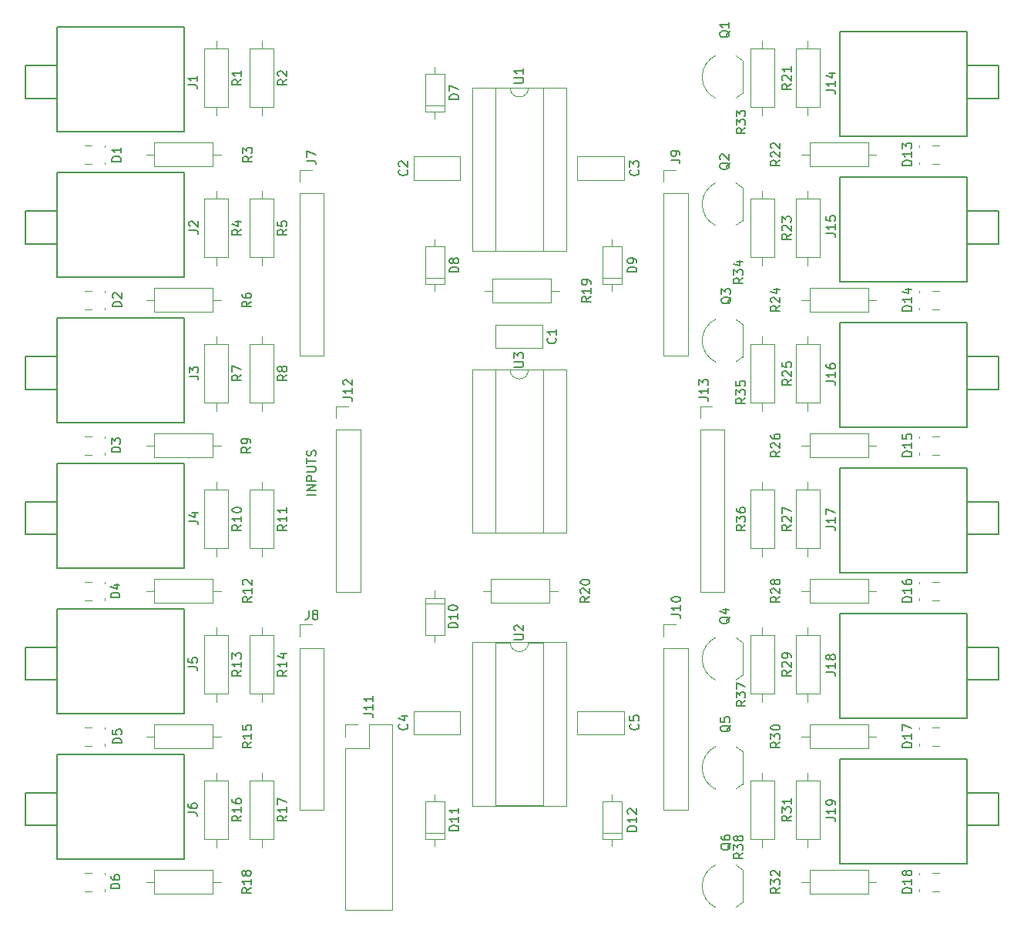
<source format=gbr>
G04 #@! TF.GenerationSoftware,KiCad,Pcbnew,9.0.0*
G04 #@! TF.CreationDate,2025-02-23T16:01:49-07:00*
G04 #@! TF.ProjectId,NOT_THT,4e4f545f-5448-4542-9e6b-696361645f70,rev?*
G04 #@! TF.SameCoordinates,Original*
G04 #@! TF.FileFunction,Legend,Top*
G04 #@! TF.FilePolarity,Positive*
%FSLAX46Y46*%
G04 Gerber Fmt 4.6, Leading zero omitted, Abs format (unit mm)*
G04 Created by KiCad (PCBNEW 9.0.0) date 2025-02-23 16:01:49*
%MOMM*%
%LPD*%
G01*
G04 APERTURE LIST*
%ADD10C,0.150000*%
%ADD11C,0.120000*%
G04 APERTURE END LIST*
D10*
X28454819Y-52404761D02*
X27454819Y-52404761D01*
X28454819Y-51928571D02*
X27454819Y-51928571D01*
X27454819Y-51928571D02*
X28454819Y-51357143D01*
X28454819Y-51357143D02*
X27454819Y-51357143D01*
X28454819Y-50880952D02*
X27454819Y-50880952D01*
X27454819Y-50880952D02*
X27454819Y-50500000D01*
X27454819Y-50500000D02*
X27502438Y-50404762D01*
X27502438Y-50404762D02*
X27550057Y-50357143D01*
X27550057Y-50357143D02*
X27645295Y-50309524D01*
X27645295Y-50309524D02*
X27788152Y-50309524D01*
X27788152Y-50309524D02*
X27883390Y-50357143D01*
X27883390Y-50357143D02*
X27931009Y-50404762D01*
X27931009Y-50404762D02*
X27978628Y-50500000D01*
X27978628Y-50500000D02*
X27978628Y-50880952D01*
X27454819Y-49880952D02*
X28264342Y-49880952D01*
X28264342Y-49880952D02*
X28359580Y-49833333D01*
X28359580Y-49833333D02*
X28407200Y-49785714D01*
X28407200Y-49785714D02*
X28454819Y-49690476D01*
X28454819Y-49690476D02*
X28454819Y-49500000D01*
X28454819Y-49500000D02*
X28407200Y-49404762D01*
X28407200Y-49404762D02*
X28359580Y-49357143D01*
X28359580Y-49357143D02*
X28264342Y-49309524D01*
X28264342Y-49309524D02*
X27454819Y-49309524D01*
X27454819Y-48976190D02*
X27454819Y-48404762D01*
X28454819Y-48690476D02*
X27454819Y-48690476D01*
X28407200Y-48119047D02*
X28454819Y-47976190D01*
X28454819Y-47976190D02*
X28454819Y-47738095D01*
X28454819Y-47738095D02*
X28407200Y-47642857D01*
X28407200Y-47642857D02*
X28359580Y-47595238D01*
X28359580Y-47595238D02*
X28264342Y-47547619D01*
X28264342Y-47547619D02*
X28169104Y-47547619D01*
X28169104Y-47547619D02*
X28073866Y-47595238D01*
X28073866Y-47595238D02*
X28026247Y-47642857D01*
X28026247Y-47642857D02*
X27978628Y-47738095D01*
X27978628Y-47738095D02*
X27931009Y-47928571D01*
X27931009Y-47928571D02*
X27883390Y-48023809D01*
X27883390Y-48023809D02*
X27835771Y-48071428D01*
X27835771Y-48071428D02*
X27740533Y-48119047D01*
X27740533Y-48119047D02*
X27645295Y-48119047D01*
X27645295Y-48119047D02*
X27550057Y-48071428D01*
X27550057Y-48071428D02*
X27502438Y-48023809D01*
X27502438Y-48023809D02*
X27454819Y-47928571D01*
X27454819Y-47928571D02*
X27454819Y-47690476D01*
X27454819Y-47690476D02*
X27502438Y-47547619D01*
X54776540Y-35170406D02*
X54824160Y-35218025D01*
X54824160Y-35218025D02*
X54871779Y-35360882D01*
X54871779Y-35360882D02*
X54871779Y-35456120D01*
X54871779Y-35456120D02*
X54824160Y-35598977D01*
X54824160Y-35598977D02*
X54728921Y-35694215D01*
X54728921Y-35694215D02*
X54633683Y-35741834D01*
X54633683Y-35741834D02*
X54443207Y-35789453D01*
X54443207Y-35789453D02*
X54300350Y-35789453D01*
X54300350Y-35789453D02*
X54109874Y-35741834D01*
X54109874Y-35741834D02*
X54014636Y-35694215D01*
X54014636Y-35694215D02*
X53919398Y-35598977D01*
X53919398Y-35598977D02*
X53871779Y-35456120D01*
X53871779Y-35456120D02*
X53871779Y-35360882D01*
X53871779Y-35360882D02*
X53919398Y-35218025D01*
X53919398Y-35218025D02*
X53967017Y-35170406D01*
X54871779Y-34218025D02*
X54871779Y-34789453D01*
X54871779Y-34503739D02*
X53871779Y-34503739D01*
X53871779Y-34503739D02*
X54014636Y-34598977D01*
X54014636Y-34598977D02*
X54109874Y-34694215D01*
X54109874Y-34694215D02*
X54157493Y-34789453D01*
X63859580Y-16676666D02*
X63907200Y-16724285D01*
X63907200Y-16724285D02*
X63954819Y-16867142D01*
X63954819Y-16867142D02*
X63954819Y-16962380D01*
X63954819Y-16962380D02*
X63907200Y-17105237D01*
X63907200Y-17105237D02*
X63811961Y-17200475D01*
X63811961Y-17200475D02*
X63716723Y-17248094D01*
X63716723Y-17248094D02*
X63526247Y-17295713D01*
X63526247Y-17295713D02*
X63383390Y-17295713D01*
X63383390Y-17295713D02*
X63192914Y-17248094D01*
X63192914Y-17248094D02*
X63097676Y-17200475D01*
X63097676Y-17200475D02*
X63002438Y-17105237D01*
X63002438Y-17105237D02*
X62954819Y-16962380D01*
X62954819Y-16962380D02*
X62954819Y-16867142D01*
X62954819Y-16867142D02*
X63002438Y-16724285D01*
X63002438Y-16724285D02*
X63050057Y-16676666D01*
X62954819Y-16343332D02*
X62954819Y-15724285D01*
X62954819Y-15724285D02*
X63335771Y-16057618D01*
X63335771Y-16057618D02*
X63335771Y-15914761D01*
X63335771Y-15914761D02*
X63383390Y-15819523D01*
X63383390Y-15819523D02*
X63431009Y-15771904D01*
X63431009Y-15771904D02*
X63526247Y-15724285D01*
X63526247Y-15724285D02*
X63764342Y-15724285D01*
X63764342Y-15724285D02*
X63859580Y-15771904D01*
X63859580Y-15771904D02*
X63907200Y-15819523D01*
X63907200Y-15819523D02*
X63954819Y-15914761D01*
X63954819Y-15914761D02*
X63954819Y-16200475D01*
X63954819Y-16200475D02*
X63907200Y-16295713D01*
X63907200Y-16295713D02*
X63859580Y-16343332D01*
X38459580Y-77636666D02*
X38507200Y-77684285D01*
X38507200Y-77684285D02*
X38554819Y-77827142D01*
X38554819Y-77827142D02*
X38554819Y-77922380D01*
X38554819Y-77922380D02*
X38507200Y-78065237D01*
X38507200Y-78065237D02*
X38411961Y-78160475D01*
X38411961Y-78160475D02*
X38316723Y-78208094D01*
X38316723Y-78208094D02*
X38126247Y-78255713D01*
X38126247Y-78255713D02*
X37983390Y-78255713D01*
X37983390Y-78255713D02*
X37792914Y-78208094D01*
X37792914Y-78208094D02*
X37697676Y-78160475D01*
X37697676Y-78160475D02*
X37602438Y-78065237D01*
X37602438Y-78065237D02*
X37554819Y-77922380D01*
X37554819Y-77922380D02*
X37554819Y-77827142D01*
X37554819Y-77827142D02*
X37602438Y-77684285D01*
X37602438Y-77684285D02*
X37650057Y-77636666D01*
X37888152Y-76779523D02*
X38554819Y-76779523D01*
X37507200Y-77017618D02*
X38221485Y-77255713D01*
X38221485Y-77255713D02*
X38221485Y-76636666D01*
X63859580Y-77636666D02*
X63907200Y-77684285D01*
X63907200Y-77684285D02*
X63954819Y-77827142D01*
X63954819Y-77827142D02*
X63954819Y-77922380D01*
X63954819Y-77922380D02*
X63907200Y-78065237D01*
X63907200Y-78065237D02*
X63811961Y-78160475D01*
X63811961Y-78160475D02*
X63716723Y-78208094D01*
X63716723Y-78208094D02*
X63526247Y-78255713D01*
X63526247Y-78255713D02*
X63383390Y-78255713D01*
X63383390Y-78255713D02*
X63192914Y-78208094D01*
X63192914Y-78208094D02*
X63097676Y-78160475D01*
X63097676Y-78160475D02*
X63002438Y-78065237D01*
X63002438Y-78065237D02*
X62954819Y-77922380D01*
X62954819Y-77922380D02*
X62954819Y-77827142D01*
X62954819Y-77827142D02*
X63002438Y-77684285D01*
X63002438Y-77684285D02*
X63050057Y-77636666D01*
X62954819Y-76731904D02*
X62954819Y-77208094D01*
X62954819Y-77208094D02*
X63431009Y-77255713D01*
X63431009Y-77255713D02*
X63383390Y-77208094D01*
X63383390Y-77208094D02*
X63335771Y-77112856D01*
X63335771Y-77112856D02*
X63335771Y-76874761D01*
X63335771Y-76874761D02*
X63383390Y-76779523D01*
X63383390Y-76779523D02*
X63431009Y-76731904D01*
X63431009Y-76731904D02*
X63526247Y-76684285D01*
X63526247Y-76684285D02*
X63764342Y-76684285D01*
X63764342Y-76684285D02*
X63859580Y-76731904D01*
X63859580Y-76731904D02*
X63907200Y-76779523D01*
X63907200Y-76779523D02*
X63954819Y-76874761D01*
X63954819Y-76874761D02*
X63954819Y-77112856D01*
X63954819Y-77112856D02*
X63907200Y-77208094D01*
X63907200Y-77208094D02*
X63859580Y-77255713D01*
X7046119Y-15741874D02*
X6046119Y-15741874D01*
X6046119Y-15741874D02*
X6046119Y-15503779D01*
X6046119Y-15503779D02*
X6093738Y-15360922D01*
X6093738Y-15360922D02*
X6188976Y-15265684D01*
X6188976Y-15265684D02*
X6284214Y-15218065D01*
X6284214Y-15218065D02*
X6474690Y-15170446D01*
X6474690Y-15170446D02*
X6617547Y-15170446D01*
X6617547Y-15170446D02*
X6808023Y-15218065D01*
X6808023Y-15218065D02*
X6903261Y-15265684D01*
X6903261Y-15265684D02*
X6998500Y-15360922D01*
X6998500Y-15360922D02*
X7046119Y-15503779D01*
X7046119Y-15503779D02*
X7046119Y-15741874D01*
X7046119Y-14218065D02*
X7046119Y-14789493D01*
X7046119Y-14503779D02*
X6046119Y-14503779D01*
X6046119Y-14503779D02*
X6188976Y-14599017D01*
X6188976Y-14599017D02*
X6284214Y-14694255D01*
X6284214Y-14694255D02*
X6331833Y-14789493D01*
X7114699Y-31736254D02*
X6114699Y-31736254D01*
X6114699Y-31736254D02*
X6114699Y-31498159D01*
X6114699Y-31498159D02*
X6162318Y-31355302D01*
X6162318Y-31355302D02*
X6257556Y-31260064D01*
X6257556Y-31260064D02*
X6352794Y-31212445D01*
X6352794Y-31212445D02*
X6543270Y-31164826D01*
X6543270Y-31164826D02*
X6686127Y-31164826D01*
X6686127Y-31164826D02*
X6876603Y-31212445D01*
X6876603Y-31212445D02*
X6971841Y-31260064D01*
X6971841Y-31260064D02*
X7067080Y-31355302D01*
X7067080Y-31355302D02*
X7114699Y-31498159D01*
X7114699Y-31498159D02*
X7114699Y-31736254D01*
X6209937Y-30783873D02*
X6162318Y-30736254D01*
X6162318Y-30736254D02*
X6114699Y-30641016D01*
X6114699Y-30641016D02*
X6114699Y-30402921D01*
X6114699Y-30402921D02*
X6162318Y-30307683D01*
X6162318Y-30307683D02*
X6209937Y-30260064D01*
X6209937Y-30260064D02*
X6305175Y-30212445D01*
X6305175Y-30212445D02*
X6400413Y-30212445D01*
X6400413Y-30212445D02*
X6543270Y-30260064D01*
X6543270Y-30260064D02*
X7114699Y-30831492D01*
X7114699Y-30831492D02*
X7114699Y-30212445D01*
X6980079Y-47738254D02*
X5980079Y-47738254D01*
X5980079Y-47738254D02*
X5980079Y-47500159D01*
X5980079Y-47500159D02*
X6027698Y-47357302D01*
X6027698Y-47357302D02*
X6122936Y-47262064D01*
X6122936Y-47262064D02*
X6218174Y-47214445D01*
X6218174Y-47214445D02*
X6408650Y-47166826D01*
X6408650Y-47166826D02*
X6551507Y-47166826D01*
X6551507Y-47166826D02*
X6741983Y-47214445D01*
X6741983Y-47214445D02*
X6837221Y-47262064D01*
X6837221Y-47262064D02*
X6932460Y-47357302D01*
X6932460Y-47357302D02*
X6980079Y-47500159D01*
X6980079Y-47500159D02*
X6980079Y-47738254D01*
X5980079Y-46833492D02*
X5980079Y-46214445D01*
X5980079Y-46214445D02*
X6361031Y-46547778D01*
X6361031Y-46547778D02*
X6361031Y-46404921D01*
X6361031Y-46404921D02*
X6408650Y-46309683D01*
X6408650Y-46309683D02*
X6456269Y-46262064D01*
X6456269Y-46262064D02*
X6551507Y-46214445D01*
X6551507Y-46214445D02*
X6789602Y-46214445D01*
X6789602Y-46214445D02*
X6884840Y-46262064D01*
X6884840Y-46262064D02*
X6932460Y-46309683D01*
X6932460Y-46309683D02*
X6980079Y-46404921D01*
X6980079Y-46404921D02*
X6980079Y-46690635D01*
X6980079Y-46690635D02*
X6932460Y-46785873D01*
X6932460Y-46785873D02*
X6884840Y-46833492D01*
X6908959Y-63740254D02*
X5908959Y-63740254D01*
X5908959Y-63740254D02*
X5908959Y-63502159D01*
X5908959Y-63502159D02*
X5956578Y-63359302D01*
X5956578Y-63359302D02*
X6051816Y-63264064D01*
X6051816Y-63264064D02*
X6147054Y-63216445D01*
X6147054Y-63216445D02*
X6337530Y-63168826D01*
X6337530Y-63168826D02*
X6480387Y-63168826D01*
X6480387Y-63168826D02*
X6670863Y-63216445D01*
X6670863Y-63216445D02*
X6766101Y-63264064D01*
X6766101Y-63264064D02*
X6861340Y-63359302D01*
X6861340Y-63359302D02*
X6908959Y-63502159D01*
X6908959Y-63502159D02*
X6908959Y-63740254D01*
X6242292Y-62311683D02*
X6908959Y-62311683D01*
X5861340Y-62549778D02*
X6575625Y-62787873D01*
X6575625Y-62787873D02*
X6575625Y-62168826D01*
X7104539Y-79742254D02*
X6104539Y-79742254D01*
X6104539Y-79742254D02*
X6104539Y-79504159D01*
X6104539Y-79504159D02*
X6152158Y-79361302D01*
X6152158Y-79361302D02*
X6247396Y-79266064D01*
X6247396Y-79266064D02*
X6342634Y-79218445D01*
X6342634Y-79218445D02*
X6533110Y-79170826D01*
X6533110Y-79170826D02*
X6675967Y-79170826D01*
X6675967Y-79170826D02*
X6866443Y-79218445D01*
X6866443Y-79218445D02*
X6961681Y-79266064D01*
X6961681Y-79266064D02*
X7056920Y-79361302D01*
X7056920Y-79361302D02*
X7104539Y-79504159D01*
X7104539Y-79504159D02*
X7104539Y-79742254D01*
X6104539Y-78266064D02*
X6104539Y-78742254D01*
X6104539Y-78742254D02*
X6580729Y-78789873D01*
X6580729Y-78789873D02*
X6533110Y-78742254D01*
X6533110Y-78742254D02*
X6485491Y-78647016D01*
X6485491Y-78647016D02*
X6485491Y-78408921D01*
X6485491Y-78408921D02*
X6533110Y-78313683D01*
X6533110Y-78313683D02*
X6580729Y-78266064D01*
X6580729Y-78266064D02*
X6675967Y-78218445D01*
X6675967Y-78218445D02*
X6914062Y-78218445D01*
X6914062Y-78218445D02*
X7009300Y-78266064D01*
X7009300Y-78266064D02*
X7056920Y-78313683D01*
X7056920Y-78313683D02*
X7104539Y-78408921D01*
X7104539Y-78408921D02*
X7104539Y-78647016D01*
X7104539Y-78647016D02*
X7056920Y-78742254D01*
X7056920Y-78742254D02*
X7009300Y-78789873D01*
X6906419Y-95736634D02*
X5906419Y-95736634D01*
X5906419Y-95736634D02*
X5906419Y-95498539D01*
X5906419Y-95498539D02*
X5954038Y-95355682D01*
X5954038Y-95355682D02*
X6049276Y-95260444D01*
X6049276Y-95260444D02*
X6144514Y-95212825D01*
X6144514Y-95212825D02*
X6334990Y-95165206D01*
X6334990Y-95165206D02*
X6477847Y-95165206D01*
X6477847Y-95165206D02*
X6668323Y-95212825D01*
X6668323Y-95212825D02*
X6763561Y-95260444D01*
X6763561Y-95260444D02*
X6858800Y-95355682D01*
X6858800Y-95355682D02*
X6906419Y-95498539D01*
X6906419Y-95498539D02*
X6906419Y-95736634D01*
X5906419Y-94308063D02*
X5906419Y-94498539D01*
X5906419Y-94498539D02*
X5954038Y-94593777D01*
X5954038Y-94593777D02*
X6001657Y-94641396D01*
X6001657Y-94641396D02*
X6144514Y-94736634D01*
X6144514Y-94736634D02*
X6334990Y-94784253D01*
X6334990Y-94784253D02*
X6715942Y-94784253D01*
X6715942Y-94784253D02*
X6811180Y-94736634D01*
X6811180Y-94736634D02*
X6858800Y-94689015D01*
X6858800Y-94689015D02*
X6906419Y-94593777D01*
X6906419Y-94593777D02*
X6906419Y-94403301D01*
X6906419Y-94403301D02*
X6858800Y-94308063D01*
X6858800Y-94308063D02*
X6811180Y-94260444D01*
X6811180Y-94260444D02*
X6715942Y-94212825D01*
X6715942Y-94212825D02*
X6477847Y-94212825D01*
X6477847Y-94212825D02*
X6382609Y-94260444D01*
X6382609Y-94260444D02*
X6334990Y-94308063D01*
X6334990Y-94308063D02*
X6287371Y-94403301D01*
X6287371Y-94403301D02*
X6287371Y-94593777D01*
X6287371Y-94593777D02*
X6334990Y-94689015D01*
X6334990Y-94689015D02*
X6382609Y-94736634D01*
X6382609Y-94736634D02*
X6477847Y-94784253D01*
X44142819Y-8928094D02*
X43142819Y-8928094D01*
X43142819Y-8928094D02*
X43142819Y-8689999D01*
X43142819Y-8689999D02*
X43190438Y-8547142D01*
X43190438Y-8547142D02*
X43285676Y-8451904D01*
X43285676Y-8451904D02*
X43380914Y-8404285D01*
X43380914Y-8404285D02*
X43571390Y-8356666D01*
X43571390Y-8356666D02*
X43714247Y-8356666D01*
X43714247Y-8356666D02*
X43904723Y-8404285D01*
X43904723Y-8404285D02*
X43999961Y-8451904D01*
X43999961Y-8451904D02*
X44095200Y-8547142D01*
X44095200Y-8547142D02*
X44142819Y-8689999D01*
X44142819Y-8689999D02*
X44142819Y-8928094D01*
X43142819Y-8023332D02*
X43142819Y-7356666D01*
X43142819Y-7356666D02*
X44142819Y-7785237D01*
X44142819Y-27928094D02*
X43142819Y-27928094D01*
X43142819Y-27928094D02*
X43142819Y-27689999D01*
X43142819Y-27689999D02*
X43190438Y-27547142D01*
X43190438Y-27547142D02*
X43285676Y-27451904D01*
X43285676Y-27451904D02*
X43380914Y-27404285D01*
X43380914Y-27404285D02*
X43571390Y-27356666D01*
X43571390Y-27356666D02*
X43714247Y-27356666D01*
X43714247Y-27356666D02*
X43904723Y-27404285D01*
X43904723Y-27404285D02*
X43999961Y-27451904D01*
X43999961Y-27451904D02*
X44095200Y-27547142D01*
X44095200Y-27547142D02*
X44142819Y-27689999D01*
X44142819Y-27689999D02*
X44142819Y-27928094D01*
X43571390Y-26785237D02*
X43523771Y-26880475D01*
X43523771Y-26880475D02*
X43476152Y-26928094D01*
X43476152Y-26928094D02*
X43380914Y-26975713D01*
X43380914Y-26975713D02*
X43333295Y-26975713D01*
X43333295Y-26975713D02*
X43238057Y-26928094D01*
X43238057Y-26928094D02*
X43190438Y-26880475D01*
X43190438Y-26880475D02*
X43142819Y-26785237D01*
X43142819Y-26785237D02*
X43142819Y-26594761D01*
X43142819Y-26594761D02*
X43190438Y-26499523D01*
X43190438Y-26499523D02*
X43238057Y-26451904D01*
X43238057Y-26451904D02*
X43333295Y-26404285D01*
X43333295Y-26404285D02*
X43380914Y-26404285D01*
X43380914Y-26404285D02*
X43476152Y-26451904D01*
X43476152Y-26451904D02*
X43523771Y-26499523D01*
X43523771Y-26499523D02*
X43571390Y-26594761D01*
X43571390Y-26594761D02*
X43571390Y-26785237D01*
X43571390Y-26785237D02*
X43619009Y-26880475D01*
X43619009Y-26880475D02*
X43666628Y-26928094D01*
X43666628Y-26928094D02*
X43761866Y-26975713D01*
X43761866Y-26975713D02*
X43952342Y-26975713D01*
X43952342Y-26975713D02*
X44047580Y-26928094D01*
X44047580Y-26928094D02*
X44095200Y-26880475D01*
X44095200Y-26880475D02*
X44142819Y-26785237D01*
X44142819Y-26785237D02*
X44142819Y-26594761D01*
X44142819Y-26594761D02*
X44095200Y-26499523D01*
X44095200Y-26499523D02*
X44047580Y-26451904D01*
X44047580Y-26451904D02*
X43952342Y-26404285D01*
X43952342Y-26404285D02*
X43761866Y-26404285D01*
X43761866Y-26404285D02*
X43666628Y-26451904D01*
X43666628Y-26451904D02*
X43619009Y-26499523D01*
X43619009Y-26499523D02*
X43571390Y-26594761D01*
X63700819Y-27916094D02*
X62700819Y-27916094D01*
X62700819Y-27916094D02*
X62700819Y-27677999D01*
X62700819Y-27677999D02*
X62748438Y-27535142D01*
X62748438Y-27535142D02*
X62843676Y-27439904D01*
X62843676Y-27439904D02*
X62938914Y-27392285D01*
X62938914Y-27392285D02*
X63129390Y-27344666D01*
X63129390Y-27344666D02*
X63272247Y-27344666D01*
X63272247Y-27344666D02*
X63462723Y-27392285D01*
X63462723Y-27392285D02*
X63557961Y-27439904D01*
X63557961Y-27439904D02*
X63653200Y-27535142D01*
X63653200Y-27535142D02*
X63700819Y-27677999D01*
X63700819Y-27677999D02*
X63700819Y-27916094D01*
X63700819Y-26868475D02*
X63700819Y-26677999D01*
X63700819Y-26677999D02*
X63653200Y-26582761D01*
X63653200Y-26582761D02*
X63605580Y-26535142D01*
X63605580Y-26535142D02*
X63462723Y-26439904D01*
X63462723Y-26439904D02*
X63272247Y-26392285D01*
X63272247Y-26392285D02*
X62891295Y-26392285D01*
X62891295Y-26392285D02*
X62796057Y-26439904D01*
X62796057Y-26439904D02*
X62748438Y-26487523D01*
X62748438Y-26487523D02*
X62700819Y-26582761D01*
X62700819Y-26582761D02*
X62700819Y-26773237D01*
X62700819Y-26773237D02*
X62748438Y-26868475D01*
X62748438Y-26868475D02*
X62796057Y-26916094D01*
X62796057Y-26916094D02*
X62891295Y-26963713D01*
X62891295Y-26963713D02*
X63129390Y-26963713D01*
X63129390Y-26963713D02*
X63224628Y-26916094D01*
X63224628Y-26916094D02*
X63272247Y-26868475D01*
X63272247Y-26868475D02*
X63319866Y-26773237D01*
X63319866Y-26773237D02*
X63319866Y-26582761D01*
X63319866Y-26582761D02*
X63272247Y-26487523D01*
X63272247Y-26487523D02*
X63224628Y-26439904D01*
X63224628Y-26439904D02*
X63129390Y-26392285D01*
X44014819Y-67024285D02*
X43014819Y-67024285D01*
X43014819Y-67024285D02*
X43014819Y-66786190D01*
X43014819Y-66786190D02*
X43062438Y-66643333D01*
X43062438Y-66643333D02*
X43157676Y-66548095D01*
X43157676Y-66548095D02*
X43252914Y-66500476D01*
X43252914Y-66500476D02*
X43443390Y-66452857D01*
X43443390Y-66452857D02*
X43586247Y-66452857D01*
X43586247Y-66452857D02*
X43776723Y-66500476D01*
X43776723Y-66500476D02*
X43871961Y-66548095D01*
X43871961Y-66548095D02*
X43967200Y-66643333D01*
X43967200Y-66643333D02*
X44014819Y-66786190D01*
X44014819Y-66786190D02*
X44014819Y-67024285D01*
X44014819Y-65500476D02*
X44014819Y-66071904D01*
X44014819Y-65786190D02*
X43014819Y-65786190D01*
X43014819Y-65786190D02*
X43157676Y-65881428D01*
X43157676Y-65881428D02*
X43252914Y-65976666D01*
X43252914Y-65976666D02*
X43300533Y-66071904D01*
X43014819Y-64881428D02*
X43014819Y-64786190D01*
X43014819Y-64786190D02*
X43062438Y-64690952D01*
X43062438Y-64690952D02*
X43110057Y-64643333D01*
X43110057Y-64643333D02*
X43205295Y-64595714D01*
X43205295Y-64595714D02*
X43395771Y-64548095D01*
X43395771Y-64548095D02*
X43633866Y-64548095D01*
X43633866Y-64548095D02*
X43824342Y-64595714D01*
X43824342Y-64595714D02*
X43919580Y-64643333D01*
X43919580Y-64643333D02*
X43967200Y-64690952D01*
X43967200Y-64690952D02*
X44014819Y-64786190D01*
X44014819Y-64786190D02*
X44014819Y-64881428D01*
X44014819Y-64881428D02*
X43967200Y-64976666D01*
X43967200Y-64976666D02*
X43919580Y-65024285D01*
X43919580Y-65024285D02*
X43824342Y-65071904D01*
X43824342Y-65071904D02*
X43633866Y-65119523D01*
X43633866Y-65119523D02*
X43395771Y-65119523D01*
X43395771Y-65119523D02*
X43205295Y-65071904D01*
X43205295Y-65071904D02*
X43110057Y-65024285D01*
X43110057Y-65024285D02*
X43062438Y-64976666D01*
X43062438Y-64976666D02*
X43014819Y-64881428D01*
X44142819Y-89352285D02*
X43142819Y-89352285D01*
X43142819Y-89352285D02*
X43142819Y-89114190D01*
X43142819Y-89114190D02*
X43190438Y-88971333D01*
X43190438Y-88971333D02*
X43285676Y-88876095D01*
X43285676Y-88876095D02*
X43380914Y-88828476D01*
X43380914Y-88828476D02*
X43571390Y-88780857D01*
X43571390Y-88780857D02*
X43714247Y-88780857D01*
X43714247Y-88780857D02*
X43904723Y-88828476D01*
X43904723Y-88828476D02*
X43999961Y-88876095D01*
X43999961Y-88876095D02*
X44095200Y-88971333D01*
X44095200Y-88971333D02*
X44142819Y-89114190D01*
X44142819Y-89114190D02*
X44142819Y-89352285D01*
X44142819Y-87828476D02*
X44142819Y-88399904D01*
X44142819Y-88114190D02*
X43142819Y-88114190D01*
X43142819Y-88114190D02*
X43285676Y-88209428D01*
X43285676Y-88209428D02*
X43380914Y-88304666D01*
X43380914Y-88304666D02*
X43428533Y-88399904D01*
X44142819Y-86876095D02*
X44142819Y-87447523D01*
X44142819Y-87161809D02*
X43142819Y-87161809D01*
X43142819Y-87161809D02*
X43285676Y-87257047D01*
X43285676Y-87257047D02*
X43380914Y-87352285D01*
X43380914Y-87352285D02*
X43428533Y-87447523D01*
X63700819Y-89404285D02*
X62700819Y-89404285D01*
X62700819Y-89404285D02*
X62700819Y-89166190D01*
X62700819Y-89166190D02*
X62748438Y-89023333D01*
X62748438Y-89023333D02*
X62843676Y-88928095D01*
X62843676Y-88928095D02*
X62938914Y-88880476D01*
X62938914Y-88880476D02*
X63129390Y-88832857D01*
X63129390Y-88832857D02*
X63272247Y-88832857D01*
X63272247Y-88832857D02*
X63462723Y-88880476D01*
X63462723Y-88880476D02*
X63557961Y-88928095D01*
X63557961Y-88928095D02*
X63653200Y-89023333D01*
X63653200Y-89023333D02*
X63700819Y-89166190D01*
X63700819Y-89166190D02*
X63700819Y-89404285D01*
X63700819Y-87880476D02*
X63700819Y-88451904D01*
X63700819Y-88166190D02*
X62700819Y-88166190D01*
X62700819Y-88166190D02*
X62843676Y-88261428D01*
X62843676Y-88261428D02*
X62938914Y-88356666D01*
X62938914Y-88356666D02*
X62986533Y-88451904D01*
X62796057Y-87499523D02*
X62748438Y-87451904D01*
X62748438Y-87451904D02*
X62700819Y-87356666D01*
X62700819Y-87356666D02*
X62700819Y-87118571D01*
X62700819Y-87118571D02*
X62748438Y-87023333D01*
X62748438Y-87023333D02*
X62796057Y-86975714D01*
X62796057Y-86975714D02*
X62891295Y-86928095D01*
X62891295Y-86928095D02*
X62986533Y-86928095D01*
X62986533Y-86928095D02*
X63129390Y-86975714D01*
X63129390Y-86975714D02*
X63700819Y-87547142D01*
X63700819Y-87547142D02*
X63700819Y-86928095D01*
X93926819Y-16200285D02*
X92926819Y-16200285D01*
X92926819Y-16200285D02*
X92926819Y-15962190D01*
X92926819Y-15962190D02*
X92974438Y-15819333D01*
X92974438Y-15819333D02*
X93069676Y-15724095D01*
X93069676Y-15724095D02*
X93164914Y-15676476D01*
X93164914Y-15676476D02*
X93355390Y-15628857D01*
X93355390Y-15628857D02*
X93498247Y-15628857D01*
X93498247Y-15628857D02*
X93688723Y-15676476D01*
X93688723Y-15676476D02*
X93783961Y-15724095D01*
X93783961Y-15724095D02*
X93879200Y-15819333D01*
X93879200Y-15819333D02*
X93926819Y-15962190D01*
X93926819Y-15962190D02*
X93926819Y-16200285D01*
X93926819Y-14676476D02*
X93926819Y-15247904D01*
X93926819Y-14962190D02*
X92926819Y-14962190D01*
X92926819Y-14962190D02*
X93069676Y-15057428D01*
X93069676Y-15057428D02*
X93164914Y-15152666D01*
X93164914Y-15152666D02*
X93212533Y-15247904D01*
X92926819Y-14343142D02*
X92926819Y-13724095D01*
X92926819Y-13724095D02*
X93307771Y-14057428D01*
X93307771Y-14057428D02*
X93307771Y-13914571D01*
X93307771Y-13914571D02*
X93355390Y-13819333D01*
X93355390Y-13819333D02*
X93403009Y-13771714D01*
X93403009Y-13771714D02*
X93498247Y-13724095D01*
X93498247Y-13724095D02*
X93736342Y-13724095D01*
X93736342Y-13724095D02*
X93831580Y-13771714D01*
X93831580Y-13771714D02*
X93879200Y-13819333D01*
X93879200Y-13819333D02*
X93926819Y-13914571D01*
X93926819Y-13914571D02*
X93926819Y-14200285D01*
X93926819Y-14200285D02*
X93879200Y-14295523D01*
X93879200Y-14295523D02*
X93831580Y-14343142D01*
X93926819Y-32202285D02*
X92926819Y-32202285D01*
X92926819Y-32202285D02*
X92926819Y-31964190D01*
X92926819Y-31964190D02*
X92974438Y-31821333D01*
X92974438Y-31821333D02*
X93069676Y-31726095D01*
X93069676Y-31726095D02*
X93164914Y-31678476D01*
X93164914Y-31678476D02*
X93355390Y-31630857D01*
X93355390Y-31630857D02*
X93498247Y-31630857D01*
X93498247Y-31630857D02*
X93688723Y-31678476D01*
X93688723Y-31678476D02*
X93783961Y-31726095D01*
X93783961Y-31726095D02*
X93879200Y-31821333D01*
X93879200Y-31821333D02*
X93926819Y-31964190D01*
X93926819Y-31964190D02*
X93926819Y-32202285D01*
X93926819Y-30678476D02*
X93926819Y-31249904D01*
X93926819Y-30964190D02*
X92926819Y-30964190D01*
X92926819Y-30964190D02*
X93069676Y-31059428D01*
X93069676Y-31059428D02*
X93164914Y-31154666D01*
X93164914Y-31154666D02*
X93212533Y-31249904D01*
X93260152Y-29821333D02*
X93926819Y-29821333D01*
X92879200Y-30059428D02*
X93593485Y-30297523D01*
X93593485Y-30297523D02*
X93593485Y-29678476D01*
X93926819Y-48204285D02*
X92926819Y-48204285D01*
X92926819Y-48204285D02*
X92926819Y-47966190D01*
X92926819Y-47966190D02*
X92974438Y-47823333D01*
X92974438Y-47823333D02*
X93069676Y-47728095D01*
X93069676Y-47728095D02*
X93164914Y-47680476D01*
X93164914Y-47680476D02*
X93355390Y-47632857D01*
X93355390Y-47632857D02*
X93498247Y-47632857D01*
X93498247Y-47632857D02*
X93688723Y-47680476D01*
X93688723Y-47680476D02*
X93783961Y-47728095D01*
X93783961Y-47728095D02*
X93879200Y-47823333D01*
X93879200Y-47823333D02*
X93926819Y-47966190D01*
X93926819Y-47966190D02*
X93926819Y-48204285D01*
X93926819Y-46680476D02*
X93926819Y-47251904D01*
X93926819Y-46966190D02*
X92926819Y-46966190D01*
X92926819Y-46966190D02*
X93069676Y-47061428D01*
X93069676Y-47061428D02*
X93164914Y-47156666D01*
X93164914Y-47156666D02*
X93212533Y-47251904D01*
X92926819Y-45775714D02*
X92926819Y-46251904D01*
X92926819Y-46251904D02*
X93403009Y-46299523D01*
X93403009Y-46299523D02*
X93355390Y-46251904D01*
X93355390Y-46251904D02*
X93307771Y-46156666D01*
X93307771Y-46156666D02*
X93307771Y-45918571D01*
X93307771Y-45918571D02*
X93355390Y-45823333D01*
X93355390Y-45823333D02*
X93403009Y-45775714D01*
X93403009Y-45775714D02*
X93498247Y-45728095D01*
X93498247Y-45728095D02*
X93736342Y-45728095D01*
X93736342Y-45728095D02*
X93831580Y-45775714D01*
X93831580Y-45775714D02*
X93879200Y-45823333D01*
X93879200Y-45823333D02*
X93926819Y-45918571D01*
X93926819Y-45918571D02*
X93926819Y-46156666D01*
X93926819Y-46156666D02*
X93879200Y-46251904D01*
X93879200Y-46251904D02*
X93831580Y-46299523D01*
X93926819Y-64206285D02*
X92926819Y-64206285D01*
X92926819Y-64206285D02*
X92926819Y-63968190D01*
X92926819Y-63968190D02*
X92974438Y-63825333D01*
X92974438Y-63825333D02*
X93069676Y-63730095D01*
X93069676Y-63730095D02*
X93164914Y-63682476D01*
X93164914Y-63682476D02*
X93355390Y-63634857D01*
X93355390Y-63634857D02*
X93498247Y-63634857D01*
X93498247Y-63634857D02*
X93688723Y-63682476D01*
X93688723Y-63682476D02*
X93783961Y-63730095D01*
X93783961Y-63730095D02*
X93879200Y-63825333D01*
X93879200Y-63825333D02*
X93926819Y-63968190D01*
X93926819Y-63968190D02*
X93926819Y-64206285D01*
X93926819Y-62682476D02*
X93926819Y-63253904D01*
X93926819Y-62968190D02*
X92926819Y-62968190D01*
X92926819Y-62968190D02*
X93069676Y-63063428D01*
X93069676Y-63063428D02*
X93164914Y-63158666D01*
X93164914Y-63158666D02*
X93212533Y-63253904D01*
X92926819Y-61825333D02*
X92926819Y-62015809D01*
X92926819Y-62015809D02*
X92974438Y-62111047D01*
X92974438Y-62111047D02*
X93022057Y-62158666D01*
X93022057Y-62158666D02*
X93164914Y-62253904D01*
X93164914Y-62253904D02*
X93355390Y-62301523D01*
X93355390Y-62301523D02*
X93736342Y-62301523D01*
X93736342Y-62301523D02*
X93831580Y-62253904D01*
X93831580Y-62253904D02*
X93879200Y-62206285D01*
X93879200Y-62206285D02*
X93926819Y-62111047D01*
X93926819Y-62111047D02*
X93926819Y-61920571D01*
X93926819Y-61920571D02*
X93879200Y-61825333D01*
X93879200Y-61825333D02*
X93831580Y-61777714D01*
X93831580Y-61777714D02*
X93736342Y-61730095D01*
X93736342Y-61730095D02*
X93498247Y-61730095D01*
X93498247Y-61730095D02*
X93403009Y-61777714D01*
X93403009Y-61777714D02*
X93355390Y-61825333D01*
X93355390Y-61825333D02*
X93307771Y-61920571D01*
X93307771Y-61920571D02*
X93307771Y-62111047D01*
X93307771Y-62111047D02*
X93355390Y-62206285D01*
X93355390Y-62206285D02*
X93403009Y-62253904D01*
X93403009Y-62253904D02*
X93498247Y-62301523D01*
X93926819Y-80208285D02*
X92926819Y-80208285D01*
X92926819Y-80208285D02*
X92926819Y-79970190D01*
X92926819Y-79970190D02*
X92974438Y-79827333D01*
X92974438Y-79827333D02*
X93069676Y-79732095D01*
X93069676Y-79732095D02*
X93164914Y-79684476D01*
X93164914Y-79684476D02*
X93355390Y-79636857D01*
X93355390Y-79636857D02*
X93498247Y-79636857D01*
X93498247Y-79636857D02*
X93688723Y-79684476D01*
X93688723Y-79684476D02*
X93783961Y-79732095D01*
X93783961Y-79732095D02*
X93879200Y-79827333D01*
X93879200Y-79827333D02*
X93926819Y-79970190D01*
X93926819Y-79970190D02*
X93926819Y-80208285D01*
X93926819Y-78684476D02*
X93926819Y-79255904D01*
X93926819Y-78970190D02*
X92926819Y-78970190D01*
X92926819Y-78970190D02*
X93069676Y-79065428D01*
X93069676Y-79065428D02*
X93164914Y-79160666D01*
X93164914Y-79160666D02*
X93212533Y-79255904D01*
X92926819Y-78351142D02*
X92926819Y-77684476D01*
X92926819Y-77684476D02*
X93926819Y-78113047D01*
X93926819Y-96210285D02*
X92926819Y-96210285D01*
X92926819Y-96210285D02*
X92926819Y-95972190D01*
X92926819Y-95972190D02*
X92974438Y-95829333D01*
X92974438Y-95829333D02*
X93069676Y-95734095D01*
X93069676Y-95734095D02*
X93164914Y-95686476D01*
X93164914Y-95686476D02*
X93355390Y-95638857D01*
X93355390Y-95638857D02*
X93498247Y-95638857D01*
X93498247Y-95638857D02*
X93688723Y-95686476D01*
X93688723Y-95686476D02*
X93783961Y-95734095D01*
X93783961Y-95734095D02*
X93879200Y-95829333D01*
X93879200Y-95829333D02*
X93926819Y-95972190D01*
X93926819Y-95972190D02*
X93926819Y-96210285D01*
X93926819Y-94686476D02*
X93926819Y-95257904D01*
X93926819Y-94972190D02*
X92926819Y-94972190D01*
X92926819Y-94972190D02*
X93069676Y-95067428D01*
X93069676Y-95067428D02*
X93164914Y-95162666D01*
X93164914Y-95162666D02*
X93212533Y-95257904D01*
X93355390Y-94115047D02*
X93307771Y-94210285D01*
X93307771Y-94210285D02*
X93260152Y-94257904D01*
X93260152Y-94257904D02*
X93164914Y-94305523D01*
X93164914Y-94305523D02*
X93117295Y-94305523D01*
X93117295Y-94305523D02*
X93022057Y-94257904D01*
X93022057Y-94257904D02*
X92974438Y-94210285D01*
X92974438Y-94210285D02*
X92926819Y-94115047D01*
X92926819Y-94115047D02*
X92926819Y-93924571D01*
X92926819Y-93924571D02*
X92974438Y-93829333D01*
X92974438Y-93829333D02*
X93022057Y-93781714D01*
X93022057Y-93781714D02*
X93117295Y-93734095D01*
X93117295Y-93734095D02*
X93164914Y-93734095D01*
X93164914Y-93734095D02*
X93260152Y-93781714D01*
X93260152Y-93781714D02*
X93307771Y-93829333D01*
X93307771Y-93829333D02*
X93355390Y-93924571D01*
X93355390Y-93924571D02*
X93355390Y-94115047D01*
X93355390Y-94115047D02*
X93403009Y-94210285D01*
X93403009Y-94210285D02*
X93450628Y-94257904D01*
X93450628Y-94257904D02*
X93545866Y-94305523D01*
X93545866Y-94305523D02*
X93736342Y-94305523D01*
X93736342Y-94305523D02*
X93831580Y-94257904D01*
X93831580Y-94257904D02*
X93879200Y-94210285D01*
X93879200Y-94210285D02*
X93926819Y-94115047D01*
X93926819Y-94115047D02*
X93926819Y-93924571D01*
X93926819Y-93924571D02*
X93879200Y-93829333D01*
X93879200Y-93829333D02*
X93831580Y-93781714D01*
X93831580Y-93781714D02*
X93736342Y-93734095D01*
X93736342Y-93734095D02*
X93545866Y-93734095D01*
X93545866Y-93734095D02*
X93450628Y-93781714D01*
X93450628Y-93781714D02*
X93403009Y-93829333D01*
X93403009Y-93829333D02*
X93355390Y-93924571D01*
X14433199Y-7341193D02*
X15147484Y-7341193D01*
X15147484Y-7341193D02*
X15290341Y-7388812D01*
X15290341Y-7388812D02*
X15385580Y-7484050D01*
X15385580Y-7484050D02*
X15433199Y-7626907D01*
X15433199Y-7626907D02*
X15433199Y-7722145D01*
X15433199Y-6341193D02*
X15433199Y-6912621D01*
X15433199Y-6626907D02*
X14433199Y-6626907D01*
X14433199Y-6626907D02*
X14576056Y-6722145D01*
X14576056Y-6722145D02*
X14671294Y-6817383D01*
X14671294Y-6817383D02*
X14718913Y-6912621D01*
X14544959Y-39360433D02*
X15259244Y-39360433D01*
X15259244Y-39360433D02*
X15402101Y-39408052D01*
X15402101Y-39408052D02*
X15497340Y-39503290D01*
X15497340Y-39503290D02*
X15544959Y-39646147D01*
X15544959Y-39646147D02*
X15544959Y-39741385D01*
X14544959Y-38979480D02*
X14544959Y-38360433D01*
X14544959Y-38360433D02*
X14925911Y-38693766D01*
X14925911Y-38693766D02*
X14925911Y-38550909D01*
X14925911Y-38550909D02*
X14973530Y-38455671D01*
X14973530Y-38455671D02*
X15021149Y-38408052D01*
X15021149Y-38408052D02*
X15116387Y-38360433D01*
X15116387Y-38360433D02*
X15354482Y-38360433D01*
X15354482Y-38360433D02*
X15449720Y-38408052D01*
X15449720Y-38408052D02*
X15497340Y-38455671D01*
X15497340Y-38455671D02*
X15544959Y-38550909D01*
X15544959Y-38550909D02*
X15544959Y-38836623D01*
X15544959Y-38836623D02*
X15497340Y-38931861D01*
X15497340Y-38931861D02*
X15449720Y-38979480D01*
X14524639Y-55314173D02*
X15238924Y-55314173D01*
X15238924Y-55314173D02*
X15381781Y-55361792D01*
X15381781Y-55361792D02*
X15477020Y-55457030D01*
X15477020Y-55457030D02*
X15524639Y-55599887D01*
X15524639Y-55599887D02*
X15524639Y-55695125D01*
X14857972Y-54409411D02*
X15524639Y-54409411D01*
X14477020Y-54647506D02*
X15191305Y-54885601D01*
X15191305Y-54885601D02*
X15191305Y-54266554D01*
X14443359Y-71326333D02*
X15157644Y-71326333D01*
X15157644Y-71326333D02*
X15300501Y-71373952D01*
X15300501Y-71373952D02*
X15395740Y-71469190D01*
X15395740Y-71469190D02*
X15443359Y-71612047D01*
X15443359Y-71612047D02*
X15443359Y-71707285D01*
X14443359Y-70373952D02*
X14443359Y-70850142D01*
X14443359Y-70850142D02*
X14919549Y-70897761D01*
X14919549Y-70897761D02*
X14871930Y-70850142D01*
X14871930Y-70850142D02*
X14824311Y-70754904D01*
X14824311Y-70754904D02*
X14824311Y-70516809D01*
X14824311Y-70516809D02*
X14871930Y-70421571D01*
X14871930Y-70421571D02*
X14919549Y-70373952D01*
X14919549Y-70373952D02*
X15014787Y-70326333D01*
X15014787Y-70326333D02*
X15252882Y-70326333D01*
X15252882Y-70326333D02*
X15348120Y-70373952D01*
X15348120Y-70373952D02*
X15395740Y-70421571D01*
X15395740Y-70421571D02*
X15443359Y-70516809D01*
X15443359Y-70516809D02*
X15443359Y-70754904D01*
X15443359Y-70754904D02*
X15395740Y-70850142D01*
X15395740Y-70850142D02*
X15348120Y-70897761D01*
X14397639Y-87335953D02*
X15111924Y-87335953D01*
X15111924Y-87335953D02*
X15254781Y-87383572D01*
X15254781Y-87383572D02*
X15350020Y-87478810D01*
X15350020Y-87478810D02*
X15397639Y-87621667D01*
X15397639Y-87621667D02*
X15397639Y-87716905D01*
X14397639Y-86431191D02*
X14397639Y-86621667D01*
X14397639Y-86621667D02*
X14445258Y-86716905D01*
X14445258Y-86716905D02*
X14492877Y-86764524D01*
X14492877Y-86764524D02*
X14635734Y-86859762D01*
X14635734Y-86859762D02*
X14826210Y-86907381D01*
X14826210Y-86907381D02*
X15207162Y-86907381D01*
X15207162Y-86907381D02*
X15302400Y-86859762D01*
X15302400Y-86859762D02*
X15350020Y-86812143D01*
X15350020Y-86812143D02*
X15397639Y-86716905D01*
X15397639Y-86716905D02*
X15397639Y-86526429D01*
X15397639Y-86526429D02*
X15350020Y-86431191D01*
X15350020Y-86431191D02*
X15302400Y-86383572D01*
X15302400Y-86383572D02*
X15207162Y-86335953D01*
X15207162Y-86335953D02*
X14969067Y-86335953D01*
X14969067Y-86335953D02*
X14873829Y-86383572D01*
X14873829Y-86383572D02*
X14826210Y-86431191D01*
X14826210Y-86431191D02*
X14778591Y-86526429D01*
X14778591Y-86526429D02*
X14778591Y-86716905D01*
X14778591Y-86716905D02*
X14826210Y-86812143D01*
X14826210Y-86812143D02*
X14873829Y-86859762D01*
X14873829Y-86859762D02*
X14969067Y-86907381D01*
X27453239Y-15661213D02*
X28167524Y-15661213D01*
X28167524Y-15661213D02*
X28310381Y-15708832D01*
X28310381Y-15708832D02*
X28405620Y-15804070D01*
X28405620Y-15804070D02*
X28453239Y-15946927D01*
X28453239Y-15946927D02*
X28453239Y-16042165D01*
X27453239Y-15280260D02*
X27453239Y-14613594D01*
X27453239Y-14613594D02*
X28453239Y-15042165D01*
X27666666Y-65124819D02*
X27666666Y-65839104D01*
X27666666Y-65839104D02*
X27619047Y-65981961D01*
X27619047Y-65981961D02*
X27523809Y-66077200D01*
X27523809Y-66077200D02*
X27380952Y-66124819D01*
X27380952Y-66124819D02*
X27285714Y-66124819D01*
X28285714Y-65553390D02*
X28190476Y-65505771D01*
X28190476Y-65505771D02*
X28142857Y-65458152D01*
X28142857Y-65458152D02*
X28095238Y-65362914D01*
X28095238Y-65362914D02*
X28095238Y-65315295D01*
X28095238Y-65315295D02*
X28142857Y-65220057D01*
X28142857Y-65220057D02*
X28190476Y-65172438D01*
X28190476Y-65172438D02*
X28285714Y-65124819D01*
X28285714Y-65124819D02*
X28476190Y-65124819D01*
X28476190Y-65124819D02*
X28571428Y-65172438D01*
X28571428Y-65172438D02*
X28619047Y-65220057D01*
X28619047Y-65220057D02*
X28666666Y-65315295D01*
X28666666Y-65315295D02*
X28666666Y-65362914D01*
X28666666Y-65362914D02*
X28619047Y-65458152D01*
X28619047Y-65458152D02*
X28571428Y-65505771D01*
X28571428Y-65505771D02*
X28476190Y-65553390D01*
X28476190Y-65553390D02*
X28285714Y-65553390D01*
X28285714Y-65553390D02*
X28190476Y-65601009D01*
X28190476Y-65601009D02*
X28142857Y-65648628D01*
X28142857Y-65648628D02*
X28095238Y-65743866D01*
X28095238Y-65743866D02*
X28095238Y-65934342D01*
X28095238Y-65934342D02*
X28142857Y-66029580D01*
X28142857Y-66029580D02*
X28190476Y-66077200D01*
X28190476Y-66077200D02*
X28285714Y-66124819D01*
X28285714Y-66124819D02*
X28476190Y-66124819D01*
X28476190Y-66124819D02*
X28571428Y-66077200D01*
X28571428Y-66077200D02*
X28619047Y-66029580D01*
X28619047Y-66029580D02*
X28666666Y-65934342D01*
X28666666Y-65934342D02*
X28666666Y-65743866D01*
X28666666Y-65743866D02*
X28619047Y-65648628D01*
X28619047Y-65648628D02*
X28571428Y-65601009D01*
X28571428Y-65601009D02*
X28476190Y-65553390D01*
X67454819Y-15573333D02*
X68169104Y-15573333D01*
X68169104Y-15573333D02*
X68311961Y-15620952D01*
X68311961Y-15620952D02*
X68407200Y-15716190D01*
X68407200Y-15716190D02*
X68454819Y-15859047D01*
X68454819Y-15859047D02*
X68454819Y-15954285D01*
X68454819Y-15049523D02*
X68454819Y-14859047D01*
X68454819Y-14859047D02*
X68407200Y-14763809D01*
X68407200Y-14763809D02*
X68359580Y-14716190D01*
X68359580Y-14716190D02*
X68216723Y-14620952D01*
X68216723Y-14620952D02*
X68026247Y-14573333D01*
X68026247Y-14573333D02*
X67645295Y-14573333D01*
X67645295Y-14573333D02*
X67550057Y-14620952D01*
X67550057Y-14620952D02*
X67502438Y-14668571D01*
X67502438Y-14668571D02*
X67454819Y-14763809D01*
X67454819Y-14763809D02*
X67454819Y-14954285D01*
X67454819Y-14954285D02*
X67502438Y-15049523D01*
X67502438Y-15049523D02*
X67550057Y-15097142D01*
X67550057Y-15097142D02*
X67645295Y-15144761D01*
X67645295Y-15144761D02*
X67883390Y-15144761D01*
X67883390Y-15144761D02*
X67978628Y-15097142D01*
X67978628Y-15097142D02*
X68026247Y-15049523D01*
X68026247Y-15049523D02*
X68073866Y-14954285D01*
X68073866Y-14954285D02*
X68073866Y-14763809D01*
X68073866Y-14763809D02*
X68026247Y-14668571D01*
X68026247Y-14668571D02*
X67978628Y-14620952D01*
X67978628Y-14620952D02*
X67883390Y-14573333D01*
X67526819Y-65579523D02*
X68241104Y-65579523D01*
X68241104Y-65579523D02*
X68383961Y-65627142D01*
X68383961Y-65627142D02*
X68479200Y-65722380D01*
X68479200Y-65722380D02*
X68526819Y-65865237D01*
X68526819Y-65865237D02*
X68526819Y-65960475D01*
X68526819Y-64579523D02*
X68526819Y-65150951D01*
X68526819Y-64865237D02*
X67526819Y-64865237D01*
X67526819Y-64865237D02*
X67669676Y-64960475D01*
X67669676Y-64960475D02*
X67764914Y-65055713D01*
X67764914Y-65055713D02*
X67812533Y-65150951D01*
X67526819Y-63960475D02*
X67526819Y-63865237D01*
X67526819Y-63865237D02*
X67574438Y-63769999D01*
X67574438Y-63769999D02*
X67622057Y-63722380D01*
X67622057Y-63722380D02*
X67717295Y-63674761D01*
X67717295Y-63674761D02*
X67907771Y-63627142D01*
X67907771Y-63627142D02*
X68145866Y-63627142D01*
X68145866Y-63627142D02*
X68336342Y-63674761D01*
X68336342Y-63674761D02*
X68431580Y-63722380D01*
X68431580Y-63722380D02*
X68479200Y-63769999D01*
X68479200Y-63769999D02*
X68526819Y-63865237D01*
X68526819Y-63865237D02*
X68526819Y-63960475D01*
X68526819Y-63960475D02*
X68479200Y-64055713D01*
X68479200Y-64055713D02*
X68431580Y-64103332D01*
X68431580Y-64103332D02*
X68336342Y-64150951D01*
X68336342Y-64150951D02*
X68145866Y-64198570D01*
X68145866Y-64198570D02*
X67907771Y-64198570D01*
X67907771Y-64198570D02*
X67717295Y-64150951D01*
X67717295Y-64150951D02*
X67622057Y-64103332D01*
X67622057Y-64103332D02*
X67574438Y-64055713D01*
X67574438Y-64055713D02*
X67526819Y-63960475D01*
X33744819Y-76501523D02*
X34459104Y-76501523D01*
X34459104Y-76501523D02*
X34601961Y-76549142D01*
X34601961Y-76549142D02*
X34697200Y-76644380D01*
X34697200Y-76644380D02*
X34744819Y-76787237D01*
X34744819Y-76787237D02*
X34744819Y-76882475D01*
X34744819Y-75501523D02*
X34744819Y-76072951D01*
X34744819Y-75787237D02*
X33744819Y-75787237D01*
X33744819Y-75787237D02*
X33887676Y-75882475D01*
X33887676Y-75882475D02*
X33982914Y-75977713D01*
X33982914Y-75977713D02*
X34030533Y-76072951D01*
X34744819Y-74549142D02*
X34744819Y-75120570D01*
X34744819Y-74834856D02*
X33744819Y-74834856D01*
X33744819Y-74834856D02*
X33887676Y-74930094D01*
X33887676Y-74930094D02*
X33982914Y-75025332D01*
X33982914Y-75025332D02*
X34030533Y-75120570D01*
X31458819Y-41703523D02*
X32173104Y-41703523D01*
X32173104Y-41703523D02*
X32315961Y-41751142D01*
X32315961Y-41751142D02*
X32411200Y-41846380D01*
X32411200Y-41846380D02*
X32458819Y-41989237D01*
X32458819Y-41989237D02*
X32458819Y-42084475D01*
X32458819Y-40703523D02*
X32458819Y-41274951D01*
X32458819Y-40989237D02*
X31458819Y-40989237D01*
X31458819Y-40989237D02*
X31601676Y-41084475D01*
X31601676Y-41084475D02*
X31696914Y-41179713D01*
X31696914Y-41179713D02*
X31744533Y-41274951D01*
X31554057Y-40322570D02*
X31506438Y-40274951D01*
X31506438Y-40274951D02*
X31458819Y-40179713D01*
X31458819Y-40179713D02*
X31458819Y-39941618D01*
X31458819Y-39941618D02*
X31506438Y-39846380D01*
X31506438Y-39846380D02*
X31554057Y-39798761D01*
X31554057Y-39798761D02*
X31649295Y-39751142D01*
X31649295Y-39751142D02*
X31744533Y-39751142D01*
X31744533Y-39751142D02*
X31887390Y-39798761D01*
X31887390Y-39798761D02*
X32458819Y-40370189D01*
X32458819Y-40370189D02*
X32458819Y-39751142D01*
X70574819Y-41703523D02*
X71289104Y-41703523D01*
X71289104Y-41703523D02*
X71431961Y-41751142D01*
X71431961Y-41751142D02*
X71527200Y-41846380D01*
X71527200Y-41846380D02*
X71574819Y-41989237D01*
X71574819Y-41989237D02*
X71574819Y-42084475D01*
X71574819Y-40703523D02*
X71574819Y-41274951D01*
X71574819Y-40989237D02*
X70574819Y-40989237D01*
X70574819Y-40989237D02*
X70717676Y-41084475D01*
X70717676Y-41084475D02*
X70812914Y-41179713D01*
X70812914Y-41179713D02*
X70860533Y-41274951D01*
X70574819Y-40370189D02*
X70574819Y-39751142D01*
X70574819Y-39751142D02*
X70955771Y-40084475D01*
X70955771Y-40084475D02*
X70955771Y-39941618D01*
X70955771Y-39941618D02*
X71003390Y-39846380D01*
X71003390Y-39846380D02*
X71051009Y-39798761D01*
X71051009Y-39798761D02*
X71146247Y-39751142D01*
X71146247Y-39751142D02*
X71384342Y-39751142D01*
X71384342Y-39751142D02*
X71479580Y-39798761D01*
X71479580Y-39798761D02*
X71527200Y-39846380D01*
X71527200Y-39846380D02*
X71574819Y-39941618D01*
X71574819Y-39941618D02*
X71574819Y-40227332D01*
X71574819Y-40227332D02*
X71527200Y-40322570D01*
X71527200Y-40322570D02*
X71479580Y-40370189D01*
X84544819Y-7921523D02*
X85259104Y-7921523D01*
X85259104Y-7921523D02*
X85401961Y-7969142D01*
X85401961Y-7969142D02*
X85497200Y-8064380D01*
X85497200Y-8064380D02*
X85544819Y-8207237D01*
X85544819Y-8207237D02*
X85544819Y-8302475D01*
X85544819Y-6921523D02*
X85544819Y-7492951D01*
X85544819Y-7207237D02*
X84544819Y-7207237D01*
X84544819Y-7207237D02*
X84687676Y-7302475D01*
X84687676Y-7302475D02*
X84782914Y-7397713D01*
X84782914Y-7397713D02*
X84830533Y-7492951D01*
X84878152Y-6064380D02*
X85544819Y-6064380D01*
X84497200Y-6302475D02*
X85211485Y-6540570D01*
X85211485Y-6540570D02*
X85211485Y-5921523D01*
X84544819Y-23669523D02*
X85259104Y-23669523D01*
X85259104Y-23669523D02*
X85401961Y-23717142D01*
X85401961Y-23717142D02*
X85497200Y-23812380D01*
X85497200Y-23812380D02*
X85544819Y-23955237D01*
X85544819Y-23955237D02*
X85544819Y-24050475D01*
X85544819Y-22669523D02*
X85544819Y-23240951D01*
X85544819Y-22955237D02*
X84544819Y-22955237D01*
X84544819Y-22955237D02*
X84687676Y-23050475D01*
X84687676Y-23050475D02*
X84782914Y-23145713D01*
X84782914Y-23145713D02*
X84830533Y-23240951D01*
X84544819Y-21764761D02*
X84544819Y-22240951D01*
X84544819Y-22240951D02*
X85021009Y-22288570D01*
X85021009Y-22288570D02*
X84973390Y-22240951D01*
X84973390Y-22240951D02*
X84925771Y-22145713D01*
X84925771Y-22145713D02*
X84925771Y-21907618D01*
X84925771Y-21907618D02*
X84973390Y-21812380D01*
X84973390Y-21812380D02*
X85021009Y-21764761D01*
X85021009Y-21764761D02*
X85116247Y-21717142D01*
X85116247Y-21717142D02*
X85354342Y-21717142D01*
X85354342Y-21717142D02*
X85449580Y-21764761D01*
X85449580Y-21764761D02*
X85497200Y-21812380D01*
X85497200Y-21812380D02*
X85544819Y-21907618D01*
X85544819Y-21907618D02*
X85544819Y-22145713D01*
X85544819Y-22145713D02*
X85497200Y-22240951D01*
X85497200Y-22240951D02*
X85449580Y-22288570D01*
X84544819Y-39925523D02*
X85259104Y-39925523D01*
X85259104Y-39925523D02*
X85401961Y-39973142D01*
X85401961Y-39973142D02*
X85497200Y-40068380D01*
X85497200Y-40068380D02*
X85544819Y-40211237D01*
X85544819Y-40211237D02*
X85544819Y-40306475D01*
X85544819Y-38925523D02*
X85544819Y-39496951D01*
X85544819Y-39211237D02*
X84544819Y-39211237D01*
X84544819Y-39211237D02*
X84687676Y-39306475D01*
X84687676Y-39306475D02*
X84782914Y-39401713D01*
X84782914Y-39401713D02*
X84830533Y-39496951D01*
X84544819Y-38068380D02*
X84544819Y-38258856D01*
X84544819Y-38258856D02*
X84592438Y-38354094D01*
X84592438Y-38354094D02*
X84640057Y-38401713D01*
X84640057Y-38401713D02*
X84782914Y-38496951D01*
X84782914Y-38496951D02*
X84973390Y-38544570D01*
X84973390Y-38544570D02*
X85354342Y-38544570D01*
X85354342Y-38544570D02*
X85449580Y-38496951D01*
X85449580Y-38496951D02*
X85497200Y-38449332D01*
X85497200Y-38449332D02*
X85544819Y-38354094D01*
X85544819Y-38354094D02*
X85544819Y-38163618D01*
X85544819Y-38163618D02*
X85497200Y-38068380D01*
X85497200Y-38068380D02*
X85449580Y-38020761D01*
X85449580Y-38020761D02*
X85354342Y-37973142D01*
X85354342Y-37973142D02*
X85116247Y-37973142D01*
X85116247Y-37973142D02*
X85021009Y-38020761D01*
X85021009Y-38020761D02*
X84973390Y-38068380D01*
X84973390Y-38068380D02*
X84925771Y-38163618D01*
X84925771Y-38163618D02*
X84925771Y-38354094D01*
X84925771Y-38354094D02*
X84973390Y-38449332D01*
X84973390Y-38449332D02*
X85021009Y-38496951D01*
X85021009Y-38496951D02*
X85116247Y-38544570D01*
X84544819Y-55927523D02*
X85259104Y-55927523D01*
X85259104Y-55927523D02*
X85401961Y-55975142D01*
X85401961Y-55975142D02*
X85497200Y-56070380D01*
X85497200Y-56070380D02*
X85544819Y-56213237D01*
X85544819Y-56213237D02*
X85544819Y-56308475D01*
X85544819Y-54927523D02*
X85544819Y-55498951D01*
X85544819Y-55213237D02*
X84544819Y-55213237D01*
X84544819Y-55213237D02*
X84687676Y-55308475D01*
X84687676Y-55308475D02*
X84782914Y-55403713D01*
X84782914Y-55403713D02*
X84830533Y-55498951D01*
X84544819Y-54594189D02*
X84544819Y-53927523D01*
X84544819Y-53927523D02*
X85544819Y-54356094D01*
X84544819Y-71929523D02*
X85259104Y-71929523D01*
X85259104Y-71929523D02*
X85401961Y-71977142D01*
X85401961Y-71977142D02*
X85497200Y-72072380D01*
X85497200Y-72072380D02*
X85544819Y-72215237D01*
X85544819Y-72215237D02*
X85544819Y-72310475D01*
X85544819Y-70929523D02*
X85544819Y-71500951D01*
X85544819Y-71215237D02*
X84544819Y-71215237D01*
X84544819Y-71215237D02*
X84687676Y-71310475D01*
X84687676Y-71310475D02*
X84782914Y-71405713D01*
X84782914Y-71405713D02*
X84830533Y-71500951D01*
X84973390Y-70358094D02*
X84925771Y-70453332D01*
X84925771Y-70453332D02*
X84878152Y-70500951D01*
X84878152Y-70500951D02*
X84782914Y-70548570D01*
X84782914Y-70548570D02*
X84735295Y-70548570D01*
X84735295Y-70548570D02*
X84640057Y-70500951D01*
X84640057Y-70500951D02*
X84592438Y-70453332D01*
X84592438Y-70453332D02*
X84544819Y-70358094D01*
X84544819Y-70358094D02*
X84544819Y-70167618D01*
X84544819Y-70167618D02*
X84592438Y-70072380D01*
X84592438Y-70072380D02*
X84640057Y-70024761D01*
X84640057Y-70024761D02*
X84735295Y-69977142D01*
X84735295Y-69977142D02*
X84782914Y-69977142D01*
X84782914Y-69977142D02*
X84878152Y-70024761D01*
X84878152Y-70024761D02*
X84925771Y-70072380D01*
X84925771Y-70072380D02*
X84973390Y-70167618D01*
X84973390Y-70167618D02*
X84973390Y-70358094D01*
X84973390Y-70358094D02*
X85021009Y-70453332D01*
X85021009Y-70453332D02*
X85068628Y-70500951D01*
X85068628Y-70500951D02*
X85163866Y-70548570D01*
X85163866Y-70548570D02*
X85354342Y-70548570D01*
X85354342Y-70548570D02*
X85449580Y-70500951D01*
X85449580Y-70500951D02*
X85497200Y-70453332D01*
X85497200Y-70453332D02*
X85544819Y-70358094D01*
X85544819Y-70358094D02*
X85544819Y-70167618D01*
X85544819Y-70167618D02*
X85497200Y-70072380D01*
X85497200Y-70072380D02*
X85449580Y-70024761D01*
X85449580Y-70024761D02*
X85354342Y-69977142D01*
X85354342Y-69977142D02*
X85163866Y-69977142D01*
X85163866Y-69977142D02*
X85068628Y-70024761D01*
X85068628Y-70024761D02*
X85021009Y-70072380D01*
X85021009Y-70072380D02*
X84973390Y-70167618D01*
X84544819Y-87931523D02*
X85259104Y-87931523D01*
X85259104Y-87931523D02*
X85401961Y-87979142D01*
X85401961Y-87979142D02*
X85497200Y-88074380D01*
X85497200Y-88074380D02*
X85544819Y-88217237D01*
X85544819Y-88217237D02*
X85544819Y-88312475D01*
X85544819Y-86931523D02*
X85544819Y-87502951D01*
X85544819Y-87217237D02*
X84544819Y-87217237D01*
X84544819Y-87217237D02*
X84687676Y-87312475D01*
X84687676Y-87312475D02*
X84782914Y-87407713D01*
X84782914Y-87407713D02*
X84830533Y-87502951D01*
X85544819Y-86455332D02*
X85544819Y-86264856D01*
X85544819Y-86264856D02*
X85497200Y-86169618D01*
X85497200Y-86169618D02*
X85449580Y-86121999D01*
X85449580Y-86121999D02*
X85306723Y-86026761D01*
X85306723Y-86026761D02*
X85116247Y-85979142D01*
X85116247Y-85979142D02*
X84735295Y-85979142D01*
X84735295Y-85979142D02*
X84640057Y-86026761D01*
X84640057Y-86026761D02*
X84592438Y-86074380D01*
X84592438Y-86074380D02*
X84544819Y-86169618D01*
X84544819Y-86169618D02*
X84544819Y-86360094D01*
X84544819Y-86360094D02*
X84592438Y-86455332D01*
X84592438Y-86455332D02*
X84640057Y-86502951D01*
X84640057Y-86502951D02*
X84735295Y-86550570D01*
X84735295Y-86550570D02*
X84973390Y-86550570D01*
X84973390Y-86550570D02*
X85068628Y-86502951D01*
X85068628Y-86502951D02*
X85116247Y-86455332D01*
X85116247Y-86455332D02*
X85163866Y-86360094D01*
X85163866Y-86360094D02*
X85163866Y-86169618D01*
X85163866Y-86169618D02*
X85116247Y-86074380D01*
X85116247Y-86074380D02*
X85068628Y-86026761D01*
X85068628Y-86026761D02*
X84973390Y-85979142D01*
X73948057Y-1365238D02*
X73900438Y-1460476D01*
X73900438Y-1460476D02*
X73805200Y-1555714D01*
X73805200Y-1555714D02*
X73662342Y-1698571D01*
X73662342Y-1698571D02*
X73614723Y-1793809D01*
X73614723Y-1793809D02*
X73614723Y-1889047D01*
X73852819Y-1841428D02*
X73805200Y-1936666D01*
X73805200Y-1936666D02*
X73709961Y-2031904D01*
X73709961Y-2031904D02*
X73519485Y-2079523D01*
X73519485Y-2079523D02*
X73186152Y-2079523D01*
X73186152Y-2079523D02*
X72995676Y-2031904D01*
X72995676Y-2031904D02*
X72900438Y-1936666D01*
X72900438Y-1936666D02*
X72852819Y-1841428D01*
X72852819Y-1841428D02*
X72852819Y-1650952D01*
X72852819Y-1650952D02*
X72900438Y-1555714D01*
X72900438Y-1555714D02*
X72995676Y-1460476D01*
X72995676Y-1460476D02*
X73186152Y-1412857D01*
X73186152Y-1412857D02*
X73519485Y-1412857D01*
X73519485Y-1412857D02*
X73709961Y-1460476D01*
X73709961Y-1460476D02*
X73805200Y-1555714D01*
X73805200Y-1555714D02*
X73852819Y-1650952D01*
X73852819Y-1650952D02*
X73852819Y-1841428D01*
X73852819Y-460476D02*
X73852819Y-1031904D01*
X73852819Y-746190D02*
X72852819Y-746190D01*
X72852819Y-746190D02*
X72995676Y-841428D01*
X72995676Y-841428D02*
X73090914Y-936666D01*
X73090914Y-936666D02*
X73138533Y-1031904D01*
X73948057Y-15875238D02*
X73900438Y-15970476D01*
X73900438Y-15970476D02*
X73805200Y-16065714D01*
X73805200Y-16065714D02*
X73662342Y-16208571D01*
X73662342Y-16208571D02*
X73614723Y-16303809D01*
X73614723Y-16303809D02*
X73614723Y-16399047D01*
X73852819Y-16351428D02*
X73805200Y-16446666D01*
X73805200Y-16446666D02*
X73709961Y-16541904D01*
X73709961Y-16541904D02*
X73519485Y-16589523D01*
X73519485Y-16589523D02*
X73186152Y-16589523D01*
X73186152Y-16589523D02*
X72995676Y-16541904D01*
X72995676Y-16541904D02*
X72900438Y-16446666D01*
X72900438Y-16446666D02*
X72852819Y-16351428D01*
X72852819Y-16351428D02*
X72852819Y-16160952D01*
X72852819Y-16160952D02*
X72900438Y-16065714D01*
X72900438Y-16065714D02*
X72995676Y-15970476D01*
X72995676Y-15970476D02*
X73186152Y-15922857D01*
X73186152Y-15922857D02*
X73519485Y-15922857D01*
X73519485Y-15922857D02*
X73709961Y-15970476D01*
X73709961Y-15970476D02*
X73805200Y-16065714D01*
X73805200Y-16065714D02*
X73852819Y-16160952D01*
X73852819Y-16160952D02*
X73852819Y-16351428D01*
X72948057Y-15541904D02*
X72900438Y-15494285D01*
X72900438Y-15494285D02*
X72852819Y-15399047D01*
X72852819Y-15399047D02*
X72852819Y-15160952D01*
X72852819Y-15160952D02*
X72900438Y-15065714D01*
X72900438Y-15065714D02*
X72948057Y-15018095D01*
X72948057Y-15018095D02*
X73043295Y-14970476D01*
X73043295Y-14970476D02*
X73138533Y-14970476D01*
X73138533Y-14970476D02*
X73281390Y-15018095D01*
X73281390Y-15018095D02*
X73852819Y-15589523D01*
X73852819Y-15589523D02*
X73852819Y-14970476D01*
X74098216Y-30665097D02*
X74050597Y-30760335D01*
X74050597Y-30760335D02*
X73955359Y-30855573D01*
X73955359Y-30855573D02*
X73812501Y-30998430D01*
X73812501Y-30998430D02*
X73764882Y-31093668D01*
X73764882Y-31093668D02*
X73764882Y-31188906D01*
X74002978Y-31141287D02*
X73955359Y-31236525D01*
X73955359Y-31236525D02*
X73860120Y-31331763D01*
X73860120Y-31331763D02*
X73669644Y-31379382D01*
X73669644Y-31379382D02*
X73336311Y-31379382D01*
X73336311Y-31379382D02*
X73145835Y-31331763D01*
X73145835Y-31331763D02*
X73050597Y-31236525D01*
X73050597Y-31236525D02*
X73002978Y-31141287D01*
X73002978Y-31141287D02*
X73002978Y-30950811D01*
X73002978Y-30950811D02*
X73050597Y-30855573D01*
X73050597Y-30855573D02*
X73145835Y-30760335D01*
X73145835Y-30760335D02*
X73336311Y-30712716D01*
X73336311Y-30712716D02*
X73669644Y-30712716D01*
X73669644Y-30712716D02*
X73860120Y-30760335D01*
X73860120Y-30760335D02*
X73955359Y-30855573D01*
X73955359Y-30855573D02*
X74002978Y-30950811D01*
X74002978Y-30950811D02*
X74002978Y-31141287D01*
X73002978Y-30379382D02*
X73002978Y-29760335D01*
X73002978Y-29760335D02*
X73383930Y-30093668D01*
X73383930Y-30093668D02*
X73383930Y-29950811D01*
X73383930Y-29950811D02*
X73431549Y-29855573D01*
X73431549Y-29855573D02*
X73479168Y-29807954D01*
X73479168Y-29807954D02*
X73574406Y-29760335D01*
X73574406Y-29760335D02*
X73812501Y-29760335D01*
X73812501Y-29760335D02*
X73907739Y-29807954D01*
X73907739Y-29807954D02*
X73955359Y-29855573D01*
X73955359Y-29855573D02*
X74002978Y-29950811D01*
X74002978Y-29950811D02*
X74002978Y-30236525D01*
X74002978Y-30236525D02*
X73955359Y-30331763D01*
X73955359Y-30331763D02*
X73907739Y-30379382D01*
X73948057Y-65829238D02*
X73900438Y-65924476D01*
X73900438Y-65924476D02*
X73805200Y-66019714D01*
X73805200Y-66019714D02*
X73662342Y-66162571D01*
X73662342Y-66162571D02*
X73614723Y-66257809D01*
X73614723Y-66257809D02*
X73614723Y-66353047D01*
X73852819Y-66305428D02*
X73805200Y-66400666D01*
X73805200Y-66400666D02*
X73709961Y-66495904D01*
X73709961Y-66495904D02*
X73519485Y-66543523D01*
X73519485Y-66543523D02*
X73186152Y-66543523D01*
X73186152Y-66543523D02*
X72995676Y-66495904D01*
X72995676Y-66495904D02*
X72900438Y-66400666D01*
X72900438Y-66400666D02*
X72852819Y-66305428D01*
X72852819Y-66305428D02*
X72852819Y-66114952D01*
X72852819Y-66114952D02*
X72900438Y-66019714D01*
X72900438Y-66019714D02*
X72995676Y-65924476D01*
X72995676Y-65924476D02*
X73186152Y-65876857D01*
X73186152Y-65876857D02*
X73519485Y-65876857D01*
X73519485Y-65876857D02*
X73709961Y-65924476D01*
X73709961Y-65924476D02*
X73805200Y-66019714D01*
X73805200Y-66019714D02*
X73852819Y-66114952D01*
X73852819Y-66114952D02*
X73852819Y-66305428D01*
X73186152Y-65019714D02*
X73852819Y-65019714D01*
X72805200Y-65257809D02*
X73519485Y-65495904D01*
X73519485Y-65495904D02*
X73519485Y-64876857D01*
X74034216Y-77759097D02*
X73986597Y-77854335D01*
X73986597Y-77854335D02*
X73891359Y-77949573D01*
X73891359Y-77949573D02*
X73748501Y-78092430D01*
X73748501Y-78092430D02*
X73700882Y-78187668D01*
X73700882Y-78187668D02*
X73700882Y-78282906D01*
X73938978Y-78235287D02*
X73891359Y-78330525D01*
X73891359Y-78330525D02*
X73796120Y-78425763D01*
X73796120Y-78425763D02*
X73605644Y-78473382D01*
X73605644Y-78473382D02*
X73272311Y-78473382D01*
X73272311Y-78473382D02*
X73081835Y-78425763D01*
X73081835Y-78425763D02*
X72986597Y-78330525D01*
X72986597Y-78330525D02*
X72938978Y-78235287D01*
X72938978Y-78235287D02*
X72938978Y-78044811D01*
X72938978Y-78044811D02*
X72986597Y-77949573D01*
X72986597Y-77949573D02*
X73081835Y-77854335D01*
X73081835Y-77854335D02*
X73272311Y-77806716D01*
X73272311Y-77806716D02*
X73605644Y-77806716D01*
X73605644Y-77806716D02*
X73796120Y-77854335D01*
X73796120Y-77854335D02*
X73891359Y-77949573D01*
X73891359Y-77949573D02*
X73938978Y-78044811D01*
X73938978Y-78044811D02*
X73938978Y-78235287D01*
X72938978Y-76901954D02*
X72938978Y-77378144D01*
X72938978Y-77378144D02*
X73415168Y-77425763D01*
X73415168Y-77425763D02*
X73367549Y-77378144D01*
X73367549Y-77378144D02*
X73319930Y-77282906D01*
X73319930Y-77282906D02*
X73319930Y-77044811D01*
X73319930Y-77044811D02*
X73367549Y-76949573D01*
X73367549Y-76949573D02*
X73415168Y-76901954D01*
X73415168Y-76901954D02*
X73510406Y-76854335D01*
X73510406Y-76854335D02*
X73748501Y-76854335D01*
X73748501Y-76854335D02*
X73843739Y-76901954D01*
X73843739Y-76901954D02*
X73891359Y-76949573D01*
X73891359Y-76949573D02*
X73938978Y-77044811D01*
X73938978Y-77044811D02*
X73938978Y-77282906D01*
X73938978Y-77282906D02*
X73891359Y-77378144D01*
X73891359Y-77378144D02*
X73843739Y-77425763D01*
X74050057Y-90729238D02*
X74002438Y-90824476D01*
X74002438Y-90824476D02*
X73907200Y-90919714D01*
X73907200Y-90919714D02*
X73764342Y-91062571D01*
X73764342Y-91062571D02*
X73716723Y-91157809D01*
X73716723Y-91157809D02*
X73716723Y-91253047D01*
X73954819Y-91205428D02*
X73907200Y-91300666D01*
X73907200Y-91300666D02*
X73811961Y-91395904D01*
X73811961Y-91395904D02*
X73621485Y-91443523D01*
X73621485Y-91443523D02*
X73288152Y-91443523D01*
X73288152Y-91443523D02*
X73097676Y-91395904D01*
X73097676Y-91395904D02*
X73002438Y-91300666D01*
X73002438Y-91300666D02*
X72954819Y-91205428D01*
X72954819Y-91205428D02*
X72954819Y-91014952D01*
X72954819Y-91014952D02*
X73002438Y-90919714D01*
X73002438Y-90919714D02*
X73097676Y-90824476D01*
X73097676Y-90824476D02*
X73288152Y-90776857D01*
X73288152Y-90776857D02*
X73621485Y-90776857D01*
X73621485Y-90776857D02*
X73811961Y-90824476D01*
X73811961Y-90824476D02*
X73907200Y-90919714D01*
X73907200Y-90919714D02*
X73954819Y-91014952D01*
X73954819Y-91014952D02*
X73954819Y-91205428D01*
X72954819Y-89919714D02*
X72954819Y-90110190D01*
X72954819Y-90110190D02*
X73002438Y-90205428D01*
X73002438Y-90205428D02*
X73050057Y-90253047D01*
X73050057Y-90253047D02*
X73192914Y-90348285D01*
X73192914Y-90348285D02*
X73383390Y-90395904D01*
X73383390Y-90395904D02*
X73764342Y-90395904D01*
X73764342Y-90395904D02*
X73859580Y-90348285D01*
X73859580Y-90348285D02*
X73907200Y-90300666D01*
X73907200Y-90300666D02*
X73954819Y-90205428D01*
X73954819Y-90205428D02*
X73954819Y-90014952D01*
X73954819Y-90014952D02*
X73907200Y-89919714D01*
X73907200Y-89919714D02*
X73859580Y-89872095D01*
X73859580Y-89872095D02*
X73764342Y-89824476D01*
X73764342Y-89824476D02*
X73526247Y-89824476D01*
X73526247Y-89824476D02*
X73431009Y-89872095D01*
X73431009Y-89872095D02*
X73383390Y-89919714D01*
X73383390Y-89919714D02*
X73335771Y-90014952D01*
X73335771Y-90014952D02*
X73335771Y-90205428D01*
X73335771Y-90205428D02*
X73383390Y-90300666D01*
X73383390Y-90300666D02*
X73431009Y-90348285D01*
X73431009Y-90348285D02*
X73526247Y-90395904D01*
X20264819Y-6746666D02*
X19788628Y-7079999D01*
X20264819Y-7318094D02*
X19264819Y-7318094D01*
X19264819Y-7318094D02*
X19264819Y-6937142D01*
X19264819Y-6937142D02*
X19312438Y-6841904D01*
X19312438Y-6841904D02*
X19360057Y-6794285D01*
X19360057Y-6794285D02*
X19455295Y-6746666D01*
X19455295Y-6746666D02*
X19598152Y-6746666D01*
X19598152Y-6746666D02*
X19693390Y-6794285D01*
X19693390Y-6794285D02*
X19741009Y-6841904D01*
X19741009Y-6841904D02*
X19788628Y-6937142D01*
X19788628Y-6937142D02*
X19788628Y-7318094D01*
X20264819Y-5794285D02*
X20264819Y-6365713D01*
X20264819Y-6079999D02*
X19264819Y-6079999D01*
X19264819Y-6079999D02*
X19407676Y-6175237D01*
X19407676Y-6175237D02*
X19502914Y-6270475D01*
X19502914Y-6270475D02*
X19550533Y-6365713D01*
X25264819Y-6746666D02*
X24788628Y-7079999D01*
X25264819Y-7318094D02*
X24264819Y-7318094D01*
X24264819Y-7318094D02*
X24264819Y-6937142D01*
X24264819Y-6937142D02*
X24312438Y-6841904D01*
X24312438Y-6841904D02*
X24360057Y-6794285D01*
X24360057Y-6794285D02*
X24455295Y-6746666D01*
X24455295Y-6746666D02*
X24598152Y-6746666D01*
X24598152Y-6746666D02*
X24693390Y-6794285D01*
X24693390Y-6794285D02*
X24741009Y-6841904D01*
X24741009Y-6841904D02*
X24788628Y-6937142D01*
X24788628Y-6937142D02*
X24788628Y-7318094D01*
X24360057Y-6365713D02*
X24312438Y-6318094D01*
X24312438Y-6318094D02*
X24264819Y-6222856D01*
X24264819Y-6222856D02*
X24264819Y-5984761D01*
X24264819Y-5984761D02*
X24312438Y-5889523D01*
X24312438Y-5889523D02*
X24360057Y-5841904D01*
X24360057Y-5841904D02*
X24455295Y-5794285D01*
X24455295Y-5794285D02*
X24550533Y-5794285D01*
X24550533Y-5794285D02*
X24693390Y-5841904D01*
X24693390Y-5841904D02*
X25264819Y-6413332D01*
X25264819Y-6413332D02*
X25264819Y-5794285D01*
X21442839Y-15183146D02*
X20966648Y-15516479D01*
X21442839Y-15754574D02*
X20442839Y-15754574D01*
X20442839Y-15754574D02*
X20442839Y-15373622D01*
X20442839Y-15373622D02*
X20490458Y-15278384D01*
X20490458Y-15278384D02*
X20538077Y-15230765D01*
X20538077Y-15230765D02*
X20633315Y-15183146D01*
X20633315Y-15183146D02*
X20776172Y-15183146D01*
X20776172Y-15183146D02*
X20871410Y-15230765D01*
X20871410Y-15230765D02*
X20919029Y-15278384D01*
X20919029Y-15278384D02*
X20966648Y-15373622D01*
X20966648Y-15373622D02*
X20966648Y-15754574D01*
X20442839Y-14849812D02*
X20442839Y-14230765D01*
X20442839Y-14230765D02*
X20823791Y-14564098D01*
X20823791Y-14564098D02*
X20823791Y-14421241D01*
X20823791Y-14421241D02*
X20871410Y-14326003D01*
X20871410Y-14326003D02*
X20919029Y-14278384D01*
X20919029Y-14278384D02*
X21014267Y-14230765D01*
X21014267Y-14230765D02*
X21252362Y-14230765D01*
X21252362Y-14230765D02*
X21347600Y-14278384D01*
X21347600Y-14278384D02*
X21395220Y-14326003D01*
X21395220Y-14326003D02*
X21442839Y-14421241D01*
X21442839Y-14421241D02*
X21442839Y-14706955D01*
X21442839Y-14706955D02*
X21395220Y-14802193D01*
X21395220Y-14802193D02*
X21347600Y-14849812D01*
X20264819Y-23246666D02*
X19788628Y-23579999D01*
X20264819Y-23818094D02*
X19264819Y-23818094D01*
X19264819Y-23818094D02*
X19264819Y-23437142D01*
X19264819Y-23437142D02*
X19312438Y-23341904D01*
X19312438Y-23341904D02*
X19360057Y-23294285D01*
X19360057Y-23294285D02*
X19455295Y-23246666D01*
X19455295Y-23246666D02*
X19598152Y-23246666D01*
X19598152Y-23246666D02*
X19693390Y-23294285D01*
X19693390Y-23294285D02*
X19741009Y-23341904D01*
X19741009Y-23341904D02*
X19788628Y-23437142D01*
X19788628Y-23437142D02*
X19788628Y-23818094D01*
X19598152Y-22389523D02*
X20264819Y-22389523D01*
X19217200Y-22627618D02*
X19931485Y-22865713D01*
X19931485Y-22865713D02*
X19931485Y-22246666D01*
X25264819Y-23246666D02*
X24788628Y-23579999D01*
X25264819Y-23818094D02*
X24264819Y-23818094D01*
X24264819Y-23818094D02*
X24264819Y-23437142D01*
X24264819Y-23437142D02*
X24312438Y-23341904D01*
X24312438Y-23341904D02*
X24360057Y-23294285D01*
X24360057Y-23294285D02*
X24455295Y-23246666D01*
X24455295Y-23246666D02*
X24598152Y-23246666D01*
X24598152Y-23246666D02*
X24693390Y-23294285D01*
X24693390Y-23294285D02*
X24741009Y-23341904D01*
X24741009Y-23341904D02*
X24788628Y-23437142D01*
X24788628Y-23437142D02*
X24788628Y-23818094D01*
X24264819Y-22341904D02*
X24264819Y-22818094D01*
X24264819Y-22818094D02*
X24741009Y-22865713D01*
X24741009Y-22865713D02*
X24693390Y-22818094D01*
X24693390Y-22818094D02*
X24645771Y-22722856D01*
X24645771Y-22722856D02*
X24645771Y-22484761D01*
X24645771Y-22484761D02*
X24693390Y-22389523D01*
X24693390Y-22389523D02*
X24741009Y-22341904D01*
X24741009Y-22341904D02*
X24836247Y-22294285D01*
X24836247Y-22294285D02*
X25074342Y-22294285D01*
X25074342Y-22294285D02*
X25169580Y-22341904D01*
X25169580Y-22341904D02*
X25217200Y-22389523D01*
X25217200Y-22389523D02*
X25264819Y-22484761D01*
X25264819Y-22484761D02*
X25264819Y-22722856D01*
X25264819Y-22722856D02*
X25217200Y-22818094D01*
X25217200Y-22818094D02*
X25169580Y-22865713D01*
X21351399Y-31167366D02*
X20875208Y-31500699D01*
X21351399Y-31738794D02*
X20351399Y-31738794D01*
X20351399Y-31738794D02*
X20351399Y-31357842D01*
X20351399Y-31357842D02*
X20399018Y-31262604D01*
X20399018Y-31262604D02*
X20446637Y-31214985D01*
X20446637Y-31214985D02*
X20541875Y-31167366D01*
X20541875Y-31167366D02*
X20684732Y-31167366D01*
X20684732Y-31167366D02*
X20779970Y-31214985D01*
X20779970Y-31214985D02*
X20827589Y-31262604D01*
X20827589Y-31262604D02*
X20875208Y-31357842D01*
X20875208Y-31357842D02*
X20875208Y-31738794D01*
X20351399Y-30310223D02*
X20351399Y-30500699D01*
X20351399Y-30500699D02*
X20399018Y-30595937D01*
X20399018Y-30595937D02*
X20446637Y-30643556D01*
X20446637Y-30643556D02*
X20589494Y-30738794D01*
X20589494Y-30738794D02*
X20779970Y-30786413D01*
X20779970Y-30786413D02*
X21160922Y-30786413D01*
X21160922Y-30786413D02*
X21256160Y-30738794D01*
X21256160Y-30738794D02*
X21303780Y-30691175D01*
X21303780Y-30691175D02*
X21351399Y-30595937D01*
X21351399Y-30595937D02*
X21351399Y-30405461D01*
X21351399Y-30405461D02*
X21303780Y-30310223D01*
X21303780Y-30310223D02*
X21256160Y-30262604D01*
X21256160Y-30262604D02*
X21160922Y-30214985D01*
X21160922Y-30214985D02*
X20922827Y-30214985D01*
X20922827Y-30214985D02*
X20827589Y-30262604D01*
X20827589Y-30262604D02*
X20779970Y-30310223D01*
X20779970Y-30310223D02*
X20732351Y-30405461D01*
X20732351Y-30405461D02*
X20732351Y-30595937D01*
X20732351Y-30595937D02*
X20779970Y-30691175D01*
X20779970Y-30691175D02*
X20827589Y-30738794D01*
X20827589Y-30738794D02*
X20922827Y-30786413D01*
X20264819Y-39246666D02*
X19788628Y-39579999D01*
X20264819Y-39818094D02*
X19264819Y-39818094D01*
X19264819Y-39818094D02*
X19264819Y-39437142D01*
X19264819Y-39437142D02*
X19312438Y-39341904D01*
X19312438Y-39341904D02*
X19360057Y-39294285D01*
X19360057Y-39294285D02*
X19455295Y-39246666D01*
X19455295Y-39246666D02*
X19598152Y-39246666D01*
X19598152Y-39246666D02*
X19693390Y-39294285D01*
X19693390Y-39294285D02*
X19741009Y-39341904D01*
X19741009Y-39341904D02*
X19788628Y-39437142D01*
X19788628Y-39437142D02*
X19788628Y-39818094D01*
X19264819Y-38913332D02*
X19264819Y-38246666D01*
X19264819Y-38246666D02*
X20264819Y-38675237D01*
X25264819Y-39246666D02*
X24788628Y-39579999D01*
X25264819Y-39818094D02*
X24264819Y-39818094D01*
X24264819Y-39818094D02*
X24264819Y-39437142D01*
X24264819Y-39437142D02*
X24312438Y-39341904D01*
X24312438Y-39341904D02*
X24360057Y-39294285D01*
X24360057Y-39294285D02*
X24455295Y-39246666D01*
X24455295Y-39246666D02*
X24598152Y-39246666D01*
X24598152Y-39246666D02*
X24693390Y-39294285D01*
X24693390Y-39294285D02*
X24741009Y-39341904D01*
X24741009Y-39341904D02*
X24788628Y-39437142D01*
X24788628Y-39437142D02*
X24788628Y-39818094D01*
X24693390Y-38675237D02*
X24645771Y-38770475D01*
X24645771Y-38770475D02*
X24598152Y-38818094D01*
X24598152Y-38818094D02*
X24502914Y-38865713D01*
X24502914Y-38865713D02*
X24455295Y-38865713D01*
X24455295Y-38865713D02*
X24360057Y-38818094D01*
X24360057Y-38818094D02*
X24312438Y-38770475D01*
X24312438Y-38770475D02*
X24264819Y-38675237D01*
X24264819Y-38675237D02*
X24264819Y-38484761D01*
X24264819Y-38484761D02*
X24312438Y-38389523D01*
X24312438Y-38389523D02*
X24360057Y-38341904D01*
X24360057Y-38341904D02*
X24455295Y-38294285D01*
X24455295Y-38294285D02*
X24502914Y-38294285D01*
X24502914Y-38294285D02*
X24598152Y-38341904D01*
X24598152Y-38341904D02*
X24645771Y-38389523D01*
X24645771Y-38389523D02*
X24693390Y-38484761D01*
X24693390Y-38484761D02*
X24693390Y-38675237D01*
X24693390Y-38675237D02*
X24741009Y-38770475D01*
X24741009Y-38770475D02*
X24788628Y-38818094D01*
X24788628Y-38818094D02*
X24883866Y-38865713D01*
X24883866Y-38865713D02*
X25074342Y-38865713D01*
X25074342Y-38865713D02*
X25169580Y-38818094D01*
X25169580Y-38818094D02*
X25217200Y-38770475D01*
X25217200Y-38770475D02*
X25264819Y-38675237D01*
X25264819Y-38675237D02*
X25264819Y-38484761D01*
X25264819Y-38484761D02*
X25217200Y-38389523D01*
X25217200Y-38389523D02*
X25169580Y-38341904D01*
X25169580Y-38341904D02*
X25074342Y-38294285D01*
X25074342Y-38294285D02*
X24883866Y-38294285D01*
X24883866Y-38294285D02*
X24788628Y-38341904D01*
X24788628Y-38341904D02*
X24741009Y-38389523D01*
X24741009Y-38389523D02*
X24693390Y-38484761D01*
X21276599Y-47171906D02*
X20800408Y-47505239D01*
X21276599Y-47743334D02*
X20276599Y-47743334D01*
X20276599Y-47743334D02*
X20276599Y-47362382D01*
X20276599Y-47362382D02*
X20324218Y-47267144D01*
X20324218Y-47267144D02*
X20371837Y-47219525D01*
X20371837Y-47219525D02*
X20467075Y-47171906D01*
X20467075Y-47171906D02*
X20609932Y-47171906D01*
X20609932Y-47171906D02*
X20705170Y-47219525D01*
X20705170Y-47219525D02*
X20752789Y-47267144D01*
X20752789Y-47267144D02*
X20800408Y-47362382D01*
X20800408Y-47362382D02*
X20800408Y-47743334D01*
X21276599Y-46695715D02*
X21276599Y-46505239D01*
X21276599Y-46505239D02*
X21228980Y-46410001D01*
X21228980Y-46410001D02*
X21181360Y-46362382D01*
X21181360Y-46362382D02*
X21038503Y-46267144D01*
X21038503Y-46267144D02*
X20848027Y-46219525D01*
X20848027Y-46219525D02*
X20467075Y-46219525D01*
X20467075Y-46219525D02*
X20371837Y-46267144D01*
X20371837Y-46267144D02*
X20324218Y-46314763D01*
X20324218Y-46314763D02*
X20276599Y-46410001D01*
X20276599Y-46410001D02*
X20276599Y-46600477D01*
X20276599Y-46600477D02*
X20324218Y-46695715D01*
X20324218Y-46695715D02*
X20371837Y-46743334D01*
X20371837Y-46743334D02*
X20467075Y-46790953D01*
X20467075Y-46790953D02*
X20705170Y-46790953D01*
X20705170Y-46790953D02*
X20800408Y-46743334D01*
X20800408Y-46743334D02*
X20848027Y-46695715D01*
X20848027Y-46695715D02*
X20895646Y-46600477D01*
X20895646Y-46600477D02*
X20895646Y-46410001D01*
X20895646Y-46410001D02*
X20848027Y-46314763D01*
X20848027Y-46314763D02*
X20800408Y-46267144D01*
X20800408Y-46267144D02*
X20705170Y-46219525D01*
X20264819Y-55722857D02*
X19788628Y-56056190D01*
X20264819Y-56294285D02*
X19264819Y-56294285D01*
X19264819Y-56294285D02*
X19264819Y-55913333D01*
X19264819Y-55913333D02*
X19312438Y-55818095D01*
X19312438Y-55818095D02*
X19360057Y-55770476D01*
X19360057Y-55770476D02*
X19455295Y-55722857D01*
X19455295Y-55722857D02*
X19598152Y-55722857D01*
X19598152Y-55722857D02*
X19693390Y-55770476D01*
X19693390Y-55770476D02*
X19741009Y-55818095D01*
X19741009Y-55818095D02*
X19788628Y-55913333D01*
X19788628Y-55913333D02*
X19788628Y-56294285D01*
X20264819Y-54770476D02*
X20264819Y-55341904D01*
X20264819Y-55056190D02*
X19264819Y-55056190D01*
X19264819Y-55056190D02*
X19407676Y-55151428D01*
X19407676Y-55151428D02*
X19502914Y-55246666D01*
X19502914Y-55246666D02*
X19550533Y-55341904D01*
X19264819Y-54151428D02*
X19264819Y-54056190D01*
X19264819Y-54056190D02*
X19312438Y-53960952D01*
X19312438Y-53960952D02*
X19360057Y-53913333D01*
X19360057Y-53913333D02*
X19455295Y-53865714D01*
X19455295Y-53865714D02*
X19645771Y-53818095D01*
X19645771Y-53818095D02*
X19883866Y-53818095D01*
X19883866Y-53818095D02*
X20074342Y-53865714D01*
X20074342Y-53865714D02*
X20169580Y-53913333D01*
X20169580Y-53913333D02*
X20217200Y-53960952D01*
X20217200Y-53960952D02*
X20264819Y-54056190D01*
X20264819Y-54056190D02*
X20264819Y-54151428D01*
X20264819Y-54151428D02*
X20217200Y-54246666D01*
X20217200Y-54246666D02*
X20169580Y-54294285D01*
X20169580Y-54294285D02*
X20074342Y-54341904D01*
X20074342Y-54341904D02*
X19883866Y-54389523D01*
X19883866Y-54389523D02*
X19645771Y-54389523D01*
X19645771Y-54389523D02*
X19455295Y-54341904D01*
X19455295Y-54341904D02*
X19360057Y-54294285D01*
X19360057Y-54294285D02*
X19312438Y-54246666D01*
X19312438Y-54246666D02*
X19264819Y-54151428D01*
X25264819Y-55722857D02*
X24788628Y-56056190D01*
X25264819Y-56294285D02*
X24264819Y-56294285D01*
X24264819Y-56294285D02*
X24264819Y-55913333D01*
X24264819Y-55913333D02*
X24312438Y-55818095D01*
X24312438Y-55818095D02*
X24360057Y-55770476D01*
X24360057Y-55770476D02*
X24455295Y-55722857D01*
X24455295Y-55722857D02*
X24598152Y-55722857D01*
X24598152Y-55722857D02*
X24693390Y-55770476D01*
X24693390Y-55770476D02*
X24741009Y-55818095D01*
X24741009Y-55818095D02*
X24788628Y-55913333D01*
X24788628Y-55913333D02*
X24788628Y-56294285D01*
X25264819Y-54770476D02*
X25264819Y-55341904D01*
X25264819Y-55056190D02*
X24264819Y-55056190D01*
X24264819Y-55056190D02*
X24407676Y-55151428D01*
X24407676Y-55151428D02*
X24502914Y-55246666D01*
X24502914Y-55246666D02*
X24550533Y-55341904D01*
X25264819Y-53818095D02*
X25264819Y-54389523D01*
X25264819Y-54103809D02*
X24264819Y-54103809D01*
X24264819Y-54103809D02*
X24407676Y-54199047D01*
X24407676Y-54199047D02*
X24502914Y-54294285D01*
X24502914Y-54294285D02*
X24550533Y-54389523D01*
X21397119Y-63645017D02*
X20920928Y-63978350D01*
X21397119Y-64216445D02*
X20397119Y-64216445D01*
X20397119Y-64216445D02*
X20397119Y-63835493D01*
X20397119Y-63835493D02*
X20444738Y-63740255D01*
X20444738Y-63740255D02*
X20492357Y-63692636D01*
X20492357Y-63692636D02*
X20587595Y-63645017D01*
X20587595Y-63645017D02*
X20730452Y-63645017D01*
X20730452Y-63645017D02*
X20825690Y-63692636D01*
X20825690Y-63692636D02*
X20873309Y-63740255D01*
X20873309Y-63740255D02*
X20920928Y-63835493D01*
X20920928Y-63835493D02*
X20920928Y-64216445D01*
X21397119Y-62692636D02*
X21397119Y-63264064D01*
X21397119Y-62978350D02*
X20397119Y-62978350D01*
X20397119Y-62978350D02*
X20539976Y-63073588D01*
X20539976Y-63073588D02*
X20635214Y-63168826D01*
X20635214Y-63168826D02*
X20682833Y-63264064D01*
X20492357Y-62311683D02*
X20444738Y-62264064D01*
X20444738Y-62264064D02*
X20397119Y-62168826D01*
X20397119Y-62168826D02*
X20397119Y-61930731D01*
X20397119Y-61930731D02*
X20444738Y-61835493D01*
X20444738Y-61835493D02*
X20492357Y-61787874D01*
X20492357Y-61787874D02*
X20587595Y-61740255D01*
X20587595Y-61740255D02*
X20682833Y-61740255D01*
X20682833Y-61740255D02*
X20825690Y-61787874D01*
X20825690Y-61787874D02*
X21397119Y-62359302D01*
X21397119Y-62359302D02*
X21397119Y-61740255D01*
X20264819Y-71722857D02*
X19788628Y-72056190D01*
X20264819Y-72294285D02*
X19264819Y-72294285D01*
X19264819Y-72294285D02*
X19264819Y-71913333D01*
X19264819Y-71913333D02*
X19312438Y-71818095D01*
X19312438Y-71818095D02*
X19360057Y-71770476D01*
X19360057Y-71770476D02*
X19455295Y-71722857D01*
X19455295Y-71722857D02*
X19598152Y-71722857D01*
X19598152Y-71722857D02*
X19693390Y-71770476D01*
X19693390Y-71770476D02*
X19741009Y-71818095D01*
X19741009Y-71818095D02*
X19788628Y-71913333D01*
X19788628Y-71913333D02*
X19788628Y-72294285D01*
X20264819Y-70770476D02*
X20264819Y-71341904D01*
X20264819Y-71056190D02*
X19264819Y-71056190D01*
X19264819Y-71056190D02*
X19407676Y-71151428D01*
X19407676Y-71151428D02*
X19502914Y-71246666D01*
X19502914Y-71246666D02*
X19550533Y-71341904D01*
X19264819Y-70437142D02*
X19264819Y-69818095D01*
X19264819Y-69818095D02*
X19645771Y-70151428D01*
X19645771Y-70151428D02*
X19645771Y-70008571D01*
X19645771Y-70008571D02*
X19693390Y-69913333D01*
X19693390Y-69913333D02*
X19741009Y-69865714D01*
X19741009Y-69865714D02*
X19836247Y-69818095D01*
X19836247Y-69818095D02*
X20074342Y-69818095D01*
X20074342Y-69818095D02*
X20169580Y-69865714D01*
X20169580Y-69865714D02*
X20217200Y-69913333D01*
X20217200Y-69913333D02*
X20264819Y-70008571D01*
X20264819Y-70008571D02*
X20264819Y-70294285D01*
X20264819Y-70294285D02*
X20217200Y-70389523D01*
X20217200Y-70389523D02*
X20169580Y-70437142D01*
X25264819Y-71722857D02*
X24788628Y-72056190D01*
X25264819Y-72294285D02*
X24264819Y-72294285D01*
X24264819Y-72294285D02*
X24264819Y-71913333D01*
X24264819Y-71913333D02*
X24312438Y-71818095D01*
X24312438Y-71818095D02*
X24360057Y-71770476D01*
X24360057Y-71770476D02*
X24455295Y-71722857D01*
X24455295Y-71722857D02*
X24598152Y-71722857D01*
X24598152Y-71722857D02*
X24693390Y-71770476D01*
X24693390Y-71770476D02*
X24741009Y-71818095D01*
X24741009Y-71818095D02*
X24788628Y-71913333D01*
X24788628Y-71913333D02*
X24788628Y-72294285D01*
X25264819Y-70770476D02*
X25264819Y-71341904D01*
X25264819Y-71056190D02*
X24264819Y-71056190D01*
X24264819Y-71056190D02*
X24407676Y-71151428D01*
X24407676Y-71151428D02*
X24502914Y-71246666D01*
X24502914Y-71246666D02*
X24550533Y-71341904D01*
X24598152Y-69913333D02*
X25264819Y-69913333D01*
X24217200Y-70151428D02*
X24931485Y-70389523D01*
X24931485Y-70389523D02*
X24931485Y-69770476D01*
X21376799Y-79636857D02*
X20900608Y-79970190D01*
X21376799Y-80208285D02*
X20376799Y-80208285D01*
X20376799Y-80208285D02*
X20376799Y-79827333D01*
X20376799Y-79827333D02*
X20424418Y-79732095D01*
X20424418Y-79732095D02*
X20472037Y-79684476D01*
X20472037Y-79684476D02*
X20567275Y-79636857D01*
X20567275Y-79636857D02*
X20710132Y-79636857D01*
X20710132Y-79636857D02*
X20805370Y-79684476D01*
X20805370Y-79684476D02*
X20852989Y-79732095D01*
X20852989Y-79732095D02*
X20900608Y-79827333D01*
X20900608Y-79827333D02*
X20900608Y-80208285D01*
X21376799Y-78684476D02*
X21376799Y-79255904D01*
X21376799Y-78970190D02*
X20376799Y-78970190D01*
X20376799Y-78970190D02*
X20519656Y-79065428D01*
X20519656Y-79065428D02*
X20614894Y-79160666D01*
X20614894Y-79160666D02*
X20662513Y-79255904D01*
X20376799Y-77779714D02*
X20376799Y-78255904D01*
X20376799Y-78255904D02*
X20852989Y-78303523D01*
X20852989Y-78303523D02*
X20805370Y-78255904D01*
X20805370Y-78255904D02*
X20757751Y-78160666D01*
X20757751Y-78160666D02*
X20757751Y-77922571D01*
X20757751Y-77922571D02*
X20805370Y-77827333D01*
X20805370Y-77827333D02*
X20852989Y-77779714D01*
X20852989Y-77779714D02*
X20948227Y-77732095D01*
X20948227Y-77732095D02*
X21186322Y-77732095D01*
X21186322Y-77732095D02*
X21281560Y-77779714D01*
X21281560Y-77779714D02*
X21329180Y-77827333D01*
X21329180Y-77827333D02*
X21376799Y-77922571D01*
X21376799Y-77922571D02*
X21376799Y-78160666D01*
X21376799Y-78160666D02*
X21329180Y-78255904D01*
X21329180Y-78255904D02*
X21281560Y-78303523D01*
X20264819Y-87722857D02*
X19788628Y-88056190D01*
X20264819Y-88294285D02*
X19264819Y-88294285D01*
X19264819Y-88294285D02*
X19264819Y-87913333D01*
X19264819Y-87913333D02*
X19312438Y-87818095D01*
X19312438Y-87818095D02*
X19360057Y-87770476D01*
X19360057Y-87770476D02*
X19455295Y-87722857D01*
X19455295Y-87722857D02*
X19598152Y-87722857D01*
X19598152Y-87722857D02*
X19693390Y-87770476D01*
X19693390Y-87770476D02*
X19741009Y-87818095D01*
X19741009Y-87818095D02*
X19788628Y-87913333D01*
X19788628Y-87913333D02*
X19788628Y-88294285D01*
X20264819Y-86770476D02*
X20264819Y-87341904D01*
X20264819Y-87056190D02*
X19264819Y-87056190D01*
X19264819Y-87056190D02*
X19407676Y-87151428D01*
X19407676Y-87151428D02*
X19502914Y-87246666D01*
X19502914Y-87246666D02*
X19550533Y-87341904D01*
X19264819Y-85913333D02*
X19264819Y-86103809D01*
X19264819Y-86103809D02*
X19312438Y-86199047D01*
X19312438Y-86199047D02*
X19360057Y-86246666D01*
X19360057Y-86246666D02*
X19502914Y-86341904D01*
X19502914Y-86341904D02*
X19693390Y-86389523D01*
X19693390Y-86389523D02*
X20074342Y-86389523D01*
X20074342Y-86389523D02*
X20169580Y-86341904D01*
X20169580Y-86341904D02*
X20217200Y-86294285D01*
X20217200Y-86294285D02*
X20264819Y-86199047D01*
X20264819Y-86199047D02*
X20264819Y-86008571D01*
X20264819Y-86008571D02*
X20217200Y-85913333D01*
X20217200Y-85913333D02*
X20169580Y-85865714D01*
X20169580Y-85865714D02*
X20074342Y-85818095D01*
X20074342Y-85818095D02*
X19836247Y-85818095D01*
X19836247Y-85818095D02*
X19741009Y-85865714D01*
X19741009Y-85865714D02*
X19693390Y-85913333D01*
X19693390Y-85913333D02*
X19645771Y-86008571D01*
X19645771Y-86008571D02*
X19645771Y-86199047D01*
X19645771Y-86199047D02*
X19693390Y-86294285D01*
X19693390Y-86294285D02*
X19741009Y-86341904D01*
X19741009Y-86341904D02*
X19836247Y-86389523D01*
X25264819Y-87722857D02*
X24788628Y-88056190D01*
X25264819Y-88294285D02*
X24264819Y-88294285D01*
X24264819Y-88294285D02*
X24264819Y-87913333D01*
X24264819Y-87913333D02*
X24312438Y-87818095D01*
X24312438Y-87818095D02*
X24360057Y-87770476D01*
X24360057Y-87770476D02*
X24455295Y-87722857D01*
X24455295Y-87722857D02*
X24598152Y-87722857D01*
X24598152Y-87722857D02*
X24693390Y-87770476D01*
X24693390Y-87770476D02*
X24741009Y-87818095D01*
X24741009Y-87818095D02*
X24788628Y-87913333D01*
X24788628Y-87913333D02*
X24788628Y-88294285D01*
X25264819Y-86770476D02*
X25264819Y-87341904D01*
X25264819Y-87056190D02*
X24264819Y-87056190D01*
X24264819Y-87056190D02*
X24407676Y-87151428D01*
X24407676Y-87151428D02*
X24502914Y-87246666D01*
X24502914Y-87246666D02*
X24550533Y-87341904D01*
X24264819Y-86437142D02*
X24264819Y-85770476D01*
X24264819Y-85770476D02*
X25264819Y-86199047D01*
X21328539Y-95646477D02*
X20852348Y-95979810D01*
X21328539Y-96217905D02*
X20328539Y-96217905D01*
X20328539Y-96217905D02*
X20328539Y-95836953D01*
X20328539Y-95836953D02*
X20376158Y-95741715D01*
X20376158Y-95741715D02*
X20423777Y-95694096D01*
X20423777Y-95694096D02*
X20519015Y-95646477D01*
X20519015Y-95646477D02*
X20661872Y-95646477D01*
X20661872Y-95646477D02*
X20757110Y-95694096D01*
X20757110Y-95694096D02*
X20804729Y-95741715D01*
X20804729Y-95741715D02*
X20852348Y-95836953D01*
X20852348Y-95836953D02*
X20852348Y-96217905D01*
X21328539Y-94694096D02*
X21328539Y-95265524D01*
X21328539Y-94979810D02*
X20328539Y-94979810D01*
X20328539Y-94979810D02*
X20471396Y-95075048D01*
X20471396Y-95075048D02*
X20566634Y-95170286D01*
X20566634Y-95170286D02*
X20614253Y-95265524D01*
X20757110Y-94122667D02*
X20709491Y-94217905D01*
X20709491Y-94217905D02*
X20661872Y-94265524D01*
X20661872Y-94265524D02*
X20566634Y-94313143D01*
X20566634Y-94313143D02*
X20519015Y-94313143D01*
X20519015Y-94313143D02*
X20423777Y-94265524D01*
X20423777Y-94265524D02*
X20376158Y-94217905D01*
X20376158Y-94217905D02*
X20328539Y-94122667D01*
X20328539Y-94122667D02*
X20328539Y-93932191D01*
X20328539Y-93932191D02*
X20376158Y-93836953D01*
X20376158Y-93836953D02*
X20423777Y-93789334D01*
X20423777Y-93789334D02*
X20519015Y-93741715D01*
X20519015Y-93741715D02*
X20566634Y-93741715D01*
X20566634Y-93741715D02*
X20661872Y-93789334D01*
X20661872Y-93789334D02*
X20709491Y-93836953D01*
X20709491Y-93836953D02*
X20757110Y-93932191D01*
X20757110Y-93932191D02*
X20757110Y-94122667D01*
X20757110Y-94122667D02*
X20804729Y-94217905D01*
X20804729Y-94217905D02*
X20852348Y-94265524D01*
X20852348Y-94265524D02*
X20947586Y-94313143D01*
X20947586Y-94313143D02*
X21138062Y-94313143D01*
X21138062Y-94313143D02*
X21233300Y-94265524D01*
X21233300Y-94265524D02*
X21280920Y-94217905D01*
X21280920Y-94217905D02*
X21328539Y-94122667D01*
X21328539Y-94122667D02*
X21328539Y-93932191D01*
X21328539Y-93932191D02*
X21280920Y-93836953D01*
X21280920Y-93836953D02*
X21233300Y-93789334D01*
X21233300Y-93789334D02*
X21138062Y-93741715D01*
X21138062Y-93741715D02*
X20947586Y-93741715D01*
X20947586Y-93741715D02*
X20852348Y-93789334D01*
X20852348Y-93789334D02*
X20804729Y-93836953D01*
X20804729Y-93836953D02*
X20757110Y-93932191D01*
X58646219Y-30630097D02*
X58170028Y-30963430D01*
X58646219Y-31201525D02*
X57646219Y-31201525D01*
X57646219Y-31201525D02*
X57646219Y-30820573D01*
X57646219Y-30820573D02*
X57693838Y-30725335D01*
X57693838Y-30725335D02*
X57741457Y-30677716D01*
X57741457Y-30677716D02*
X57836695Y-30630097D01*
X57836695Y-30630097D02*
X57979552Y-30630097D01*
X57979552Y-30630097D02*
X58074790Y-30677716D01*
X58074790Y-30677716D02*
X58122409Y-30725335D01*
X58122409Y-30725335D02*
X58170028Y-30820573D01*
X58170028Y-30820573D02*
X58170028Y-31201525D01*
X58646219Y-29677716D02*
X58646219Y-30249144D01*
X58646219Y-29963430D02*
X57646219Y-29963430D01*
X57646219Y-29963430D02*
X57789076Y-30058668D01*
X57789076Y-30058668D02*
X57884314Y-30153906D01*
X57884314Y-30153906D02*
X57931933Y-30249144D01*
X58646219Y-29201525D02*
X58646219Y-29011049D01*
X58646219Y-29011049D02*
X58598600Y-28915811D01*
X58598600Y-28915811D02*
X58550980Y-28868192D01*
X58550980Y-28868192D02*
X58408123Y-28772954D01*
X58408123Y-28772954D02*
X58217647Y-28725335D01*
X58217647Y-28725335D02*
X57836695Y-28725335D01*
X57836695Y-28725335D02*
X57741457Y-28772954D01*
X57741457Y-28772954D02*
X57693838Y-28820573D01*
X57693838Y-28820573D02*
X57646219Y-28915811D01*
X57646219Y-28915811D02*
X57646219Y-29106287D01*
X57646219Y-29106287D02*
X57693838Y-29201525D01*
X57693838Y-29201525D02*
X57741457Y-29249144D01*
X57741457Y-29249144D02*
X57836695Y-29296763D01*
X57836695Y-29296763D02*
X58074790Y-29296763D01*
X58074790Y-29296763D02*
X58170028Y-29249144D01*
X58170028Y-29249144D02*
X58217647Y-29201525D01*
X58217647Y-29201525D02*
X58265266Y-29106287D01*
X58265266Y-29106287D02*
X58265266Y-28915811D01*
X58265266Y-28915811D02*
X58217647Y-28820573D01*
X58217647Y-28820573D02*
X58170028Y-28772954D01*
X58170028Y-28772954D02*
X58074790Y-28725335D01*
X58524299Y-63642477D02*
X58048108Y-63975810D01*
X58524299Y-64213905D02*
X57524299Y-64213905D01*
X57524299Y-64213905D02*
X57524299Y-63832953D01*
X57524299Y-63832953D02*
X57571918Y-63737715D01*
X57571918Y-63737715D02*
X57619537Y-63690096D01*
X57619537Y-63690096D02*
X57714775Y-63642477D01*
X57714775Y-63642477D02*
X57857632Y-63642477D01*
X57857632Y-63642477D02*
X57952870Y-63690096D01*
X57952870Y-63690096D02*
X58000489Y-63737715D01*
X58000489Y-63737715D02*
X58048108Y-63832953D01*
X58048108Y-63832953D02*
X58048108Y-64213905D01*
X57619537Y-63261524D02*
X57571918Y-63213905D01*
X57571918Y-63213905D02*
X57524299Y-63118667D01*
X57524299Y-63118667D02*
X57524299Y-62880572D01*
X57524299Y-62880572D02*
X57571918Y-62785334D01*
X57571918Y-62785334D02*
X57619537Y-62737715D01*
X57619537Y-62737715D02*
X57714775Y-62690096D01*
X57714775Y-62690096D02*
X57810013Y-62690096D01*
X57810013Y-62690096D02*
X57952870Y-62737715D01*
X57952870Y-62737715D02*
X58524299Y-63309143D01*
X58524299Y-63309143D02*
X58524299Y-62690096D01*
X57524299Y-62071048D02*
X57524299Y-61975810D01*
X57524299Y-61975810D02*
X57571918Y-61880572D01*
X57571918Y-61880572D02*
X57619537Y-61832953D01*
X57619537Y-61832953D02*
X57714775Y-61785334D01*
X57714775Y-61785334D02*
X57905251Y-61737715D01*
X57905251Y-61737715D02*
X58143346Y-61737715D01*
X58143346Y-61737715D02*
X58333822Y-61785334D01*
X58333822Y-61785334D02*
X58429060Y-61832953D01*
X58429060Y-61832953D02*
X58476680Y-61880572D01*
X58476680Y-61880572D02*
X58524299Y-61975810D01*
X58524299Y-61975810D02*
X58524299Y-62071048D01*
X58524299Y-62071048D02*
X58476680Y-62166286D01*
X58476680Y-62166286D02*
X58429060Y-62213905D01*
X58429060Y-62213905D02*
X58333822Y-62261524D01*
X58333822Y-62261524D02*
X58143346Y-62309143D01*
X58143346Y-62309143D02*
X57905251Y-62309143D01*
X57905251Y-62309143D02*
X57714775Y-62261524D01*
X57714775Y-62261524D02*
X57619537Y-62213905D01*
X57619537Y-62213905D02*
X57571918Y-62166286D01*
X57571918Y-62166286D02*
X57524299Y-62071048D01*
X80668819Y-7222857D02*
X80192628Y-7556190D01*
X80668819Y-7794285D02*
X79668819Y-7794285D01*
X79668819Y-7794285D02*
X79668819Y-7413333D01*
X79668819Y-7413333D02*
X79716438Y-7318095D01*
X79716438Y-7318095D02*
X79764057Y-7270476D01*
X79764057Y-7270476D02*
X79859295Y-7222857D01*
X79859295Y-7222857D02*
X80002152Y-7222857D01*
X80002152Y-7222857D02*
X80097390Y-7270476D01*
X80097390Y-7270476D02*
X80145009Y-7318095D01*
X80145009Y-7318095D02*
X80192628Y-7413333D01*
X80192628Y-7413333D02*
X80192628Y-7794285D01*
X79764057Y-6841904D02*
X79716438Y-6794285D01*
X79716438Y-6794285D02*
X79668819Y-6699047D01*
X79668819Y-6699047D02*
X79668819Y-6460952D01*
X79668819Y-6460952D02*
X79716438Y-6365714D01*
X79716438Y-6365714D02*
X79764057Y-6318095D01*
X79764057Y-6318095D02*
X79859295Y-6270476D01*
X79859295Y-6270476D02*
X79954533Y-6270476D01*
X79954533Y-6270476D02*
X80097390Y-6318095D01*
X80097390Y-6318095D02*
X80668819Y-6889523D01*
X80668819Y-6889523D02*
X80668819Y-6270476D01*
X80668819Y-5318095D02*
X80668819Y-5889523D01*
X80668819Y-5603809D02*
X79668819Y-5603809D01*
X79668819Y-5603809D02*
X79811676Y-5699047D01*
X79811676Y-5699047D02*
X79906914Y-5794285D01*
X79906914Y-5794285D02*
X79954533Y-5889523D01*
X79448819Y-15628857D02*
X78972628Y-15962190D01*
X79448819Y-16200285D02*
X78448819Y-16200285D01*
X78448819Y-16200285D02*
X78448819Y-15819333D01*
X78448819Y-15819333D02*
X78496438Y-15724095D01*
X78496438Y-15724095D02*
X78544057Y-15676476D01*
X78544057Y-15676476D02*
X78639295Y-15628857D01*
X78639295Y-15628857D02*
X78782152Y-15628857D01*
X78782152Y-15628857D02*
X78877390Y-15676476D01*
X78877390Y-15676476D02*
X78925009Y-15724095D01*
X78925009Y-15724095D02*
X78972628Y-15819333D01*
X78972628Y-15819333D02*
X78972628Y-16200285D01*
X78544057Y-15247904D02*
X78496438Y-15200285D01*
X78496438Y-15200285D02*
X78448819Y-15105047D01*
X78448819Y-15105047D02*
X78448819Y-14866952D01*
X78448819Y-14866952D02*
X78496438Y-14771714D01*
X78496438Y-14771714D02*
X78544057Y-14724095D01*
X78544057Y-14724095D02*
X78639295Y-14676476D01*
X78639295Y-14676476D02*
X78734533Y-14676476D01*
X78734533Y-14676476D02*
X78877390Y-14724095D01*
X78877390Y-14724095D02*
X79448819Y-15295523D01*
X79448819Y-15295523D02*
X79448819Y-14676476D01*
X78544057Y-14295523D02*
X78496438Y-14247904D01*
X78496438Y-14247904D02*
X78448819Y-14152666D01*
X78448819Y-14152666D02*
X78448819Y-13914571D01*
X78448819Y-13914571D02*
X78496438Y-13819333D01*
X78496438Y-13819333D02*
X78544057Y-13771714D01*
X78544057Y-13771714D02*
X78639295Y-13724095D01*
X78639295Y-13724095D02*
X78734533Y-13724095D01*
X78734533Y-13724095D02*
X78877390Y-13771714D01*
X78877390Y-13771714D02*
X79448819Y-14343142D01*
X79448819Y-14343142D02*
X79448819Y-13724095D01*
X80668819Y-23722857D02*
X80192628Y-24056190D01*
X80668819Y-24294285D02*
X79668819Y-24294285D01*
X79668819Y-24294285D02*
X79668819Y-23913333D01*
X79668819Y-23913333D02*
X79716438Y-23818095D01*
X79716438Y-23818095D02*
X79764057Y-23770476D01*
X79764057Y-23770476D02*
X79859295Y-23722857D01*
X79859295Y-23722857D02*
X80002152Y-23722857D01*
X80002152Y-23722857D02*
X80097390Y-23770476D01*
X80097390Y-23770476D02*
X80145009Y-23818095D01*
X80145009Y-23818095D02*
X80192628Y-23913333D01*
X80192628Y-23913333D02*
X80192628Y-24294285D01*
X79764057Y-23341904D02*
X79716438Y-23294285D01*
X79716438Y-23294285D02*
X79668819Y-23199047D01*
X79668819Y-23199047D02*
X79668819Y-22960952D01*
X79668819Y-22960952D02*
X79716438Y-22865714D01*
X79716438Y-22865714D02*
X79764057Y-22818095D01*
X79764057Y-22818095D02*
X79859295Y-22770476D01*
X79859295Y-22770476D02*
X79954533Y-22770476D01*
X79954533Y-22770476D02*
X80097390Y-22818095D01*
X80097390Y-22818095D02*
X80668819Y-23389523D01*
X80668819Y-23389523D02*
X80668819Y-22770476D01*
X79668819Y-22437142D02*
X79668819Y-21818095D01*
X79668819Y-21818095D02*
X80049771Y-22151428D01*
X80049771Y-22151428D02*
X80049771Y-22008571D01*
X80049771Y-22008571D02*
X80097390Y-21913333D01*
X80097390Y-21913333D02*
X80145009Y-21865714D01*
X80145009Y-21865714D02*
X80240247Y-21818095D01*
X80240247Y-21818095D02*
X80478342Y-21818095D01*
X80478342Y-21818095D02*
X80573580Y-21865714D01*
X80573580Y-21865714D02*
X80621200Y-21913333D01*
X80621200Y-21913333D02*
X80668819Y-22008571D01*
X80668819Y-22008571D02*
X80668819Y-22294285D01*
X80668819Y-22294285D02*
X80621200Y-22389523D01*
X80621200Y-22389523D02*
X80573580Y-22437142D01*
X79448819Y-31630857D02*
X78972628Y-31964190D01*
X79448819Y-32202285D02*
X78448819Y-32202285D01*
X78448819Y-32202285D02*
X78448819Y-31821333D01*
X78448819Y-31821333D02*
X78496438Y-31726095D01*
X78496438Y-31726095D02*
X78544057Y-31678476D01*
X78544057Y-31678476D02*
X78639295Y-31630857D01*
X78639295Y-31630857D02*
X78782152Y-31630857D01*
X78782152Y-31630857D02*
X78877390Y-31678476D01*
X78877390Y-31678476D02*
X78925009Y-31726095D01*
X78925009Y-31726095D02*
X78972628Y-31821333D01*
X78972628Y-31821333D02*
X78972628Y-32202285D01*
X78544057Y-31249904D02*
X78496438Y-31202285D01*
X78496438Y-31202285D02*
X78448819Y-31107047D01*
X78448819Y-31107047D02*
X78448819Y-30868952D01*
X78448819Y-30868952D02*
X78496438Y-30773714D01*
X78496438Y-30773714D02*
X78544057Y-30726095D01*
X78544057Y-30726095D02*
X78639295Y-30678476D01*
X78639295Y-30678476D02*
X78734533Y-30678476D01*
X78734533Y-30678476D02*
X78877390Y-30726095D01*
X78877390Y-30726095D02*
X79448819Y-31297523D01*
X79448819Y-31297523D02*
X79448819Y-30678476D01*
X78782152Y-29821333D02*
X79448819Y-29821333D01*
X78401200Y-30059428D02*
X79115485Y-30297523D01*
X79115485Y-30297523D02*
X79115485Y-29678476D01*
X80718819Y-39722857D02*
X80242628Y-40056190D01*
X80718819Y-40294285D02*
X79718819Y-40294285D01*
X79718819Y-40294285D02*
X79718819Y-39913333D01*
X79718819Y-39913333D02*
X79766438Y-39818095D01*
X79766438Y-39818095D02*
X79814057Y-39770476D01*
X79814057Y-39770476D02*
X79909295Y-39722857D01*
X79909295Y-39722857D02*
X80052152Y-39722857D01*
X80052152Y-39722857D02*
X80147390Y-39770476D01*
X80147390Y-39770476D02*
X80195009Y-39818095D01*
X80195009Y-39818095D02*
X80242628Y-39913333D01*
X80242628Y-39913333D02*
X80242628Y-40294285D01*
X79814057Y-39341904D02*
X79766438Y-39294285D01*
X79766438Y-39294285D02*
X79718819Y-39199047D01*
X79718819Y-39199047D02*
X79718819Y-38960952D01*
X79718819Y-38960952D02*
X79766438Y-38865714D01*
X79766438Y-38865714D02*
X79814057Y-38818095D01*
X79814057Y-38818095D02*
X79909295Y-38770476D01*
X79909295Y-38770476D02*
X80004533Y-38770476D01*
X80004533Y-38770476D02*
X80147390Y-38818095D01*
X80147390Y-38818095D02*
X80718819Y-39389523D01*
X80718819Y-39389523D02*
X80718819Y-38770476D01*
X79718819Y-37865714D02*
X79718819Y-38341904D01*
X79718819Y-38341904D02*
X80195009Y-38389523D01*
X80195009Y-38389523D02*
X80147390Y-38341904D01*
X80147390Y-38341904D02*
X80099771Y-38246666D01*
X80099771Y-38246666D02*
X80099771Y-38008571D01*
X80099771Y-38008571D02*
X80147390Y-37913333D01*
X80147390Y-37913333D02*
X80195009Y-37865714D01*
X80195009Y-37865714D02*
X80290247Y-37818095D01*
X80290247Y-37818095D02*
X80528342Y-37818095D01*
X80528342Y-37818095D02*
X80623580Y-37865714D01*
X80623580Y-37865714D02*
X80671200Y-37913333D01*
X80671200Y-37913333D02*
X80718819Y-38008571D01*
X80718819Y-38008571D02*
X80718819Y-38246666D01*
X80718819Y-38246666D02*
X80671200Y-38341904D01*
X80671200Y-38341904D02*
X80623580Y-38389523D01*
X79448819Y-47632857D02*
X78972628Y-47966190D01*
X79448819Y-48204285D02*
X78448819Y-48204285D01*
X78448819Y-48204285D02*
X78448819Y-47823333D01*
X78448819Y-47823333D02*
X78496438Y-47728095D01*
X78496438Y-47728095D02*
X78544057Y-47680476D01*
X78544057Y-47680476D02*
X78639295Y-47632857D01*
X78639295Y-47632857D02*
X78782152Y-47632857D01*
X78782152Y-47632857D02*
X78877390Y-47680476D01*
X78877390Y-47680476D02*
X78925009Y-47728095D01*
X78925009Y-47728095D02*
X78972628Y-47823333D01*
X78972628Y-47823333D02*
X78972628Y-48204285D01*
X78544057Y-47251904D02*
X78496438Y-47204285D01*
X78496438Y-47204285D02*
X78448819Y-47109047D01*
X78448819Y-47109047D02*
X78448819Y-46870952D01*
X78448819Y-46870952D02*
X78496438Y-46775714D01*
X78496438Y-46775714D02*
X78544057Y-46728095D01*
X78544057Y-46728095D02*
X78639295Y-46680476D01*
X78639295Y-46680476D02*
X78734533Y-46680476D01*
X78734533Y-46680476D02*
X78877390Y-46728095D01*
X78877390Y-46728095D02*
X79448819Y-47299523D01*
X79448819Y-47299523D02*
X79448819Y-46680476D01*
X78448819Y-45823333D02*
X78448819Y-46013809D01*
X78448819Y-46013809D02*
X78496438Y-46109047D01*
X78496438Y-46109047D02*
X78544057Y-46156666D01*
X78544057Y-46156666D02*
X78686914Y-46251904D01*
X78686914Y-46251904D02*
X78877390Y-46299523D01*
X78877390Y-46299523D02*
X79258342Y-46299523D01*
X79258342Y-46299523D02*
X79353580Y-46251904D01*
X79353580Y-46251904D02*
X79401200Y-46204285D01*
X79401200Y-46204285D02*
X79448819Y-46109047D01*
X79448819Y-46109047D02*
X79448819Y-45918571D01*
X79448819Y-45918571D02*
X79401200Y-45823333D01*
X79401200Y-45823333D02*
X79353580Y-45775714D01*
X79353580Y-45775714D02*
X79258342Y-45728095D01*
X79258342Y-45728095D02*
X79020247Y-45728095D01*
X79020247Y-45728095D02*
X78925009Y-45775714D01*
X78925009Y-45775714D02*
X78877390Y-45823333D01*
X78877390Y-45823333D02*
X78829771Y-45918571D01*
X78829771Y-45918571D02*
X78829771Y-46109047D01*
X78829771Y-46109047D02*
X78877390Y-46204285D01*
X78877390Y-46204285D02*
X78925009Y-46251904D01*
X78925009Y-46251904D02*
X79020247Y-46299523D01*
X80668819Y-55722857D02*
X80192628Y-56056190D01*
X80668819Y-56294285D02*
X79668819Y-56294285D01*
X79668819Y-56294285D02*
X79668819Y-55913333D01*
X79668819Y-55913333D02*
X79716438Y-55818095D01*
X79716438Y-55818095D02*
X79764057Y-55770476D01*
X79764057Y-55770476D02*
X79859295Y-55722857D01*
X79859295Y-55722857D02*
X80002152Y-55722857D01*
X80002152Y-55722857D02*
X80097390Y-55770476D01*
X80097390Y-55770476D02*
X80145009Y-55818095D01*
X80145009Y-55818095D02*
X80192628Y-55913333D01*
X80192628Y-55913333D02*
X80192628Y-56294285D01*
X79764057Y-55341904D02*
X79716438Y-55294285D01*
X79716438Y-55294285D02*
X79668819Y-55199047D01*
X79668819Y-55199047D02*
X79668819Y-54960952D01*
X79668819Y-54960952D02*
X79716438Y-54865714D01*
X79716438Y-54865714D02*
X79764057Y-54818095D01*
X79764057Y-54818095D02*
X79859295Y-54770476D01*
X79859295Y-54770476D02*
X79954533Y-54770476D01*
X79954533Y-54770476D02*
X80097390Y-54818095D01*
X80097390Y-54818095D02*
X80668819Y-55389523D01*
X80668819Y-55389523D02*
X80668819Y-54770476D01*
X79668819Y-54437142D02*
X79668819Y-53770476D01*
X79668819Y-53770476D02*
X80668819Y-54199047D01*
X79448819Y-63634857D02*
X78972628Y-63968190D01*
X79448819Y-64206285D02*
X78448819Y-64206285D01*
X78448819Y-64206285D02*
X78448819Y-63825333D01*
X78448819Y-63825333D02*
X78496438Y-63730095D01*
X78496438Y-63730095D02*
X78544057Y-63682476D01*
X78544057Y-63682476D02*
X78639295Y-63634857D01*
X78639295Y-63634857D02*
X78782152Y-63634857D01*
X78782152Y-63634857D02*
X78877390Y-63682476D01*
X78877390Y-63682476D02*
X78925009Y-63730095D01*
X78925009Y-63730095D02*
X78972628Y-63825333D01*
X78972628Y-63825333D02*
X78972628Y-64206285D01*
X78544057Y-63253904D02*
X78496438Y-63206285D01*
X78496438Y-63206285D02*
X78448819Y-63111047D01*
X78448819Y-63111047D02*
X78448819Y-62872952D01*
X78448819Y-62872952D02*
X78496438Y-62777714D01*
X78496438Y-62777714D02*
X78544057Y-62730095D01*
X78544057Y-62730095D02*
X78639295Y-62682476D01*
X78639295Y-62682476D02*
X78734533Y-62682476D01*
X78734533Y-62682476D02*
X78877390Y-62730095D01*
X78877390Y-62730095D02*
X79448819Y-63301523D01*
X79448819Y-63301523D02*
X79448819Y-62682476D01*
X78877390Y-62111047D02*
X78829771Y-62206285D01*
X78829771Y-62206285D02*
X78782152Y-62253904D01*
X78782152Y-62253904D02*
X78686914Y-62301523D01*
X78686914Y-62301523D02*
X78639295Y-62301523D01*
X78639295Y-62301523D02*
X78544057Y-62253904D01*
X78544057Y-62253904D02*
X78496438Y-62206285D01*
X78496438Y-62206285D02*
X78448819Y-62111047D01*
X78448819Y-62111047D02*
X78448819Y-61920571D01*
X78448819Y-61920571D02*
X78496438Y-61825333D01*
X78496438Y-61825333D02*
X78544057Y-61777714D01*
X78544057Y-61777714D02*
X78639295Y-61730095D01*
X78639295Y-61730095D02*
X78686914Y-61730095D01*
X78686914Y-61730095D02*
X78782152Y-61777714D01*
X78782152Y-61777714D02*
X78829771Y-61825333D01*
X78829771Y-61825333D02*
X78877390Y-61920571D01*
X78877390Y-61920571D02*
X78877390Y-62111047D01*
X78877390Y-62111047D02*
X78925009Y-62206285D01*
X78925009Y-62206285D02*
X78972628Y-62253904D01*
X78972628Y-62253904D02*
X79067866Y-62301523D01*
X79067866Y-62301523D02*
X79258342Y-62301523D01*
X79258342Y-62301523D02*
X79353580Y-62253904D01*
X79353580Y-62253904D02*
X79401200Y-62206285D01*
X79401200Y-62206285D02*
X79448819Y-62111047D01*
X79448819Y-62111047D02*
X79448819Y-61920571D01*
X79448819Y-61920571D02*
X79401200Y-61825333D01*
X79401200Y-61825333D02*
X79353580Y-61777714D01*
X79353580Y-61777714D02*
X79258342Y-61730095D01*
X79258342Y-61730095D02*
X79067866Y-61730095D01*
X79067866Y-61730095D02*
X78972628Y-61777714D01*
X78972628Y-61777714D02*
X78925009Y-61825333D01*
X78925009Y-61825333D02*
X78877390Y-61920571D01*
X80668819Y-71722857D02*
X80192628Y-72056190D01*
X80668819Y-72294285D02*
X79668819Y-72294285D01*
X79668819Y-72294285D02*
X79668819Y-71913333D01*
X79668819Y-71913333D02*
X79716438Y-71818095D01*
X79716438Y-71818095D02*
X79764057Y-71770476D01*
X79764057Y-71770476D02*
X79859295Y-71722857D01*
X79859295Y-71722857D02*
X80002152Y-71722857D01*
X80002152Y-71722857D02*
X80097390Y-71770476D01*
X80097390Y-71770476D02*
X80145009Y-71818095D01*
X80145009Y-71818095D02*
X80192628Y-71913333D01*
X80192628Y-71913333D02*
X80192628Y-72294285D01*
X79764057Y-71341904D02*
X79716438Y-71294285D01*
X79716438Y-71294285D02*
X79668819Y-71199047D01*
X79668819Y-71199047D02*
X79668819Y-70960952D01*
X79668819Y-70960952D02*
X79716438Y-70865714D01*
X79716438Y-70865714D02*
X79764057Y-70818095D01*
X79764057Y-70818095D02*
X79859295Y-70770476D01*
X79859295Y-70770476D02*
X79954533Y-70770476D01*
X79954533Y-70770476D02*
X80097390Y-70818095D01*
X80097390Y-70818095D02*
X80668819Y-71389523D01*
X80668819Y-71389523D02*
X80668819Y-70770476D01*
X80668819Y-70294285D02*
X80668819Y-70103809D01*
X80668819Y-70103809D02*
X80621200Y-70008571D01*
X80621200Y-70008571D02*
X80573580Y-69960952D01*
X80573580Y-69960952D02*
X80430723Y-69865714D01*
X80430723Y-69865714D02*
X80240247Y-69818095D01*
X80240247Y-69818095D02*
X79859295Y-69818095D01*
X79859295Y-69818095D02*
X79764057Y-69865714D01*
X79764057Y-69865714D02*
X79716438Y-69913333D01*
X79716438Y-69913333D02*
X79668819Y-70008571D01*
X79668819Y-70008571D02*
X79668819Y-70199047D01*
X79668819Y-70199047D02*
X79716438Y-70294285D01*
X79716438Y-70294285D02*
X79764057Y-70341904D01*
X79764057Y-70341904D02*
X79859295Y-70389523D01*
X79859295Y-70389523D02*
X80097390Y-70389523D01*
X80097390Y-70389523D02*
X80192628Y-70341904D01*
X80192628Y-70341904D02*
X80240247Y-70294285D01*
X80240247Y-70294285D02*
X80287866Y-70199047D01*
X80287866Y-70199047D02*
X80287866Y-70008571D01*
X80287866Y-70008571D02*
X80240247Y-69913333D01*
X80240247Y-69913333D02*
X80192628Y-69865714D01*
X80192628Y-69865714D02*
X80097390Y-69818095D01*
X79448819Y-79636857D02*
X78972628Y-79970190D01*
X79448819Y-80208285D02*
X78448819Y-80208285D01*
X78448819Y-80208285D02*
X78448819Y-79827333D01*
X78448819Y-79827333D02*
X78496438Y-79732095D01*
X78496438Y-79732095D02*
X78544057Y-79684476D01*
X78544057Y-79684476D02*
X78639295Y-79636857D01*
X78639295Y-79636857D02*
X78782152Y-79636857D01*
X78782152Y-79636857D02*
X78877390Y-79684476D01*
X78877390Y-79684476D02*
X78925009Y-79732095D01*
X78925009Y-79732095D02*
X78972628Y-79827333D01*
X78972628Y-79827333D02*
X78972628Y-80208285D01*
X78448819Y-79303523D02*
X78448819Y-78684476D01*
X78448819Y-78684476D02*
X78829771Y-79017809D01*
X78829771Y-79017809D02*
X78829771Y-78874952D01*
X78829771Y-78874952D02*
X78877390Y-78779714D01*
X78877390Y-78779714D02*
X78925009Y-78732095D01*
X78925009Y-78732095D02*
X79020247Y-78684476D01*
X79020247Y-78684476D02*
X79258342Y-78684476D01*
X79258342Y-78684476D02*
X79353580Y-78732095D01*
X79353580Y-78732095D02*
X79401200Y-78779714D01*
X79401200Y-78779714D02*
X79448819Y-78874952D01*
X79448819Y-78874952D02*
X79448819Y-79160666D01*
X79448819Y-79160666D02*
X79401200Y-79255904D01*
X79401200Y-79255904D02*
X79353580Y-79303523D01*
X78448819Y-78065428D02*
X78448819Y-77970190D01*
X78448819Y-77970190D02*
X78496438Y-77874952D01*
X78496438Y-77874952D02*
X78544057Y-77827333D01*
X78544057Y-77827333D02*
X78639295Y-77779714D01*
X78639295Y-77779714D02*
X78829771Y-77732095D01*
X78829771Y-77732095D02*
X79067866Y-77732095D01*
X79067866Y-77732095D02*
X79258342Y-77779714D01*
X79258342Y-77779714D02*
X79353580Y-77827333D01*
X79353580Y-77827333D02*
X79401200Y-77874952D01*
X79401200Y-77874952D02*
X79448819Y-77970190D01*
X79448819Y-77970190D02*
X79448819Y-78065428D01*
X79448819Y-78065428D02*
X79401200Y-78160666D01*
X79401200Y-78160666D02*
X79353580Y-78208285D01*
X79353580Y-78208285D02*
X79258342Y-78255904D01*
X79258342Y-78255904D02*
X79067866Y-78303523D01*
X79067866Y-78303523D02*
X78829771Y-78303523D01*
X78829771Y-78303523D02*
X78639295Y-78255904D01*
X78639295Y-78255904D02*
X78544057Y-78208285D01*
X78544057Y-78208285D02*
X78496438Y-78160666D01*
X78496438Y-78160666D02*
X78448819Y-78065428D01*
X80668819Y-87722857D02*
X80192628Y-88056190D01*
X80668819Y-88294285D02*
X79668819Y-88294285D01*
X79668819Y-88294285D02*
X79668819Y-87913333D01*
X79668819Y-87913333D02*
X79716438Y-87818095D01*
X79716438Y-87818095D02*
X79764057Y-87770476D01*
X79764057Y-87770476D02*
X79859295Y-87722857D01*
X79859295Y-87722857D02*
X80002152Y-87722857D01*
X80002152Y-87722857D02*
X80097390Y-87770476D01*
X80097390Y-87770476D02*
X80145009Y-87818095D01*
X80145009Y-87818095D02*
X80192628Y-87913333D01*
X80192628Y-87913333D02*
X80192628Y-88294285D01*
X79668819Y-87389523D02*
X79668819Y-86770476D01*
X79668819Y-86770476D02*
X80049771Y-87103809D01*
X80049771Y-87103809D02*
X80049771Y-86960952D01*
X80049771Y-86960952D02*
X80097390Y-86865714D01*
X80097390Y-86865714D02*
X80145009Y-86818095D01*
X80145009Y-86818095D02*
X80240247Y-86770476D01*
X80240247Y-86770476D02*
X80478342Y-86770476D01*
X80478342Y-86770476D02*
X80573580Y-86818095D01*
X80573580Y-86818095D02*
X80621200Y-86865714D01*
X80621200Y-86865714D02*
X80668819Y-86960952D01*
X80668819Y-86960952D02*
X80668819Y-87246666D01*
X80668819Y-87246666D02*
X80621200Y-87341904D01*
X80621200Y-87341904D02*
X80573580Y-87389523D01*
X80668819Y-85818095D02*
X80668819Y-86389523D01*
X80668819Y-86103809D02*
X79668819Y-86103809D01*
X79668819Y-86103809D02*
X79811676Y-86199047D01*
X79811676Y-86199047D02*
X79906914Y-86294285D01*
X79906914Y-86294285D02*
X79954533Y-86389523D01*
X79448819Y-95638857D02*
X78972628Y-95972190D01*
X79448819Y-96210285D02*
X78448819Y-96210285D01*
X78448819Y-96210285D02*
X78448819Y-95829333D01*
X78448819Y-95829333D02*
X78496438Y-95734095D01*
X78496438Y-95734095D02*
X78544057Y-95686476D01*
X78544057Y-95686476D02*
X78639295Y-95638857D01*
X78639295Y-95638857D02*
X78782152Y-95638857D01*
X78782152Y-95638857D02*
X78877390Y-95686476D01*
X78877390Y-95686476D02*
X78925009Y-95734095D01*
X78925009Y-95734095D02*
X78972628Y-95829333D01*
X78972628Y-95829333D02*
X78972628Y-96210285D01*
X78448819Y-95305523D02*
X78448819Y-94686476D01*
X78448819Y-94686476D02*
X78829771Y-95019809D01*
X78829771Y-95019809D02*
X78829771Y-94876952D01*
X78829771Y-94876952D02*
X78877390Y-94781714D01*
X78877390Y-94781714D02*
X78925009Y-94734095D01*
X78925009Y-94734095D02*
X79020247Y-94686476D01*
X79020247Y-94686476D02*
X79258342Y-94686476D01*
X79258342Y-94686476D02*
X79353580Y-94734095D01*
X79353580Y-94734095D02*
X79401200Y-94781714D01*
X79401200Y-94781714D02*
X79448819Y-94876952D01*
X79448819Y-94876952D02*
X79448819Y-95162666D01*
X79448819Y-95162666D02*
X79401200Y-95257904D01*
X79401200Y-95257904D02*
X79353580Y-95305523D01*
X78544057Y-94305523D02*
X78496438Y-94257904D01*
X78496438Y-94257904D02*
X78448819Y-94162666D01*
X78448819Y-94162666D02*
X78448819Y-93924571D01*
X78448819Y-93924571D02*
X78496438Y-93829333D01*
X78496438Y-93829333D02*
X78544057Y-93781714D01*
X78544057Y-93781714D02*
X78639295Y-93734095D01*
X78639295Y-93734095D02*
X78734533Y-93734095D01*
X78734533Y-93734095D02*
X78877390Y-93781714D01*
X78877390Y-93781714D02*
X79448819Y-94353142D01*
X79448819Y-94353142D02*
X79448819Y-93734095D01*
X75644819Y-12072857D02*
X75168628Y-12406190D01*
X75644819Y-12644285D02*
X74644819Y-12644285D01*
X74644819Y-12644285D02*
X74644819Y-12263333D01*
X74644819Y-12263333D02*
X74692438Y-12168095D01*
X74692438Y-12168095D02*
X74740057Y-12120476D01*
X74740057Y-12120476D02*
X74835295Y-12072857D01*
X74835295Y-12072857D02*
X74978152Y-12072857D01*
X74978152Y-12072857D02*
X75073390Y-12120476D01*
X75073390Y-12120476D02*
X75121009Y-12168095D01*
X75121009Y-12168095D02*
X75168628Y-12263333D01*
X75168628Y-12263333D02*
X75168628Y-12644285D01*
X74644819Y-11739523D02*
X74644819Y-11120476D01*
X74644819Y-11120476D02*
X75025771Y-11453809D01*
X75025771Y-11453809D02*
X75025771Y-11310952D01*
X75025771Y-11310952D02*
X75073390Y-11215714D01*
X75073390Y-11215714D02*
X75121009Y-11168095D01*
X75121009Y-11168095D02*
X75216247Y-11120476D01*
X75216247Y-11120476D02*
X75454342Y-11120476D01*
X75454342Y-11120476D02*
X75549580Y-11168095D01*
X75549580Y-11168095D02*
X75597200Y-11215714D01*
X75597200Y-11215714D02*
X75644819Y-11310952D01*
X75644819Y-11310952D02*
X75644819Y-11596666D01*
X75644819Y-11596666D02*
X75597200Y-11691904D01*
X75597200Y-11691904D02*
X75549580Y-11739523D01*
X74644819Y-10787142D02*
X74644819Y-10168095D01*
X74644819Y-10168095D02*
X75025771Y-10501428D01*
X75025771Y-10501428D02*
X75025771Y-10358571D01*
X75025771Y-10358571D02*
X75073390Y-10263333D01*
X75073390Y-10263333D02*
X75121009Y-10215714D01*
X75121009Y-10215714D02*
X75216247Y-10168095D01*
X75216247Y-10168095D02*
X75454342Y-10168095D01*
X75454342Y-10168095D02*
X75549580Y-10215714D01*
X75549580Y-10215714D02*
X75597200Y-10263333D01*
X75597200Y-10263333D02*
X75644819Y-10358571D01*
X75644819Y-10358571D02*
X75644819Y-10644285D01*
X75644819Y-10644285D02*
X75597200Y-10739523D01*
X75597200Y-10739523D02*
X75549580Y-10787142D01*
X75384819Y-28582857D02*
X74908628Y-28916190D01*
X75384819Y-29154285D02*
X74384819Y-29154285D01*
X74384819Y-29154285D02*
X74384819Y-28773333D01*
X74384819Y-28773333D02*
X74432438Y-28678095D01*
X74432438Y-28678095D02*
X74480057Y-28630476D01*
X74480057Y-28630476D02*
X74575295Y-28582857D01*
X74575295Y-28582857D02*
X74718152Y-28582857D01*
X74718152Y-28582857D02*
X74813390Y-28630476D01*
X74813390Y-28630476D02*
X74861009Y-28678095D01*
X74861009Y-28678095D02*
X74908628Y-28773333D01*
X74908628Y-28773333D02*
X74908628Y-29154285D01*
X74384819Y-28249523D02*
X74384819Y-27630476D01*
X74384819Y-27630476D02*
X74765771Y-27963809D01*
X74765771Y-27963809D02*
X74765771Y-27820952D01*
X74765771Y-27820952D02*
X74813390Y-27725714D01*
X74813390Y-27725714D02*
X74861009Y-27678095D01*
X74861009Y-27678095D02*
X74956247Y-27630476D01*
X74956247Y-27630476D02*
X75194342Y-27630476D01*
X75194342Y-27630476D02*
X75289580Y-27678095D01*
X75289580Y-27678095D02*
X75337200Y-27725714D01*
X75337200Y-27725714D02*
X75384819Y-27820952D01*
X75384819Y-27820952D02*
X75384819Y-28106666D01*
X75384819Y-28106666D02*
X75337200Y-28201904D01*
X75337200Y-28201904D02*
X75289580Y-28249523D01*
X74718152Y-26773333D02*
X75384819Y-26773333D01*
X74337200Y-27011428D02*
X75051485Y-27249523D01*
X75051485Y-27249523D02*
X75051485Y-26630476D01*
X75638819Y-41790857D02*
X75162628Y-42124190D01*
X75638819Y-42362285D02*
X74638819Y-42362285D01*
X74638819Y-42362285D02*
X74638819Y-41981333D01*
X74638819Y-41981333D02*
X74686438Y-41886095D01*
X74686438Y-41886095D02*
X74734057Y-41838476D01*
X74734057Y-41838476D02*
X74829295Y-41790857D01*
X74829295Y-41790857D02*
X74972152Y-41790857D01*
X74972152Y-41790857D02*
X75067390Y-41838476D01*
X75067390Y-41838476D02*
X75115009Y-41886095D01*
X75115009Y-41886095D02*
X75162628Y-41981333D01*
X75162628Y-41981333D02*
X75162628Y-42362285D01*
X74638819Y-41457523D02*
X74638819Y-40838476D01*
X74638819Y-40838476D02*
X75019771Y-41171809D01*
X75019771Y-41171809D02*
X75019771Y-41028952D01*
X75019771Y-41028952D02*
X75067390Y-40933714D01*
X75067390Y-40933714D02*
X75115009Y-40886095D01*
X75115009Y-40886095D02*
X75210247Y-40838476D01*
X75210247Y-40838476D02*
X75448342Y-40838476D01*
X75448342Y-40838476D02*
X75543580Y-40886095D01*
X75543580Y-40886095D02*
X75591200Y-40933714D01*
X75591200Y-40933714D02*
X75638819Y-41028952D01*
X75638819Y-41028952D02*
X75638819Y-41314666D01*
X75638819Y-41314666D02*
X75591200Y-41409904D01*
X75591200Y-41409904D02*
X75543580Y-41457523D01*
X74638819Y-39933714D02*
X74638819Y-40409904D01*
X74638819Y-40409904D02*
X75115009Y-40457523D01*
X75115009Y-40457523D02*
X75067390Y-40409904D01*
X75067390Y-40409904D02*
X75019771Y-40314666D01*
X75019771Y-40314666D02*
X75019771Y-40076571D01*
X75019771Y-40076571D02*
X75067390Y-39981333D01*
X75067390Y-39981333D02*
X75115009Y-39933714D01*
X75115009Y-39933714D02*
X75210247Y-39886095D01*
X75210247Y-39886095D02*
X75448342Y-39886095D01*
X75448342Y-39886095D02*
X75543580Y-39933714D01*
X75543580Y-39933714D02*
X75591200Y-39981333D01*
X75591200Y-39981333D02*
X75638819Y-40076571D01*
X75638819Y-40076571D02*
X75638819Y-40314666D01*
X75638819Y-40314666D02*
X75591200Y-40409904D01*
X75591200Y-40409904D02*
X75543580Y-40457523D01*
X75644819Y-55722857D02*
X75168628Y-56056190D01*
X75644819Y-56294285D02*
X74644819Y-56294285D01*
X74644819Y-56294285D02*
X74644819Y-55913333D01*
X74644819Y-55913333D02*
X74692438Y-55818095D01*
X74692438Y-55818095D02*
X74740057Y-55770476D01*
X74740057Y-55770476D02*
X74835295Y-55722857D01*
X74835295Y-55722857D02*
X74978152Y-55722857D01*
X74978152Y-55722857D02*
X75073390Y-55770476D01*
X75073390Y-55770476D02*
X75121009Y-55818095D01*
X75121009Y-55818095D02*
X75168628Y-55913333D01*
X75168628Y-55913333D02*
X75168628Y-56294285D01*
X74644819Y-55389523D02*
X74644819Y-54770476D01*
X74644819Y-54770476D02*
X75025771Y-55103809D01*
X75025771Y-55103809D02*
X75025771Y-54960952D01*
X75025771Y-54960952D02*
X75073390Y-54865714D01*
X75073390Y-54865714D02*
X75121009Y-54818095D01*
X75121009Y-54818095D02*
X75216247Y-54770476D01*
X75216247Y-54770476D02*
X75454342Y-54770476D01*
X75454342Y-54770476D02*
X75549580Y-54818095D01*
X75549580Y-54818095D02*
X75597200Y-54865714D01*
X75597200Y-54865714D02*
X75644819Y-54960952D01*
X75644819Y-54960952D02*
X75644819Y-55246666D01*
X75644819Y-55246666D02*
X75597200Y-55341904D01*
X75597200Y-55341904D02*
X75549580Y-55389523D01*
X74644819Y-53913333D02*
X74644819Y-54103809D01*
X74644819Y-54103809D02*
X74692438Y-54199047D01*
X74692438Y-54199047D02*
X74740057Y-54246666D01*
X74740057Y-54246666D02*
X74882914Y-54341904D01*
X74882914Y-54341904D02*
X75073390Y-54389523D01*
X75073390Y-54389523D02*
X75454342Y-54389523D01*
X75454342Y-54389523D02*
X75549580Y-54341904D01*
X75549580Y-54341904D02*
X75597200Y-54294285D01*
X75597200Y-54294285D02*
X75644819Y-54199047D01*
X75644819Y-54199047D02*
X75644819Y-54008571D01*
X75644819Y-54008571D02*
X75597200Y-53913333D01*
X75597200Y-53913333D02*
X75549580Y-53865714D01*
X75549580Y-53865714D02*
X75454342Y-53818095D01*
X75454342Y-53818095D02*
X75216247Y-53818095D01*
X75216247Y-53818095D02*
X75121009Y-53865714D01*
X75121009Y-53865714D02*
X75073390Y-53913333D01*
X75073390Y-53913333D02*
X75025771Y-54008571D01*
X75025771Y-54008571D02*
X75025771Y-54199047D01*
X75025771Y-54199047D02*
X75073390Y-54294285D01*
X75073390Y-54294285D02*
X75121009Y-54341904D01*
X75121009Y-54341904D02*
X75216247Y-54389523D01*
X75644819Y-75064857D02*
X75168628Y-75398190D01*
X75644819Y-75636285D02*
X74644819Y-75636285D01*
X74644819Y-75636285D02*
X74644819Y-75255333D01*
X74644819Y-75255333D02*
X74692438Y-75160095D01*
X74692438Y-75160095D02*
X74740057Y-75112476D01*
X74740057Y-75112476D02*
X74835295Y-75064857D01*
X74835295Y-75064857D02*
X74978152Y-75064857D01*
X74978152Y-75064857D02*
X75073390Y-75112476D01*
X75073390Y-75112476D02*
X75121009Y-75160095D01*
X75121009Y-75160095D02*
X75168628Y-75255333D01*
X75168628Y-75255333D02*
X75168628Y-75636285D01*
X74644819Y-74731523D02*
X74644819Y-74112476D01*
X74644819Y-74112476D02*
X75025771Y-74445809D01*
X75025771Y-74445809D02*
X75025771Y-74302952D01*
X75025771Y-74302952D02*
X75073390Y-74207714D01*
X75073390Y-74207714D02*
X75121009Y-74160095D01*
X75121009Y-74160095D02*
X75216247Y-74112476D01*
X75216247Y-74112476D02*
X75454342Y-74112476D01*
X75454342Y-74112476D02*
X75549580Y-74160095D01*
X75549580Y-74160095D02*
X75597200Y-74207714D01*
X75597200Y-74207714D02*
X75644819Y-74302952D01*
X75644819Y-74302952D02*
X75644819Y-74588666D01*
X75644819Y-74588666D02*
X75597200Y-74683904D01*
X75597200Y-74683904D02*
X75549580Y-74731523D01*
X74644819Y-73779142D02*
X74644819Y-73112476D01*
X74644819Y-73112476D02*
X75644819Y-73541047D01*
X75384819Y-91828857D02*
X74908628Y-92162190D01*
X75384819Y-92400285D02*
X74384819Y-92400285D01*
X74384819Y-92400285D02*
X74384819Y-92019333D01*
X74384819Y-92019333D02*
X74432438Y-91924095D01*
X74432438Y-91924095D02*
X74480057Y-91876476D01*
X74480057Y-91876476D02*
X74575295Y-91828857D01*
X74575295Y-91828857D02*
X74718152Y-91828857D01*
X74718152Y-91828857D02*
X74813390Y-91876476D01*
X74813390Y-91876476D02*
X74861009Y-91924095D01*
X74861009Y-91924095D02*
X74908628Y-92019333D01*
X74908628Y-92019333D02*
X74908628Y-92400285D01*
X74384819Y-91495523D02*
X74384819Y-90876476D01*
X74384819Y-90876476D02*
X74765771Y-91209809D01*
X74765771Y-91209809D02*
X74765771Y-91066952D01*
X74765771Y-91066952D02*
X74813390Y-90971714D01*
X74813390Y-90971714D02*
X74861009Y-90924095D01*
X74861009Y-90924095D02*
X74956247Y-90876476D01*
X74956247Y-90876476D02*
X75194342Y-90876476D01*
X75194342Y-90876476D02*
X75289580Y-90924095D01*
X75289580Y-90924095D02*
X75337200Y-90971714D01*
X75337200Y-90971714D02*
X75384819Y-91066952D01*
X75384819Y-91066952D02*
X75384819Y-91352666D01*
X75384819Y-91352666D02*
X75337200Y-91447904D01*
X75337200Y-91447904D02*
X75289580Y-91495523D01*
X74813390Y-90305047D02*
X74765771Y-90400285D01*
X74765771Y-90400285D02*
X74718152Y-90447904D01*
X74718152Y-90447904D02*
X74622914Y-90495523D01*
X74622914Y-90495523D02*
X74575295Y-90495523D01*
X74575295Y-90495523D02*
X74480057Y-90447904D01*
X74480057Y-90447904D02*
X74432438Y-90400285D01*
X74432438Y-90400285D02*
X74384819Y-90305047D01*
X74384819Y-90305047D02*
X74384819Y-90114571D01*
X74384819Y-90114571D02*
X74432438Y-90019333D01*
X74432438Y-90019333D02*
X74480057Y-89971714D01*
X74480057Y-89971714D02*
X74575295Y-89924095D01*
X74575295Y-89924095D02*
X74622914Y-89924095D01*
X74622914Y-89924095D02*
X74718152Y-89971714D01*
X74718152Y-89971714D02*
X74765771Y-90019333D01*
X74765771Y-90019333D02*
X74813390Y-90114571D01*
X74813390Y-90114571D02*
X74813390Y-90305047D01*
X74813390Y-90305047D02*
X74861009Y-90400285D01*
X74861009Y-90400285D02*
X74908628Y-90447904D01*
X74908628Y-90447904D02*
X75003866Y-90495523D01*
X75003866Y-90495523D02*
X75194342Y-90495523D01*
X75194342Y-90495523D02*
X75289580Y-90447904D01*
X75289580Y-90447904D02*
X75337200Y-90400285D01*
X75337200Y-90400285D02*
X75384819Y-90305047D01*
X75384819Y-90305047D02*
X75384819Y-90114571D01*
X75384819Y-90114571D02*
X75337200Y-90019333D01*
X75337200Y-90019333D02*
X75289580Y-89971714D01*
X75289580Y-89971714D02*
X75194342Y-89924095D01*
X75194342Y-89924095D02*
X75003866Y-89924095D01*
X75003866Y-89924095D02*
X74908628Y-89971714D01*
X74908628Y-89971714D02*
X74861009Y-90019333D01*
X74861009Y-90019333D02*
X74813390Y-90114571D01*
X50254819Y-7111904D02*
X51064342Y-7111904D01*
X51064342Y-7111904D02*
X51159580Y-7064285D01*
X51159580Y-7064285D02*
X51207200Y-7016666D01*
X51207200Y-7016666D02*
X51254819Y-6921428D01*
X51254819Y-6921428D02*
X51254819Y-6730952D01*
X51254819Y-6730952D02*
X51207200Y-6635714D01*
X51207200Y-6635714D02*
X51159580Y-6588095D01*
X51159580Y-6588095D02*
X51064342Y-6540476D01*
X51064342Y-6540476D02*
X50254819Y-6540476D01*
X51254819Y-5540476D02*
X51254819Y-6111904D01*
X51254819Y-5826190D02*
X50254819Y-5826190D01*
X50254819Y-5826190D02*
X50397676Y-5921428D01*
X50397676Y-5921428D02*
X50492914Y-6016666D01*
X50492914Y-6016666D02*
X50540533Y-6111904D01*
X50254819Y-68325904D02*
X51064342Y-68325904D01*
X51064342Y-68325904D02*
X51159580Y-68278285D01*
X51159580Y-68278285D02*
X51207200Y-68230666D01*
X51207200Y-68230666D02*
X51254819Y-68135428D01*
X51254819Y-68135428D02*
X51254819Y-67944952D01*
X51254819Y-67944952D02*
X51207200Y-67849714D01*
X51207200Y-67849714D02*
X51159580Y-67802095D01*
X51159580Y-67802095D02*
X51064342Y-67754476D01*
X51064342Y-67754476D02*
X50254819Y-67754476D01*
X50350057Y-67325904D02*
X50302438Y-67278285D01*
X50302438Y-67278285D02*
X50254819Y-67183047D01*
X50254819Y-67183047D02*
X50254819Y-66944952D01*
X50254819Y-66944952D02*
X50302438Y-66849714D01*
X50302438Y-66849714D02*
X50350057Y-66802095D01*
X50350057Y-66802095D02*
X50445295Y-66754476D01*
X50445295Y-66754476D02*
X50540533Y-66754476D01*
X50540533Y-66754476D02*
X50683390Y-66802095D01*
X50683390Y-66802095D02*
X51254819Y-67373523D01*
X51254819Y-67373523D02*
X51254819Y-66754476D01*
X50254819Y-38353904D02*
X51064342Y-38353904D01*
X51064342Y-38353904D02*
X51159580Y-38306285D01*
X51159580Y-38306285D02*
X51207200Y-38258666D01*
X51207200Y-38258666D02*
X51254819Y-38163428D01*
X51254819Y-38163428D02*
X51254819Y-37972952D01*
X51254819Y-37972952D02*
X51207200Y-37877714D01*
X51207200Y-37877714D02*
X51159580Y-37830095D01*
X51159580Y-37830095D02*
X51064342Y-37782476D01*
X51064342Y-37782476D02*
X50254819Y-37782476D01*
X50254819Y-37401523D02*
X50254819Y-36782476D01*
X50254819Y-36782476D02*
X50635771Y-37115809D01*
X50635771Y-37115809D02*
X50635771Y-36972952D01*
X50635771Y-36972952D02*
X50683390Y-36877714D01*
X50683390Y-36877714D02*
X50731009Y-36830095D01*
X50731009Y-36830095D02*
X50826247Y-36782476D01*
X50826247Y-36782476D02*
X51064342Y-36782476D01*
X51064342Y-36782476D02*
X51159580Y-36830095D01*
X51159580Y-36830095D02*
X51207200Y-36877714D01*
X51207200Y-36877714D02*
X51254819Y-36972952D01*
X51254819Y-36972952D02*
X51254819Y-37258666D01*
X51254819Y-37258666D02*
X51207200Y-37353904D01*
X51207200Y-37353904D02*
X51159580Y-37401523D01*
X14522099Y-23317793D02*
X15236384Y-23317793D01*
X15236384Y-23317793D02*
X15379241Y-23365412D01*
X15379241Y-23365412D02*
X15474480Y-23460650D01*
X15474480Y-23460650D02*
X15522099Y-23603507D01*
X15522099Y-23603507D02*
X15522099Y-23698745D01*
X14617337Y-22889221D02*
X14569718Y-22841602D01*
X14569718Y-22841602D02*
X14522099Y-22746364D01*
X14522099Y-22746364D02*
X14522099Y-22508269D01*
X14522099Y-22508269D02*
X14569718Y-22413031D01*
X14569718Y-22413031D02*
X14617337Y-22365412D01*
X14617337Y-22365412D02*
X14712575Y-22317793D01*
X14712575Y-22317793D02*
X14807813Y-22317793D01*
X14807813Y-22317793D02*
X14950670Y-22365412D01*
X14950670Y-22365412D02*
X15522099Y-22936840D01*
X15522099Y-22936840D02*
X15522099Y-22317793D01*
X38459580Y-16676666D02*
X38507200Y-16724285D01*
X38507200Y-16724285D02*
X38554819Y-16867142D01*
X38554819Y-16867142D02*
X38554819Y-16962380D01*
X38554819Y-16962380D02*
X38507200Y-17105237D01*
X38507200Y-17105237D02*
X38411961Y-17200475D01*
X38411961Y-17200475D02*
X38316723Y-17248094D01*
X38316723Y-17248094D02*
X38126247Y-17295713D01*
X38126247Y-17295713D02*
X37983390Y-17295713D01*
X37983390Y-17295713D02*
X37792914Y-17248094D01*
X37792914Y-17248094D02*
X37697676Y-17200475D01*
X37697676Y-17200475D02*
X37602438Y-17105237D01*
X37602438Y-17105237D02*
X37554819Y-16962380D01*
X37554819Y-16962380D02*
X37554819Y-16867142D01*
X37554819Y-16867142D02*
X37602438Y-16724285D01*
X37602438Y-16724285D02*
X37650057Y-16676666D01*
X37650057Y-16295713D02*
X37602438Y-16248094D01*
X37602438Y-16248094D02*
X37554819Y-16152856D01*
X37554819Y-16152856D02*
X37554819Y-15914761D01*
X37554819Y-15914761D02*
X37602438Y-15819523D01*
X37602438Y-15819523D02*
X37650057Y-15771904D01*
X37650057Y-15771904D02*
X37745295Y-15724285D01*
X37745295Y-15724285D02*
X37840533Y-15724285D01*
X37840533Y-15724285D02*
X37983390Y-15771904D01*
X37983390Y-15771904D02*
X38554819Y-16343332D01*
X38554819Y-16343332D02*
X38554819Y-15724285D01*
D11*
X48190000Y-36310000D02*
X48190000Y-33690000D01*
X53310000Y-33690000D02*
X48190000Y-33690000D01*
X53310000Y-36310000D02*
X48190000Y-36310000D01*
X53310000Y-36310000D02*
X53310000Y-33690000D01*
X57190000Y-17810000D02*
X57190000Y-15190000D01*
X62310000Y-15190000D02*
X57190000Y-15190000D01*
X62310000Y-17810000D02*
X57190000Y-17810000D01*
X62310000Y-17810000D02*
X62310000Y-15190000D01*
X39190000Y-78810000D02*
X39190000Y-76190000D01*
X44310000Y-76190000D02*
X39190000Y-76190000D01*
X44310000Y-78810000D02*
X39190000Y-78810000D01*
X44310000Y-78810000D02*
X44310000Y-76190000D01*
X57190000Y-78810000D02*
X57190000Y-76190000D01*
X62310000Y-76190000D02*
X57190000Y-76190000D01*
X62310000Y-78810000D02*
X57190000Y-78810000D01*
X62310000Y-78810000D02*
X62310000Y-76190000D01*
X3080000Y-13990000D02*
X3811000Y-13990000D01*
X3080000Y-16010000D02*
X3811000Y-16010000D01*
X5270000Y-13990000D02*
X5280000Y-13990000D01*
X5270000Y-16010000D02*
X5280000Y-16010000D01*
X5280000Y-13990000D02*
X5280000Y-14175000D01*
X5280000Y-15825000D02*
X5280000Y-16010000D01*
X3080000Y-29990000D02*
X3811000Y-29990000D01*
X3080000Y-32010000D02*
X3811000Y-32010000D01*
X5270000Y-29990000D02*
X5280000Y-29990000D01*
X5270000Y-32010000D02*
X5280000Y-32010000D01*
X5280000Y-29990000D02*
X5280000Y-30175000D01*
X5280000Y-31825000D02*
X5280000Y-32010000D01*
X3080000Y-45990000D02*
X3811000Y-45990000D01*
X3080000Y-48010000D02*
X3811000Y-48010000D01*
X5270000Y-45990000D02*
X5280000Y-45990000D01*
X5270000Y-48010000D02*
X5280000Y-48010000D01*
X5280000Y-45990000D02*
X5280000Y-46175000D01*
X5280000Y-47825000D02*
X5280000Y-48010000D01*
X3080000Y-61990000D02*
X3811000Y-61990000D01*
X3080000Y-64010000D02*
X3811000Y-64010000D01*
X5270000Y-61990000D02*
X5280000Y-61990000D01*
X5270000Y-64010000D02*
X5280000Y-64010000D01*
X5280000Y-61990000D02*
X5280000Y-62175000D01*
X5280000Y-63825000D02*
X5280000Y-64010000D01*
X3080000Y-77990000D02*
X3811000Y-77990000D01*
X3080000Y-80010000D02*
X3811000Y-80010000D01*
X5270000Y-77990000D02*
X5280000Y-77990000D01*
X5270000Y-80010000D02*
X5280000Y-80010000D01*
X5280000Y-77990000D02*
X5280000Y-78175000D01*
X5280000Y-79825000D02*
X5280000Y-80010000D01*
X3080000Y-93990000D02*
X3811000Y-93990000D01*
X3080000Y-96010000D02*
X3811000Y-96010000D01*
X5270000Y-93990000D02*
X5280000Y-93990000D01*
X5270000Y-96010000D02*
X5280000Y-96010000D01*
X5280000Y-93990000D02*
X5280000Y-94175000D01*
X5280000Y-95825000D02*
X5280000Y-96010000D01*
X40440000Y-6130000D02*
X40440000Y-10250000D01*
X40440000Y-9590000D02*
X42560000Y-9590000D01*
X40440000Y-10250000D02*
X42560000Y-10250000D01*
X41500000Y-5360000D02*
X41500000Y-6130000D01*
X41500000Y-11020000D02*
X41500000Y-10250000D01*
X42560000Y-6130000D02*
X40440000Y-6130000D01*
X42560000Y-10250000D02*
X42560000Y-6130000D01*
X40440000Y-25130000D02*
X40440000Y-29250000D01*
X40440000Y-28590000D02*
X42560000Y-28590000D01*
X40440000Y-29250000D02*
X42560000Y-29250000D01*
X41500000Y-24360000D02*
X41500000Y-25130000D01*
X41500000Y-30020000D02*
X41500000Y-29250000D01*
X42560000Y-25130000D02*
X40440000Y-25130000D01*
X42560000Y-29250000D02*
X42560000Y-25130000D01*
X59940000Y-25130000D02*
X59940000Y-29250000D01*
X59940000Y-28590000D02*
X62060000Y-28590000D01*
X59940000Y-29250000D02*
X62060000Y-29250000D01*
X61000000Y-24360000D02*
X61000000Y-25130000D01*
X61000000Y-30020000D02*
X61000000Y-29250000D01*
X62060000Y-25130000D02*
X59940000Y-25130000D01*
X62060000Y-29250000D02*
X62060000Y-25130000D01*
X40440000Y-63750000D02*
X40440000Y-67870000D01*
X40440000Y-67870000D02*
X42560000Y-67870000D01*
X41500000Y-62980000D02*
X41500000Y-63750000D01*
X41500000Y-68640000D02*
X41500000Y-67870000D01*
X42560000Y-63750000D02*
X40440000Y-63750000D01*
X42560000Y-64410000D02*
X40440000Y-64410000D01*
X42560000Y-67870000D02*
X42560000Y-63750000D01*
X40440000Y-86130000D02*
X40440000Y-90250000D01*
X40440000Y-89590000D02*
X42560000Y-89590000D01*
X40440000Y-90250000D02*
X42560000Y-90250000D01*
X41500000Y-85360000D02*
X41500000Y-86130000D01*
X41500000Y-91020000D02*
X41500000Y-90250000D01*
X42560000Y-86130000D02*
X40440000Y-86130000D01*
X42560000Y-90250000D02*
X42560000Y-86130000D01*
X59940000Y-86130000D02*
X59940000Y-90250000D01*
X59940000Y-89590000D02*
X62060000Y-89590000D01*
X59940000Y-90250000D02*
X62060000Y-90250000D01*
X61000000Y-85360000D02*
X61000000Y-86130000D01*
X61000000Y-91020000D02*
X61000000Y-90250000D01*
X62060000Y-86130000D02*
X59940000Y-86130000D01*
X62060000Y-90250000D02*
X62060000Y-86130000D01*
X94720000Y-14175000D02*
X94720000Y-13990000D01*
X94720000Y-16010000D02*
X94720000Y-15825000D01*
X94730000Y-13990000D02*
X94720000Y-13990000D01*
X94730000Y-16010000D02*
X94720000Y-16010000D01*
X96920000Y-13990000D02*
X96189000Y-13990000D01*
X96920000Y-16010000D02*
X96189000Y-16010000D01*
X94720000Y-30175000D02*
X94720000Y-29990000D01*
X94720000Y-32010000D02*
X94720000Y-31825000D01*
X94730000Y-29990000D02*
X94720000Y-29990000D01*
X94730000Y-32010000D02*
X94720000Y-32010000D01*
X96920000Y-29990000D02*
X96189000Y-29990000D01*
X96920000Y-32010000D02*
X96189000Y-32010000D01*
X94720000Y-46175000D02*
X94720000Y-45990000D01*
X94720000Y-48010000D02*
X94720000Y-47825000D01*
X94730000Y-45990000D02*
X94720000Y-45990000D01*
X94730000Y-48010000D02*
X94720000Y-48010000D01*
X96920000Y-45990000D02*
X96189000Y-45990000D01*
X96920000Y-48010000D02*
X96189000Y-48010000D01*
X94720000Y-62175000D02*
X94720000Y-61990000D01*
X94720000Y-64010000D02*
X94720000Y-63825000D01*
X94730000Y-61990000D02*
X94720000Y-61990000D01*
X94730000Y-64010000D02*
X94720000Y-64010000D01*
X96920000Y-61990000D02*
X96189000Y-61990000D01*
X96920000Y-64010000D02*
X96189000Y-64010000D01*
X94720000Y-78175000D02*
X94720000Y-77990000D01*
X94720000Y-80010000D02*
X94720000Y-79825000D01*
X94730000Y-77990000D02*
X94720000Y-77990000D01*
X94730000Y-80010000D02*
X94720000Y-80010000D01*
X96920000Y-77990000D02*
X96189000Y-77990000D01*
X96920000Y-80010000D02*
X96189000Y-80010000D01*
X94720000Y-94175000D02*
X94720000Y-93990000D01*
X94720000Y-96010000D02*
X94720000Y-95825000D01*
X94730000Y-93990000D02*
X94720000Y-93990000D01*
X94730000Y-96010000D02*
X94720000Y-96010000D01*
X96920000Y-93990000D02*
X96189000Y-93990000D01*
X96920000Y-96010000D02*
X96189000Y-96010000D01*
D10*
X-3500000Y-5200000D02*
X-3500000Y-8800000D01*
X0Y-1000000D02*
X14000000Y-1000000D01*
X0Y-5200000D02*
X-3500000Y-5200000D01*
X0Y-8800000D02*
X-3500000Y-8800000D01*
X0Y-12500000D02*
X0Y-1000000D01*
X14000000Y-1000000D02*
X14000000Y-12500000D01*
X14000000Y-12500000D02*
X0Y-12500000D01*
X-3500000Y-37200000D02*
X-3500000Y-40800000D01*
X0Y-33000000D02*
X14000000Y-33000000D01*
X0Y-37200000D02*
X-3500000Y-37200000D01*
X0Y-40800000D02*
X-3500000Y-40800000D01*
X0Y-44500000D02*
X0Y-33000000D01*
X14000000Y-33000000D02*
X14000000Y-44500000D01*
X14000000Y-44500000D02*
X0Y-44500000D01*
X-3500000Y-53200000D02*
X-3500000Y-56800000D01*
X0Y-49000000D02*
X14000000Y-49000000D01*
X0Y-53200000D02*
X-3500000Y-53200000D01*
X0Y-56800000D02*
X-3500000Y-56800000D01*
X0Y-60500000D02*
X0Y-49000000D01*
X14000000Y-49000000D02*
X14000000Y-60500000D01*
X14000000Y-60500000D02*
X0Y-60500000D01*
X-3500000Y-69200000D02*
X-3500000Y-72800000D01*
X0Y-65000000D02*
X14000000Y-65000000D01*
X0Y-69200000D02*
X-3500000Y-69200000D01*
X0Y-72800000D02*
X-3500000Y-72800000D01*
X0Y-76500000D02*
X0Y-65000000D01*
X14000000Y-65000000D02*
X14000000Y-76500000D01*
X14000000Y-76500000D02*
X0Y-76500000D01*
X-3500000Y-85200000D02*
X-3500000Y-88800000D01*
X0Y-81000000D02*
X14000000Y-81000000D01*
X0Y-85200000D02*
X-3500000Y-85200000D01*
X0Y-88800000D02*
X-3500000Y-88800000D01*
X0Y-92500000D02*
X0Y-81000000D01*
X14000000Y-81000000D02*
X14000000Y-92500000D01*
X14000000Y-92500000D02*
X0Y-92500000D01*
D11*
X26670000Y-16670000D02*
X28000000Y-16670000D01*
X26670000Y-18000000D02*
X26670000Y-16670000D01*
X26670000Y-19270000D02*
X26670000Y-37110000D01*
X26670000Y-19270000D02*
X29330000Y-19270000D01*
X26670000Y-37110000D02*
X29330000Y-37110000D01*
X29330000Y-19270000D02*
X29330000Y-37110000D01*
X26670000Y-66670000D02*
X28000000Y-66670000D01*
X26670000Y-68000000D02*
X26670000Y-66670000D01*
X26670000Y-69270000D02*
X26670000Y-87110000D01*
X26670000Y-69270000D02*
X29330000Y-69270000D01*
X26670000Y-87110000D02*
X29330000Y-87110000D01*
X29330000Y-69270000D02*
X29330000Y-87110000D01*
X66670000Y-16670000D02*
X68000000Y-16670000D01*
X66670000Y-18000000D02*
X66670000Y-16670000D01*
X66670000Y-19270000D02*
X66670000Y-37110000D01*
X66670000Y-19270000D02*
X69330000Y-19270000D01*
X66670000Y-37110000D02*
X69330000Y-37110000D01*
X69330000Y-19270000D02*
X69330000Y-37110000D01*
X66670000Y-66670000D02*
X68000000Y-66670000D01*
X66670000Y-68000000D02*
X66670000Y-66670000D01*
X66670000Y-69270000D02*
X66670000Y-87110000D01*
X66670000Y-69270000D02*
X69330000Y-69270000D01*
X66670000Y-87110000D02*
X69330000Y-87110000D01*
X69330000Y-69270000D02*
X69330000Y-87110000D01*
X31670000Y-77670000D02*
X33000000Y-77670000D01*
X31670000Y-79000000D02*
X31670000Y-77670000D01*
X31670000Y-80270000D02*
X31670000Y-98110000D01*
X31670000Y-80270000D02*
X34270000Y-80270000D01*
X31670000Y-98110000D02*
X36870000Y-98110000D01*
X34270000Y-77670000D02*
X36870000Y-77670000D01*
X34270000Y-80270000D02*
X34270000Y-77670000D01*
X36870000Y-77670000D02*
X36870000Y-98110000D01*
X30670000Y-42670000D02*
X32000000Y-42670000D01*
X30670000Y-44000000D02*
X30670000Y-42670000D01*
X30670000Y-45270000D02*
X30670000Y-63110000D01*
X30670000Y-45270000D02*
X33330000Y-45270000D01*
X30670000Y-63110000D02*
X33330000Y-63110000D01*
X33330000Y-45270000D02*
X33330000Y-63110000D01*
X70670000Y-42670000D02*
X72000000Y-42670000D01*
X70670000Y-44000000D02*
X70670000Y-42670000D01*
X70670000Y-45270000D02*
X70670000Y-63110000D01*
X70670000Y-45270000D02*
X73330000Y-45270000D01*
X70670000Y-63110000D02*
X73330000Y-63110000D01*
X73330000Y-45270000D02*
X73330000Y-63110000D01*
D10*
X86000000Y-1500000D02*
X100000000Y-1500000D01*
X86000000Y-13000000D02*
X86000000Y-1500000D01*
X100000000Y-1500000D02*
X100000000Y-13000000D01*
X100000000Y-5200000D02*
X103500000Y-5200000D01*
X100000000Y-8800000D02*
X103500000Y-8800000D01*
X100000000Y-13000000D02*
X86000000Y-13000000D01*
X103500000Y-8800000D02*
X103500000Y-5200000D01*
X86000000Y-17500000D02*
X100000000Y-17500000D01*
X86000000Y-29000000D02*
X86000000Y-17500000D01*
X100000000Y-17500000D02*
X100000000Y-29000000D01*
X100000000Y-21200000D02*
X103500000Y-21200000D01*
X100000000Y-24800000D02*
X103500000Y-24800000D01*
X100000000Y-29000000D02*
X86000000Y-29000000D01*
X103500000Y-24800000D02*
X103500000Y-21200000D01*
X86000000Y-33500000D02*
X100000000Y-33500000D01*
X86000000Y-45000000D02*
X86000000Y-33500000D01*
X100000000Y-33500000D02*
X100000000Y-45000000D01*
X100000000Y-37200000D02*
X103500000Y-37200000D01*
X100000000Y-40800000D02*
X103500000Y-40800000D01*
X100000000Y-45000000D02*
X86000000Y-45000000D01*
X103500000Y-40800000D02*
X103500000Y-37200000D01*
X86000000Y-49500000D02*
X100000000Y-49500000D01*
X86000000Y-61000000D02*
X86000000Y-49500000D01*
X100000000Y-49500000D02*
X100000000Y-61000000D01*
X100000000Y-53200000D02*
X103500000Y-53200000D01*
X100000000Y-56800000D02*
X103500000Y-56800000D01*
X100000000Y-61000000D02*
X86000000Y-61000000D01*
X103500000Y-56800000D02*
X103500000Y-53200000D01*
X86000000Y-65500000D02*
X100000000Y-65500000D01*
X86000000Y-77000000D02*
X86000000Y-65500000D01*
X100000000Y-65500000D02*
X100000000Y-77000000D01*
X100000000Y-69200000D02*
X103500000Y-69200000D01*
X100000000Y-72800000D02*
X103500000Y-72800000D01*
X100000000Y-77000000D02*
X86000000Y-77000000D01*
X103500000Y-72800000D02*
X103500000Y-69200000D01*
X86000000Y-81500000D02*
X100000000Y-81500000D01*
X86000000Y-93000000D02*
X86000000Y-81500000D01*
X100000000Y-81500000D02*
X100000000Y-93000000D01*
X100000000Y-85200000D02*
X103500000Y-85200000D01*
X100000000Y-88800000D02*
X103500000Y-88800000D01*
X100000000Y-93000000D02*
X86000000Y-93000000D01*
X103500000Y-88800000D02*
X103500000Y-85200000D01*
D11*
X75350000Y-8260000D02*
X75350000Y-4660000D01*
X70900000Y-6460000D02*
G75*
G02*
X72401193Y-4103600I2600000J0D01*
G01*
X72401193Y-8816400D02*
G75*
G02*
X70900000Y-6460000I1098807J2356400D01*
G01*
X74622795Y-4135816D02*
G75*
G02*
X75350000Y-4660000I-1122795J-2324184D01*
G01*
X75350000Y-8260000D02*
G75*
G02*
X74622795Y-8784184I-1850000J1800000D01*
G01*
X75350000Y-22260000D02*
X75350000Y-18660000D01*
X70900000Y-20460000D02*
G75*
G02*
X72401193Y-18103600I2600000J0D01*
G01*
X72401193Y-22816400D02*
G75*
G02*
X70900000Y-20460000I1098807J2356400D01*
G01*
X74622795Y-18135816D02*
G75*
G02*
X75350000Y-18660000I-1122795J-2324184D01*
G01*
X75350000Y-22260000D02*
G75*
G02*
X74622795Y-22784184I-1850000J1800000D01*
G01*
X75350000Y-37260000D02*
X75350000Y-33660000D01*
X70900000Y-35460000D02*
G75*
G02*
X72401193Y-33103600I2600000J0D01*
G01*
X72401193Y-37816400D02*
G75*
G02*
X70900000Y-35460000I1098807J2356400D01*
G01*
X74622795Y-33135816D02*
G75*
G02*
X75350000Y-33660000I-1122795J-2324184D01*
G01*
X75350000Y-37260000D02*
G75*
G02*
X74622795Y-37784184I-1850000J1800000D01*
G01*
X75350000Y-72260000D02*
X75350000Y-68660000D01*
X70900000Y-70460000D02*
G75*
G02*
X72401193Y-68103600I2600000J0D01*
G01*
X72401193Y-72816400D02*
G75*
G02*
X70900000Y-70460000I1098807J2356400D01*
G01*
X74622795Y-68135816D02*
G75*
G02*
X75350000Y-68660000I-1122795J-2324184D01*
G01*
X75350000Y-72260000D02*
G75*
G02*
X74622795Y-72784184I-1850000J1800000D01*
G01*
X75350000Y-84260000D02*
X75350000Y-80660000D01*
X70900000Y-82460000D02*
G75*
G02*
X72401193Y-80103600I2600000J0D01*
G01*
X72401193Y-84816400D02*
G75*
G02*
X70900000Y-82460000I1098807J2356400D01*
G01*
X74622795Y-80135816D02*
G75*
G02*
X75350000Y-80660000I-1122795J-2324184D01*
G01*
X75350000Y-84260000D02*
G75*
G02*
X74622795Y-84784184I-1850000J1800000D01*
G01*
X75350000Y-97260000D02*
X75350000Y-93660000D01*
X70900000Y-95460000D02*
G75*
G02*
X72401193Y-93103600I2600000J0D01*
G01*
X72401193Y-97816400D02*
G75*
G02*
X70900000Y-95460000I1098807J2356400D01*
G01*
X74622795Y-93135816D02*
G75*
G02*
X75350000Y-93660000I-1122795J-2324184D01*
G01*
X75350000Y-97260000D02*
G75*
G02*
X74622795Y-97784184I-1850000J1800000D01*
G01*
X16190000Y-3370000D02*
X16190000Y-9790000D01*
X16190000Y-9790000D02*
X18810000Y-9790000D01*
X17500000Y-2480000D02*
X17500000Y-3370000D01*
X17500000Y-10680000D02*
X17500000Y-9790000D01*
X18810000Y-3370000D02*
X16190000Y-3370000D01*
X18810000Y-9790000D02*
X18810000Y-3370000D01*
X21190000Y-3370000D02*
X21190000Y-9790000D01*
X21190000Y-9790000D02*
X23810000Y-9790000D01*
X22500000Y-2480000D02*
X22500000Y-3370000D01*
X22500000Y-10680000D02*
X22500000Y-9790000D01*
X23810000Y-3370000D02*
X21190000Y-3370000D01*
X23810000Y-9790000D02*
X23810000Y-3370000D01*
X9820000Y-15000000D02*
X10710000Y-15000000D01*
X10710000Y-13690000D02*
X10710000Y-16310000D01*
X10710000Y-16310000D02*
X17130000Y-16310000D01*
X17130000Y-13690000D02*
X10710000Y-13690000D01*
X17130000Y-16310000D02*
X17130000Y-13690000D01*
X18020000Y-15000000D02*
X17130000Y-15000000D01*
X16190000Y-19870000D02*
X16190000Y-26290000D01*
X16190000Y-26290000D02*
X18810000Y-26290000D01*
X17500000Y-18980000D02*
X17500000Y-19870000D01*
X17500000Y-27180000D02*
X17500000Y-26290000D01*
X18810000Y-19870000D02*
X16190000Y-19870000D01*
X18810000Y-26290000D02*
X18810000Y-19870000D01*
X21190000Y-19870000D02*
X21190000Y-26290000D01*
X21190000Y-26290000D02*
X23810000Y-26290000D01*
X22500000Y-18980000D02*
X22500000Y-19870000D01*
X22500000Y-27180000D02*
X22500000Y-26290000D01*
X23810000Y-19870000D02*
X21190000Y-19870000D01*
X23810000Y-26290000D02*
X23810000Y-19870000D01*
X9820000Y-31000000D02*
X10710000Y-31000000D01*
X10710000Y-29690000D02*
X10710000Y-32310000D01*
X10710000Y-32310000D02*
X17130000Y-32310000D01*
X17130000Y-29690000D02*
X10710000Y-29690000D01*
X17130000Y-32310000D02*
X17130000Y-29690000D01*
X18020000Y-31000000D02*
X17130000Y-31000000D01*
X16190000Y-35870000D02*
X16190000Y-42290000D01*
X16190000Y-42290000D02*
X18810000Y-42290000D01*
X17500000Y-34980000D02*
X17500000Y-35870000D01*
X17500000Y-43180000D02*
X17500000Y-42290000D01*
X18810000Y-35870000D02*
X16190000Y-35870000D01*
X18810000Y-42290000D02*
X18810000Y-35870000D01*
X21190000Y-35870000D02*
X21190000Y-42290000D01*
X21190000Y-42290000D02*
X23810000Y-42290000D01*
X22500000Y-34980000D02*
X22500000Y-35870000D01*
X22500000Y-43180000D02*
X22500000Y-42290000D01*
X23810000Y-35870000D02*
X21190000Y-35870000D01*
X23810000Y-42290000D02*
X23810000Y-35870000D01*
X9820000Y-47000000D02*
X10710000Y-47000000D01*
X10710000Y-45690000D02*
X10710000Y-48310000D01*
X10710000Y-48310000D02*
X17130000Y-48310000D01*
X17130000Y-45690000D02*
X10710000Y-45690000D01*
X17130000Y-48310000D02*
X17130000Y-45690000D01*
X18020000Y-47000000D02*
X17130000Y-47000000D01*
X16190000Y-51870000D02*
X16190000Y-58290000D01*
X16190000Y-58290000D02*
X18810000Y-58290000D01*
X17500000Y-50980000D02*
X17500000Y-51870000D01*
X17500000Y-59180000D02*
X17500000Y-58290000D01*
X18810000Y-51870000D02*
X16190000Y-51870000D01*
X18810000Y-58290000D02*
X18810000Y-51870000D01*
X21190000Y-51870000D02*
X21190000Y-58290000D01*
X21190000Y-58290000D02*
X23810000Y-58290000D01*
X22500000Y-50980000D02*
X22500000Y-51870000D01*
X22500000Y-59180000D02*
X22500000Y-58290000D01*
X23810000Y-51870000D02*
X21190000Y-51870000D01*
X23810000Y-58290000D02*
X23810000Y-51870000D01*
X9820000Y-63000000D02*
X10710000Y-63000000D01*
X10710000Y-61690000D02*
X10710000Y-64310000D01*
X10710000Y-64310000D02*
X17130000Y-64310000D01*
X17130000Y-61690000D02*
X10710000Y-61690000D01*
X17130000Y-64310000D02*
X17130000Y-61690000D01*
X18020000Y-63000000D02*
X17130000Y-63000000D01*
X16190000Y-67870000D02*
X16190000Y-74290000D01*
X16190000Y-74290000D02*
X18810000Y-74290000D01*
X17500000Y-66980000D02*
X17500000Y-67870000D01*
X17500000Y-75180000D02*
X17500000Y-74290000D01*
X18810000Y-67870000D02*
X16190000Y-67870000D01*
X18810000Y-74290000D02*
X18810000Y-67870000D01*
X21190000Y-67870000D02*
X21190000Y-74290000D01*
X21190000Y-74290000D02*
X23810000Y-74290000D01*
X22500000Y-66980000D02*
X22500000Y-67870000D01*
X22500000Y-75180000D02*
X22500000Y-74290000D01*
X23810000Y-67870000D02*
X21190000Y-67870000D01*
X23810000Y-74290000D02*
X23810000Y-67870000D01*
X9820000Y-79000000D02*
X10710000Y-79000000D01*
X10710000Y-77690000D02*
X10710000Y-80310000D01*
X10710000Y-80310000D02*
X17130000Y-80310000D01*
X17130000Y-77690000D02*
X10710000Y-77690000D01*
X17130000Y-80310000D02*
X17130000Y-77690000D01*
X18020000Y-79000000D02*
X17130000Y-79000000D01*
X16190000Y-83870000D02*
X16190000Y-90290000D01*
X16190000Y-90290000D02*
X18810000Y-90290000D01*
X17500000Y-82980000D02*
X17500000Y-83870000D01*
X17500000Y-91180000D02*
X17500000Y-90290000D01*
X18810000Y-83870000D02*
X16190000Y-83870000D01*
X18810000Y-90290000D02*
X18810000Y-83870000D01*
X21190000Y-83870000D02*
X21190000Y-90290000D01*
X21190000Y-90290000D02*
X23810000Y-90290000D01*
X22500000Y-82980000D02*
X22500000Y-83870000D01*
X22500000Y-91180000D02*
X22500000Y-90290000D01*
X23810000Y-83870000D02*
X21190000Y-83870000D01*
X23810000Y-90290000D02*
X23810000Y-83870000D01*
X9820000Y-95000000D02*
X10710000Y-95000000D01*
X10710000Y-93690000D02*
X10710000Y-96310000D01*
X10710000Y-96310000D02*
X17130000Y-96310000D01*
X17130000Y-93690000D02*
X10710000Y-93690000D01*
X17130000Y-96310000D02*
X17130000Y-93690000D01*
X18020000Y-95000000D02*
X17130000Y-95000000D01*
X46980000Y-30000000D02*
X47870000Y-30000000D01*
X47870000Y-28690000D02*
X47870000Y-31310000D01*
X47870000Y-31310000D02*
X54290000Y-31310000D01*
X54290000Y-28690000D02*
X47870000Y-28690000D01*
X54290000Y-31310000D02*
X54290000Y-28690000D01*
X55180000Y-30000000D02*
X54290000Y-30000000D01*
X46820000Y-63000000D02*
X47710000Y-63000000D01*
X47710000Y-61690000D02*
X47710000Y-64310000D01*
X47710000Y-64310000D02*
X54130000Y-64310000D01*
X54130000Y-61690000D02*
X47710000Y-61690000D01*
X54130000Y-64310000D02*
X54130000Y-61690000D01*
X55020000Y-63000000D02*
X54130000Y-63000000D01*
X81190000Y-3370000D02*
X81190000Y-9790000D01*
X81190000Y-9790000D02*
X83810000Y-9790000D01*
X82500000Y-2480000D02*
X82500000Y-3370000D01*
X82500000Y-10680000D02*
X82500000Y-9790000D01*
X83810000Y-3370000D02*
X81190000Y-3370000D01*
X83810000Y-9790000D02*
X83810000Y-3370000D01*
X81820000Y-15000000D02*
X82710000Y-15000000D01*
X82710000Y-13690000D02*
X82710000Y-16310000D01*
X82710000Y-16310000D02*
X89130000Y-16310000D01*
X89130000Y-13690000D02*
X82710000Y-13690000D01*
X89130000Y-16310000D02*
X89130000Y-13690000D01*
X90020000Y-15000000D02*
X89130000Y-15000000D01*
X81190000Y-19870000D02*
X81190000Y-26290000D01*
X81190000Y-26290000D02*
X83810000Y-26290000D01*
X82500000Y-18980000D02*
X82500000Y-19870000D01*
X82500000Y-27180000D02*
X82500000Y-26290000D01*
X83810000Y-19870000D02*
X81190000Y-19870000D01*
X83810000Y-26290000D02*
X83810000Y-19870000D01*
X81820000Y-31000000D02*
X82710000Y-31000000D01*
X82710000Y-29690000D02*
X82710000Y-32310000D01*
X82710000Y-32310000D02*
X89130000Y-32310000D01*
X89130000Y-29690000D02*
X82710000Y-29690000D01*
X89130000Y-32310000D02*
X89130000Y-29690000D01*
X90020000Y-31000000D02*
X89130000Y-31000000D01*
X81190000Y-35870000D02*
X81190000Y-42290000D01*
X81190000Y-42290000D02*
X83810000Y-42290000D01*
X82500000Y-34980000D02*
X82500000Y-35870000D01*
X82500000Y-43180000D02*
X82500000Y-42290000D01*
X83810000Y-35870000D02*
X81190000Y-35870000D01*
X83810000Y-42290000D02*
X83810000Y-35870000D01*
X81820000Y-47000000D02*
X82710000Y-47000000D01*
X82710000Y-45690000D02*
X82710000Y-48310000D01*
X82710000Y-48310000D02*
X89130000Y-48310000D01*
X89130000Y-45690000D02*
X82710000Y-45690000D01*
X89130000Y-48310000D02*
X89130000Y-45690000D01*
X90020000Y-47000000D02*
X89130000Y-47000000D01*
X81190000Y-51870000D02*
X81190000Y-58290000D01*
X81190000Y-58290000D02*
X83810000Y-58290000D01*
X82500000Y-50980000D02*
X82500000Y-51870000D01*
X82500000Y-59180000D02*
X82500000Y-58290000D01*
X83810000Y-51870000D02*
X81190000Y-51870000D01*
X83810000Y-58290000D02*
X83810000Y-51870000D01*
X81820000Y-63000000D02*
X82710000Y-63000000D01*
X82710000Y-61690000D02*
X82710000Y-64310000D01*
X82710000Y-64310000D02*
X89130000Y-64310000D01*
X89130000Y-61690000D02*
X82710000Y-61690000D01*
X89130000Y-64310000D02*
X89130000Y-61690000D01*
X90020000Y-63000000D02*
X89130000Y-63000000D01*
X81190000Y-67870000D02*
X81190000Y-74290000D01*
X81190000Y-74290000D02*
X83810000Y-74290000D01*
X82500000Y-66980000D02*
X82500000Y-67870000D01*
X82500000Y-75180000D02*
X82500000Y-74290000D01*
X83810000Y-67870000D02*
X81190000Y-67870000D01*
X83810000Y-74290000D02*
X83810000Y-67870000D01*
X81820000Y-79000000D02*
X82710000Y-79000000D01*
X82710000Y-77690000D02*
X82710000Y-80310000D01*
X82710000Y-80310000D02*
X89130000Y-80310000D01*
X89130000Y-77690000D02*
X82710000Y-77690000D01*
X89130000Y-80310000D02*
X89130000Y-77690000D01*
X90020000Y-79000000D02*
X89130000Y-79000000D01*
X81190000Y-83870000D02*
X81190000Y-90290000D01*
X81190000Y-90290000D02*
X83810000Y-90290000D01*
X82500000Y-82980000D02*
X82500000Y-83870000D01*
X82500000Y-91180000D02*
X82500000Y-90290000D01*
X83810000Y-83870000D02*
X81190000Y-83870000D01*
X83810000Y-90290000D02*
X83810000Y-83870000D01*
X81820000Y-95000000D02*
X82710000Y-95000000D01*
X82710000Y-93690000D02*
X82710000Y-96310000D01*
X82710000Y-96310000D02*
X89130000Y-96310000D01*
X89130000Y-93690000D02*
X82710000Y-93690000D01*
X89130000Y-96310000D02*
X89130000Y-93690000D01*
X90020000Y-95000000D02*
X89130000Y-95000000D01*
X76190000Y-3370000D02*
X76190000Y-9790000D01*
X76190000Y-9790000D02*
X78810000Y-9790000D01*
X77500000Y-2480000D02*
X77500000Y-3370000D01*
X77500000Y-10680000D02*
X77500000Y-9790000D01*
X78810000Y-3370000D02*
X76190000Y-3370000D01*
X78810000Y-9790000D02*
X78810000Y-3370000D01*
X76190000Y-19870000D02*
X76190000Y-26290000D01*
X76190000Y-26290000D02*
X78810000Y-26290000D01*
X77500000Y-18980000D02*
X77500000Y-19870000D01*
X77500000Y-27180000D02*
X77500000Y-26290000D01*
X78810000Y-19870000D02*
X76190000Y-19870000D01*
X78810000Y-26290000D02*
X78810000Y-19870000D01*
X76190000Y-35870000D02*
X76190000Y-42290000D01*
X76190000Y-42290000D02*
X78810000Y-42290000D01*
X77500000Y-34980000D02*
X77500000Y-35870000D01*
X77500000Y-43180000D02*
X77500000Y-42290000D01*
X78810000Y-35870000D02*
X76190000Y-35870000D01*
X78810000Y-42290000D02*
X78810000Y-35870000D01*
X76190000Y-51870000D02*
X76190000Y-58290000D01*
X76190000Y-58290000D02*
X78810000Y-58290000D01*
X77500000Y-50980000D02*
X77500000Y-51870000D01*
X77500000Y-59180000D02*
X77500000Y-58290000D01*
X78810000Y-51870000D02*
X76190000Y-51870000D01*
X78810000Y-58290000D02*
X78810000Y-51870000D01*
X76190000Y-67870000D02*
X76190000Y-74290000D01*
X76190000Y-74290000D02*
X78810000Y-74290000D01*
X77500000Y-66980000D02*
X77500000Y-67870000D01*
X77500000Y-75180000D02*
X77500000Y-74290000D01*
X78810000Y-67870000D02*
X76190000Y-67870000D01*
X78810000Y-74290000D02*
X78810000Y-67870000D01*
X76190000Y-83870000D02*
X76190000Y-90290000D01*
X76190000Y-90290000D02*
X78810000Y-90290000D01*
X77500000Y-82980000D02*
X77500000Y-83870000D01*
X77500000Y-91180000D02*
X77500000Y-90290000D01*
X78810000Y-83870000D02*
X76190000Y-83870000D01*
X78810000Y-90290000D02*
X78810000Y-83870000D01*
X45670000Y-7610000D02*
X45670000Y-25630000D01*
X45670000Y-25630000D02*
X55950000Y-25630000D01*
X48160000Y-7670000D02*
X48160000Y-25570000D01*
X48160000Y-25570000D02*
X53460000Y-25570000D01*
X49810000Y-7670000D02*
X48160000Y-7670000D01*
X53460000Y-7670000D02*
X51810000Y-7670000D01*
X53460000Y-25570000D02*
X53460000Y-7670000D01*
X55950000Y-7610000D02*
X45670000Y-7610000D01*
X55950000Y-25630000D02*
X55950000Y-7610000D01*
X51810000Y-7670000D02*
G75*
G02*
X49810000Y-7670000I-1000000J0D01*
G01*
X45670000Y-68610000D02*
X45670000Y-86630000D01*
X45670000Y-86630000D02*
X55950000Y-86630000D01*
X48160000Y-68670000D02*
X48160000Y-86570000D01*
X48160000Y-86570000D02*
X53460000Y-86570000D01*
X49810000Y-68670000D02*
X48160000Y-68670000D01*
X53460000Y-68670000D02*
X51810000Y-68670000D01*
X53460000Y-86570000D02*
X53460000Y-68670000D01*
X55950000Y-68610000D02*
X45670000Y-68610000D01*
X55950000Y-86630000D02*
X55950000Y-68610000D01*
X51810000Y-68670000D02*
G75*
G02*
X49810000Y-68670000I-1000000J0D01*
G01*
X45670000Y-38610000D02*
X45670000Y-56630000D01*
X45670000Y-56630000D02*
X55950000Y-56630000D01*
X48160000Y-38670000D02*
X48160000Y-56570000D01*
X48160000Y-56570000D02*
X53460000Y-56570000D01*
X49810000Y-38670000D02*
X48160000Y-38670000D01*
X53460000Y-38670000D02*
X51810000Y-38670000D01*
X53460000Y-56570000D02*
X53460000Y-38670000D01*
X55950000Y-38610000D02*
X45670000Y-38610000D01*
X55950000Y-56630000D02*
X55950000Y-38610000D01*
X51810000Y-38670000D02*
G75*
G02*
X49810000Y-38670000I-1000000J0D01*
G01*
D10*
X-3500000Y-21200000D02*
X-3500000Y-24800000D01*
X0Y-17000000D02*
X14000000Y-17000000D01*
X0Y-21200000D02*
X-3500000Y-21200000D01*
X0Y-24800000D02*
X-3500000Y-24800000D01*
X0Y-28500000D02*
X0Y-17000000D01*
X14000000Y-17000000D02*
X14000000Y-28500000D01*
X14000000Y-28500000D02*
X0Y-28500000D01*
D11*
X39190000Y-17810000D02*
X39190000Y-15190000D01*
X44310000Y-15190000D02*
X39190000Y-15190000D01*
X44310000Y-17810000D02*
X39190000Y-17810000D01*
X44310000Y-17810000D02*
X44310000Y-15190000D01*
M02*

</source>
